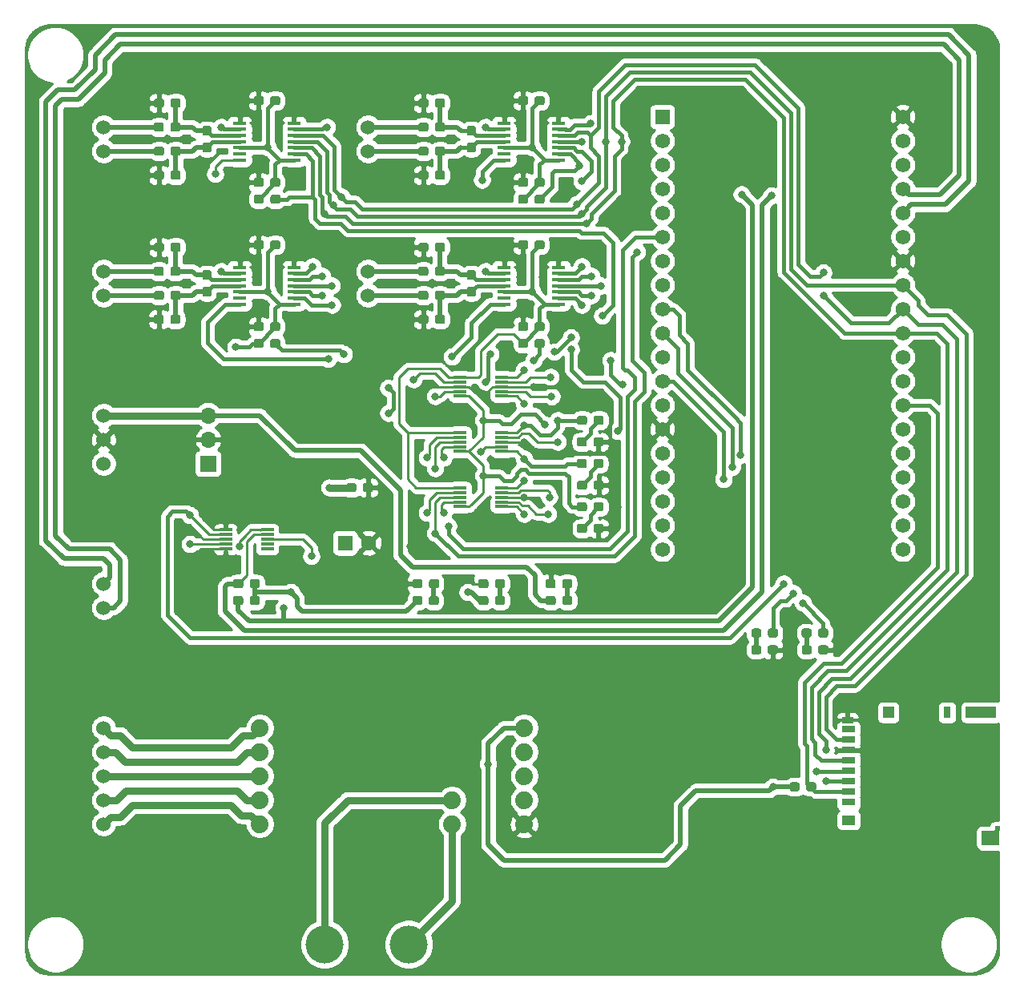
<source format=gbr>
G04 #@! TF.GenerationSoftware,KiCad,Pcbnew,(5.1.4)-1*
G04 #@! TF.CreationDate,2020-12-10T13:14:28-06:00*
G04 #@! TF.ProjectId,InstrumentationBoard2021,496e7374-7275-46d6-956e-746174696f6e,rev?*
G04 #@! TF.SameCoordinates,Original*
G04 #@! TF.FileFunction,Copper,L1,Top*
G04 #@! TF.FilePolarity,Positive*
%FSLAX46Y46*%
G04 Gerber Fmt 4.6, Leading zero omitted, Abs format (unit mm)*
G04 Created by KiCad (PCBNEW (5.1.4)-1) date 2020-12-10 13:14:28*
%MOMM*%
%LPD*%
G04 APERTURE LIST*
%ADD10C,1.560000*%
%ADD11R,1.560000X1.560000*%
%ADD12R,1.480000X0.410000*%
%ADD13R,1.400000X0.300000*%
%ADD14C,1.879600*%
%ADD15C,0.100000*%
%ADD16C,0.950000*%
%ADD17R,1.400000X0.700000*%
%ADD18R,1.900000X1.500000*%
%ADD19R,1.400000X1.000000*%
%ADD20R,1.200000X1.200000*%
%ADD21R,3.200000X1.200000*%
%ADD22R,1.200000X0.700000*%
%ADD23R,0.500000X0.500000*%
%ADD24R,0.800000X1.200000*%
%ADD25C,0.200000*%
%ADD26O,1.700000X1.700000*%
%ADD27R,1.700000X1.700000*%
%ADD28C,1.524000*%
%ADD29C,1.600000*%
%ADD30R,1.600000X1.600000*%
%ADD31C,4.000000*%
%ADD32C,0.800000*%
%ADD33C,0.762000*%
%ADD34C,0.508000*%
%ADD35C,0.381000*%
%ADD36C,0.254000*%
%ADD37C,0.250000*%
G04 APERTURE END LIST*
D10*
X174625000Y-109399000D03*
X174625000Y-106859000D03*
X174625000Y-104319000D03*
X174625000Y-101779000D03*
X174625000Y-99239000D03*
X174625000Y-96699000D03*
X174625000Y-94159000D03*
X174625000Y-91619000D03*
X174625000Y-89079000D03*
X174625000Y-86539000D03*
X174625000Y-83999000D03*
X174625000Y-81459000D03*
X174625000Y-78919000D03*
X174625000Y-76379000D03*
X174625000Y-73839000D03*
X174625000Y-71299000D03*
X174625000Y-68759000D03*
X174625000Y-66219000D03*
X174625000Y-63679000D03*
X149225000Y-106859000D03*
X149225000Y-104319000D03*
X149225000Y-101779000D03*
X149225000Y-99239000D03*
X149225000Y-96699000D03*
X149225000Y-94159000D03*
X149225000Y-91619000D03*
X149225000Y-89079000D03*
X149225000Y-86539000D03*
X149225000Y-83999000D03*
X149225000Y-81459000D03*
X149225000Y-78919000D03*
X149225000Y-76379000D03*
X149225000Y-73839000D03*
X149225000Y-71299000D03*
X149225000Y-68759000D03*
X149225000Y-109399000D03*
X149225000Y-66219000D03*
D11*
X149225000Y-63679000D03*
D12*
X110307000Y-79584000D03*
X110307000Y-80234000D03*
X110307000Y-80884000D03*
X110307000Y-81534000D03*
X110307000Y-82184000D03*
X110307000Y-82834000D03*
X110307000Y-83484000D03*
X104577000Y-83484000D03*
X104577000Y-82834000D03*
X104577000Y-82184000D03*
X104577000Y-81534000D03*
X104577000Y-80884000D03*
X104577000Y-80234000D03*
X104577000Y-79584000D03*
X138247000Y-79584000D03*
X138247000Y-80234000D03*
X138247000Y-80884000D03*
X138247000Y-81534000D03*
X138247000Y-82184000D03*
X138247000Y-82834000D03*
X138247000Y-83484000D03*
X132517000Y-83484000D03*
X132517000Y-82834000D03*
X132517000Y-82184000D03*
X132517000Y-81534000D03*
X132517000Y-80884000D03*
X132517000Y-80234000D03*
X132517000Y-79584000D03*
D13*
X127848000Y-104886000D03*
X127848000Y-104386000D03*
X127848000Y-103886000D03*
X127848000Y-103386000D03*
X127848000Y-102886000D03*
X132248000Y-102886000D03*
X132248000Y-103386000D03*
X132248000Y-103886000D03*
X132248000Y-104386000D03*
X132248000Y-104886000D03*
X127848000Y-99044000D03*
X127848000Y-98544000D03*
X127848000Y-98044000D03*
X127848000Y-97544000D03*
X127848000Y-97044000D03*
X132248000Y-97044000D03*
X132248000Y-97544000D03*
X132248000Y-98044000D03*
X132248000Y-98544000D03*
X132248000Y-99044000D03*
D12*
X138247000Y-64344000D03*
X138247000Y-64994000D03*
X138247000Y-65644000D03*
X138247000Y-66294000D03*
X138247000Y-66944000D03*
X138247000Y-67594000D03*
X138247000Y-68244000D03*
X132517000Y-68244000D03*
X132517000Y-67594000D03*
X132517000Y-66944000D03*
X132517000Y-66294000D03*
X132517000Y-65644000D03*
X132517000Y-64994000D03*
X132517000Y-64344000D03*
X110307000Y-64344000D03*
X110307000Y-64994000D03*
X110307000Y-65644000D03*
X110307000Y-66294000D03*
X110307000Y-66944000D03*
X110307000Y-67594000D03*
X110307000Y-68244000D03*
X104577000Y-68244000D03*
X104577000Y-67594000D03*
X104577000Y-66944000D03*
X104577000Y-66294000D03*
X104577000Y-65644000D03*
X104577000Y-64994000D03*
X104577000Y-64344000D03*
D13*
X127848000Y-93202000D03*
X127848000Y-92702000D03*
X127848000Y-92202000D03*
X127848000Y-91702000D03*
X127848000Y-91202000D03*
X132248000Y-91202000D03*
X132248000Y-91702000D03*
X132248000Y-92202000D03*
X132248000Y-92702000D03*
X132248000Y-93202000D03*
D14*
X127000000Y-138430000D03*
X127000000Y-135890000D03*
X134620000Y-138430000D03*
X134620000Y-135890000D03*
X134620000Y-133350000D03*
X134620000Y-130810000D03*
X134620000Y-128270000D03*
X106680000Y-128270000D03*
X106680000Y-130810000D03*
X106680000Y-133350000D03*
X106680000Y-135890000D03*
X106680000Y-138430000D03*
D13*
X107483000Y-107331000D03*
X107483000Y-107831000D03*
X107483000Y-108331000D03*
X107483000Y-108831000D03*
X107483000Y-109331000D03*
X103083000Y-109331000D03*
X103083000Y-108831000D03*
X103083000Y-108331000D03*
X103083000Y-107831000D03*
X103083000Y-107331000D03*
D15*
G36*
X159469779Y-117763144D02*
G01*
X159492834Y-117766563D01*
X159515443Y-117772227D01*
X159537387Y-117780079D01*
X159558457Y-117790044D01*
X159578448Y-117802026D01*
X159597168Y-117815910D01*
X159614438Y-117831562D01*
X159630090Y-117848832D01*
X159643974Y-117867552D01*
X159655956Y-117887543D01*
X159665921Y-117908613D01*
X159673773Y-117930557D01*
X159679437Y-117953166D01*
X159682856Y-117976221D01*
X159684000Y-117999500D01*
X159684000Y-118474500D01*
X159682856Y-118497779D01*
X159679437Y-118520834D01*
X159673773Y-118543443D01*
X159665921Y-118565387D01*
X159655956Y-118586457D01*
X159643974Y-118606448D01*
X159630090Y-118625168D01*
X159614438Y-118642438D01*
X159597168Y-118658090D01*
X159578448Y-118671974D01*
X159558457Y-118683956D01*
X159537387Y-118693921D01*
X159515443Y-118701773D01*
X159492834Y-118707437D01*
X159469779Y-118710856D01*
X159446500Y-118712000D01*
X158871500Y-118712000D01*
X158848221Y-118710856D01*
X158825166Y-118707437D01*
X158802557Y-118701773D01*
X158780613Y-118693921D01*
X158759543Y-118683956D01*
X158739552Y-118671974D01*
X158720832Y-118658090D01*
X158703562Y-118642438D01*
X158687910Y-118625168D01*
X158674026Y-118606448D01*
X158662044Y-118586457D01*
X158652079Y-118565387D01*
X158644227Y-118543443D01*
X158638563Y-118520834D01*
X158635144Y-118497779D01*
X158634000Y-118474500D01*
X158634000Y-117999500D01*
X158635144Y-117976221D01*
X158638563Y-117953166D01*
X158644227Y-117930557D01*
X158652079Y-117908613D01*
X158662044Y-117887543D01*
X158674026Y-117867552D01*
X158687910Y-117848832D01*
X158703562Y-117831562D01*
X158720832Y-117815910D01*
X158739552Y-117802026D01*
X158759543Y-117790044D01*
X158780613Y-117780079D01*
X158802557Y-117772227D01*
X158825166Y-117766563D01*
X158848221Y-117763144D01*
X158871500Y-117762000D01*
X159446500Y-117762000D01*
X159469779Y-117763144D01*
X159469779Y-117763144D01*
G37*
D16*
X159159000Y-118237000D03*
D15*
G36*
X161219779Y-117763144D02*
G01*
X161242834Y-117766563D01*
X161265443Y-117772227D01*
X161287387Y-117780079D01*
X161308457Y-117790044D01*
X161328448Y-117802026D01*
X161347168Y-117815910D01*
X161364438Y-117831562D01*
X161380090Y-117848832D01*
X161393974Y-117867552D01*
X161405956Y-117887543D01*
X161415921Y-117908613D01*
X161423773Y-117930557D01*
X161429437Y-117953166D01*
X161432856Y-117976221D01*
X161434000Y-117999500D01*
X161434000Y-118474500D01*
X161432856Y-118497779D01*
X161429437Y-118520834D01*
X161423773Y-118543443D01*
X161415921Y-118565387D01*
X161405956Y-118586457D01*
X161393974Y-118606448D01*
X161380090Y-118625168D01*
X161364438Y-118642438D01*
X161347168Y-118658090D01*
X161328448Y-118671974D01*
X161308457Y-118683956D01*
X161287387Y-118693921D01*
X161265443Y-118701773D01*
X161242834Y-118707437D01*
X161219779Y-118710856D01*
X161196500Y-118712000D01*
X160621500Y-118712000D01*
X160598221Y-118710856D01*
X160575166Y-118707437D01*
X160552557Y-118701773D01*
X160530613Y-118693921D01*
X160509543Y-118683956D01*
X160489552Y-118671974D01*
X160470832Y-118658090D01*
X160453562Y-118642438D01*
X160437910Y-118625168D01*
X160424026Y-118606448D01*
X160412044Y-118586457D01*
X160402079Y-118565387D01*
X160394227Y-118543443D01*
X160388563Y-118520834D01*
X160385144Y-118497779D01*
X160384000Y-118474500D01*
X160384000Y-117999500D01*
X160385144Y-117976221D01*
X160388563Y-117953166D01*
X160394227Y-117930557D01*
X160402079Y-117908613D01*
X160412044Y-117887543D01*
X160424026Y-117867552D01*
X160437910Y-117848832D01*
X160453562Y-117831562D01*
X160470832Y-117815910D01*
X160489552Y-117802026D01*
X160509543Y-117790044D01*
X160530613Y-117780079D01*
X160552557Y-117772227D01*
X160575166Y-117766563D01*
X160598221Y-117763144D01*
X160621500Y-117762000D01*
X161196500Y-117762000D01*
X161219779Y-117763144D01*
X161219779Y-117763144D01*
G37*
D16*
X160909000Y-118237000D03*
D15*
G36*
X164775779Y-117763144D02*
G01*
X164798834Y-117766563D01*
X164821443Y-117772227D01*
X164843387Y-117780079D01*
X164864457Y-117790044D01*
X164884448Y-117802026D01*
X164903168Y-117815910D01*
X164920438Y-117831562D01*
X164936090Y-117848832D01*
X164949974Y-117867552D01*
X164961956Y-117887543D01*
X164971921Y-117908613D01*
X164979773Y-117930557D01*
X164985437Y-117953166D01*
X164988856Y-117976221D01*
X164990000Y-117999500D01*
X164990000Y-118474500D01*
X164988856Y-118497779D01*
X164985437Y-118520834D01*
X164979773Y-118543443D01*
X164971921Y-118565387D01*
X164961956Y-118586457D01*
X164949974Y-118606448D01*
X164936090Y-118625168D01*
X164920438Y-118642438D01*
X164903168Y-118658090D01*
X164884448Y-118671974D01*
X164864457Y-118683956D01*
X164843387Y-118693921D01*
X164821443Y-118701773D01*
X164798834Y-118707437D01*
X164775779Y-118710856D01*
X164752500Y-118712000D01*
X164177500Y-118712000D01*
X164154221Y-118710856D01*
X164131166Y-118707437D01*
X164108557Y-118701773D01*
X164086613Y-118693921D01*
X164065543Y-118683956D01*
X164045552Y-118671974D01*
X164026832Y-118658090D01*
X164009562Y-118642438D01*
X163993910Y-118625168D01*
X163980026Y-118606448D01*
X163968044Y-118586457D01*
X163958079Y-118565387D01*
X163950227Y-118543443D01*
X163944563Y-118520834D01*
X163941144Y-118497779D01*
X163940000Y-118474500D01*
X163940000Y-117999500D01*
X163941144Y-117976221D01*
X163944563Y-117953166D01*
X163950227Y-117930557D01*
X163958079Y-117908613D01*
X163968044Y-117887543D01*
X163980026Y-117867552D01*
X163993910Y-117848832D01*
X164009562Y-117831562D01*
X164026832Y-117815910D01*
X164045552Y-117802026D01*
X164065543Y-117790044D01*
X164086613Y-117780079D01*
X164108557Y-117772227D01*
X164131166Y-117766563D01*
X164154221Y-117763144D01*
X164177500Y-117762000D01*
X164752500Y-117762000D01*
X164775779Y-117763144D01*
X164775779Y-117763144D01*
G37*
D16*
X164465000Y-118237000D03*
D15*
G36*
X166525779Y-117763144D02*
G01*
X166548834Y-117766563D01*
X166571443Y-117772227D01*
X166593387Y-117780079D01*
X166614457Y-117790044D01*
X166634448Y-117802026D01*
X166653168Y-117815910D01*
X166670438Y-117831562D01*
X166686090Y-117848832D01*
X166699974Y-117867552D01*
X166711956Y-117887543D01*
X166721921Y-117908613D01*
X166729773Y-117930557D01*
X166735437Y-117953166D01*
X166738856Y-117976221D01*
X166740000Y-117999500D01*
X166740000Y-118474500D01*
X166738856Y-118497779D01*
X166735437Y-118520834D01*
X166729773Y-118543443D01*
X166721921Y-118565387D01*
X166711956Y-118586457D01*
X166699974Y-118606448D01*
X166686090Y-118625168D01*
X166670438Y-118642438D01*
X166653168Y-118658090D01*
X166634448Y-118671974D01*
X166614457Y-118683956D01*
X166593387Y-118693921D01*
X166571443Y-118701773D01*
X166548834Y-118707437D01*
X166525779Y-118710856D01*
X166502500Y-118712000D01*
X165927500Y-118712000D01*
X165904221Y-118710856D01*
X165881166Y-118707437D01*
X165858557Y-118701773D01*
X165836613Y-118693921D01*
X165815543Y-118683956D01*
X165795552Y-118671974D01*
X165776832Y-118658090D01*
X165759562Y-118642438D01*
X165743910Y-118625168D01*
X165730026Y-118606448D01*
X165718044Y-118586457D01*
X165708079Y-118565387D01*
X165700227Y-118543443D01*
X165694563Y-118520834D01*
X165691144Y-118497779D01*
X165690000Y-118474500D01*
X165690000Y-117999500D01*
X165691144Y-117976221D01*
X165694563Y-117953166D01*
X165700227Y-117930557D01*
X165708079Y-117908613D01*
X165718044Y-117887543D01*
X165730026Y-117867552D01*
X165743910Y-117848832D01*
X165759562Y-117831562D01*
X165776832Y-117815910D01*
X165795552Y-117802026D01*
X165815543Y-117790044D01*
X165836613Y-117780079D01*
X165858557Y-117772227D01*
X165881166Y-117766563D01*
X165904221Y-117763144D01*
X165927500Y-117762000D01*
X166502500Y-117762000D01*
X166525779Y-117763144D01*
X166525779Y-117763144D01*
G37*
D16*
X166215000Y-118237000D03*
D15*
G36*
X163505779Y-134019144D02*
G01*
X163528834Y-134022563D01*
X163551443Y-134028227D01*
X163573387Y-134036079D01*
X163594457Y-134046044D01*
X163614448Y-134058026D01*
X163633168Y-134071910D01*
X163650438Y-134087562D01*
X163666090Y-134104832D01*
X163679974Y-134123552D01*
X163691956Y-134143543D01*
X163701921Y-134164613D01*
X163709773Y-134186557D01*
X163715437Y-134209166D01*
X163718856Y-134232221D01*
X163720000Y-134255500D01*
X163720000Y-134730500D01*
X163718856Y-134753779D01*
X163715437Y-134776834D01*
X163709773Y-134799443D01*
X163701921Y-134821387D01*
X163691956Y-134842457D01*
X163679974Y-134862448D01*
X163666090Y-134881168D01*
X163650438Y-134898438D01*
X163633168Y-134914090D01*
X163614448Y-134927974D01*
X163594457Y-134939956D01*
X163573387Y-134949921D01*
X163551443Y-134957773D01*
X163528834Y-134963437D01*
X163505779Y-134966856D01*
X163482500Y-134968000D01*
X162907500Y-134968000D01*
X162884221Y-134966856D01*
X162861166Y-134963437D01*
X162838557Y-134957773D01*
X162816613Y-134949921D01*
X162795543Y-134939956D01*
X162775552Y-134927974D01*
X162756832Y-134914090D01*
X162739562Y-134898438D01*
X162723910Y-134881168D01*
X162710026Y-134862448D01*
X162698044Y-134842457D01*
X162688079Y-134821387D01*
X162680227Y-134799443D01*
X162674563Y-134776834D01*
X162671144Y-134753779D01*
X162670000Y-134730500D01*
X162670000Y-134255500D01*
X162671144Y-134232221D01*
X162674563Y-134209166D01*
X162680227Y-134186557D01*
X162688079Y-134164613D01*
X162698044Y-134143543D01*
X162710026Y-134123552D01*
X162723910Y-134104832D01*
X162739562Y-134087562D01*
X162756832Y-134071910D01*
X162775552Y-134058026D01*
X162795543Y-134046044D01*
X162816613Y-134036079D01*
X162838557Y-134028227D01*
X162861166Y-134022563D01*
X162884221Y-134019144D01*
X162907500Y-134018000D01*
X163482500Y-134018000D01*
X163505779Y-134019144D01*
X163505779Y-134019144D01*
G37*
D16*
X163195000Y-134493000D03*
D15*
G36*
X165255779Y-134019144D02*
G01*
X165278834Y-134022563D01*
X165301443Y-134028227D01*
X165323387Y-134036079D01*
X165344457Y-134046044D01*
X165364448Y-134058026D01*
X165383168Y-134071910D01*
X165400438Y-134087562D01*
X165416090Y-134104832D01*
X165429974Y-134123552D01*
X165441956Y-134143543D01*
X165451921Y-134164613D01*
X165459773Y-134186557D01*
X165465437Y-134209166D01*
X165468856Y-134232221D01*
X165470000Y-134255500D01*
X165470000Y-134730500D01*
X165468856Y-134753779D01*
X165465437Y-134776834D01*
X165459773Y-134799443D01*
X165451921Y-134821387D01*
X165441956Y-134842457D01*
X165429974Y-134862448D01*
X165416090Y-134881168D01*
X165400438Y-134898438D01*
X165383168Y-134914090D01*
X165364448Y-134927974D01*
X165344457Y-134939956D01*
X165323387Y-134949921D01*
X165301443Y-134957773D01*
X165278834Y-134963437D01*
X165255779Y-134966856D01*
X165232500Y-134968000D01*
X164657500Y-134968000D01*
X164634221Y-134966856D01*
X164611166Y-134963437D01*
X164588557Y-134957773D01*
X164566613Y-134949921D01*
X164545543Y-134939956D01*
X164525552Y-134927974D01*
X164506832Y-134914090D01*
X164489562Y-134898438D01*
X164473910Y-134881168D01*
X164460026Y-134862448D01*
X164448044Y-134842457D01*
X164438079Y-134821387D01*
X164430227Y-134799443D01*
X164424563Y-134776834D01*
X164421144Y-134753779D01*
X164420000Y-134730500D01*
X164420000Y-134255500D01*
X164421144Y-134232221D01*
X164424563Y-134209166D01*
X164430227Y-134186557D01*
X164438079Y-134164613D01*
X164448044Y-134143543D01*
X164460026Y-134123552D01*
X164473910Y-134104832D01*
X164489562Y-134087562D01*
X164506832Y-134071910D01*
X164525552Y-134058026D01*
X164545543Y-134046044D01*
X164566613Y-134036079D01*
X164588557Y-134028227D01*
X164611166Y-134022563D01*
X164634221Y-134019144D01*
X164657500Y-134018000D01*
X165232500Y-134018000D01*
X165255779Y-134019144D01*
X165255779Y-134019144D01*
G37*
D16*
X164945000Y-134493000D03*
D15*
G36*
X108627779Y-87156144D02*
G01*
X108650834Y-87159563D01*
X108673443Y-87165227D01*
X108695387Y-87173079D01*
X108716457Y-87183044D01*
X108736448Y-87195026D01*
X108755168Y-87208910D01*
X108772438Y-87224562D01*
X108788090Y-87241832D01*
X108801974Y-87260552D01*
X108813956Y-87280543D01*
X108823921Y-87301613D01*
X108831773Y-87323557D01*
X108837437Y-87346166D01*
X108840856Y-87369221D01*
X108842000Y-87392500D01*
X108842000Y-87867500D01*
X108840856Y-87890779D01*
X108837437Y-87913834D01*
X108831773Y-87936443D01*
X108823921Y-87958387D01*
X108813956Y-87979457D01*
X108801974Y-87999448D01*
X108788090Y-88018168D01*
X108772438Y-88035438D01*
X108755168Y-88051090D01*
X108736448Y-88064974D01*
X108716457Y-88076956D01*
X108695387Y-88086921D01*
X108673443Y-88094773D01*
X108650834Y-88100437D01*
X108627779Y-88103856D01*
X108604500Y-88105000D01*
X108029500Y-88105000D01*
X108006221Y-88103856D01*
X107983166Y-88100437D01*
X107960557Y-88094773D01*
X107938613Y-88086921D01*
X107917543Y-88076956D01*
X107897552Y-88064974D01*
X107878832Y-88051090D01*
X107861562Y-88035438D01*
X107845910Y-88018168D01*
X107832026Y-87999448D01*
X107820044Y-87979457D01*
X107810079Y-87958387D01*
X107802227Y-87936443D01*
X107796563Y-87913834D01*
X107793144Y-87890779D01*
X107792000Y-87867500D01*
X107792000Y-87392500D01*
X107793144Y-87369221D01*
X107796563Y-87346166D01*
X107802227Y-87323557D01*
X107810079Y-87301613D01*
X107820044Y-87280543D01*
X107832026Y-87260552D01*
X107845910Y-87241832D01*
X107861562Y-87224562D01*
X107878832Y-87208910D01*
X107897552Y-87195026D01*
X107917543Y-87183044D01*
X107938613Y-87173079D01*
X107960557Y-87165227D01*
X107983166Y-87159563D01*
X108006221Y-87156144D01*
X108029500Y-87155000D01*
X108604500Y-87155000D01*
X108627779Y-87156144D01*
X108627779Y-87156144D01*
G37*
D16*
X108317000Y-87630000D03*
D15*
G36*
X106877779Y-87156144D02*
G01*
X106900834Y-87159563D01*
X106923443Y-87165227D01*
X106945387Y-87173079D01*
X106966457Y-87183044D01*
X106986448Y-87195026D01*
X107005168Y-87208910D01*
X107022438Y-87224562D01*
X107038090Y-87241832D01*
X107051974Y-87260552D01*
X107063956Y-87280543D01*
X107073921Y-87301613D01*
X107081773Y-87323557D01*
X107087437Y-87346166D01*
X107090856Y-87369221D01*
X107092000Y-87392500D01*
X107092000Y-87867500D01*
X107090856Y-87890779D01*
X107087437Y-87913834D01*
X107081773Y-87936443D01*
X107073921Y-87958387D01*
X107063956Y-87979457D01*
X107051974Y-87999448D01*
X107038090Y-88018168D01*
X107022438Y-88035438D01*
X107005168Y-88051090D01*
X106986448Y-88064974D01*
X106966457Y-88076956D01*
X106945387Y-88086921D01*
X106923443Y-88094773D01*
X106900834Y-88100437D01*
X106877779Y-88103856D01*
X106854500Y-88105000D01*
X106279500Y-88105000D01*
X106256221Y-88103856D01*
X106233166Y-88100437D01*
X106210557Y-88094773D01*
X106188613Y-88086921D01*
X106167543Y-88076956D01*
X106147552Y-88064974D01*
X106128832Y-88051090D01*
X106111562Y-88035438D01*
X106095910Y-88018168D01*
X106082026Y-87999448D01*
X106070044Y-87979457D01*
X106060079Y-87958387D01*
X106052227Y-87936443D01*
X106046563Y-87913834D01*
X106043144Y-87890779D01*
X106042000Y-87867500D01*
X106042000Y-87392500D01*
X106043144Y-87369221D01*
X106046563Y-87346166D01*
X106052227Y-87323557D01*
X106060079Y-87301613D01*
X106070044Y-87280543D01*
X106082026Y-87260552D01*
X106095910Y-87241832D01*
X106111562Y-87224562D01*
X106128832Y-87208910D01*
X106147552Y-87195026D01*
X106167543Y-87183044D01*
X106188613Y-87173079D01*
X106210557Y-87165227D01*
X106233166Y-87159563D01*
X106256221Y-87156144D01*
X106279500Y-87155000D01*
X106854500Y-87155000D01*
X106877779Y-87156144D01*
X106877779Y-87156144D01*
G37*
D16*
X106567000Y-87630000D03*
D15*
G36*
X136567779Y-87156144D02*
G01*
X136590834Y-87159563D01*
X136613443Y-87165227D01*
X136635387Y-87173079D01*
X136656457Y-87183044D01*
X136676448Y-87195026D01*
X136695168Y-87208910D01*
X136712438Y-87224562D01*
X136728090Y-87241832D01*
X136741974Y-87260552D01*
X136753956Y-87280543D01*
X136763921Y-87301613D01*
X136771773Y-87323557D01*
X136777437Y-87346166D01*
X136780856Y-87369221D01*
X136782000Y-87392500D01*
X136782000Y-87867500D01*
X136780856Y-87890779D01*
X136777437Y-87913834D01*
X136771773Y-87936443D01*
X136763921Y-87958387D01*
X136753956Y-87979457D01*
X136741974Y-87999448D01*
X136728090Y-88018168D01*
X136712438Y-88035438D01*
X136695168Y-88051090D01*
X136676448Y-88064974D01*
X136656457Y-88076956D01*
X136635387Y-88086921D01*
X136613443Y-88094773D01*
X136590834Y-88100437D01*
X136567779Y-88103856D01*
X136544500Y-88105000D01*
X135969500Y-88105000D01*
X135946221Y-88103856D01*
X135923166Y-88100437D01*
X135900557Y-88094773D01*
X135878613Y-88086921D01*
X135857543Y-88076956D01*
X135837552Y-88064974D01*
X135818832Y-88051090D01*
X135801562Y-88035438D01*
X135785910Y-88018168D01*
X135772026Y-87999448D01*
X135760044Y-87979457D01*
X135750079Y-87958387D01*
X135742227Y-87936443D01*
X135736563Y-87913834D01*
X135733144Y-87890779D01*
X135732000Y-87867500D01*
X135732000Y-87392500D01*
X135733144Y-87369221D01*
X135736563Y-87346166D01*
X135742227Y-87323557D01*
X135750079Y-87301613D01*
X135760044Y-87280543D01*
X135772026Y-87260552D01*
X135785910Y-87241832D01*
X135801562Y-87224562D01*
X135818832Y-87208910D01*
X135837552Y-87195026D01*
X135857543Y-87183044D01*
X135878613Y-87173079D01*
X135900557Y-87165227D01*
X135923166Y-87159563D01*
X135946221Y-87156144D01*
X135969500Y-87155000D01*
X136544500Y-87155000D01*
X136567779Y-87156144D01*
X136567779Y-87156144D01*
G37*
D16*
X136257000Y-87630000D03*
D15*
G36*
X134817779Y-87156144D02*
G01*
X134840834Y-87159563D01*
X134863443Y-87165227D01*
X134885387Y-87173079D01*
X134906457Y-87183044D01*
X134926448Y-87195026D01*
X134945168Y-87208910D01*
X134962438Y-87224562D01*
X134978090Y-87241832D01*
X134991974Y-87260552D01*
X135003956Y-87280543D01*
X135013921Y-87301613D01*
X135021773Y-87323557D01*
X135027437Y-87346166D01*
X135030856Y-87369221D01*
X135032000Y-87392500D01*
X135032000Y-87867500D01*
X135030856Y-87890779D01*
X135027437Y-87913834D01*
X135021773Y-87936443D01*
X135013921Y-87958387D01*
X135003956Y-87979457D01*
X134991974Y-87999448D01*
X134978090Y-88018168D01*
X134962438Y-88035438D01*
X134945168Y-88051090D01*
X134926448Y-88064974D01*
X134906457Y-88076956D01*
X134885387Y-88086921D01*
X134863443Y-88094773D01*
X134840834Y-88100437D01*
X134817779Y-88103856D01*
X134794500Y-88105000D01*
X134219500Y-88105000D01*
X134196221Y-88103856D01*
X134173166Y-88100437D01*
X134150557Y-88094773D01*
X134128613Y-88086921D01*
X134107543Y-88076956D01*
X134087552Y-88064974D01*
X134068832Y-88051090D01*
X134051562Y-88035438D01*
X134035910Y-88018168D01*
X134022026Y-87999448D01*
X134010044Y-87979457D01*
X134000079Y-87958387D01*
X133992227Y-87936443D01*
X133986563Y-87913834D01*
X133983144Y-87890779D01*
X133982000Y-87867500D01*
X133982000Y-87392500D01*
X133983144Y-87369221D01*
X133986563Y-87346166D01*
X133992227Y-87323557D01*
X134000079Y-87301613D01*
X134010044Y-87280543D01*
X134022026Y-87260552D01*
X134035910Y-87241832D01*
X134051562Y-87224562D01*
X134068832Y-87208910D01*
X134087552Y-87195026D01*
X134107543Y-87183044D01*
X134128613Y-87173079D01*
X134150557Y-87165227D01*
X134173166Y-87159563D01*
X134196221Y-87156144D01*
X134219500Y-87155000D01*
X134794500Y-87155000D01*
X134817779Y-87156144D01*
X134817779Y-87156144D01*
G37*
D16*
X134507000Y-87630000D03*
D15*
G36*
X98072779Y-79536144D02*
G01*
X98095834Y-79539563D01*
X98118443Y-79545227D01*
X98140387Y-79553079D01*
X98161457Y-79563044D01*
X98181448Y-79575026D01*
X98200168Y-79588910D01*
X98217438Y-79604562D01*
X98233090Y-79621832D01*
X98246974Y-79640552D01*
X98258956Y-79660543D01*
X98268921Y-79681613D01*
X98276773Y-79703557D01*
X98282437Y-79726166D01*
X98285856Y-79749221D01*
X98287000Y-79772500D01*
X98287000Y-80247500D01*
X98285856Y-80270779D01*
X98282437Y-80293834D01*
X98276773Y-80316443D01*
X98268921Y-80338387D01*
X98258956Y-80359457D01*
X98246974Y-80379448D01*
X98233090Y-80398168D01*
X98217438Y-80415438D01*
X98200168Y-80431090D01*
X98181448Y-80444974D01*
X98161457Y-80456956D01*
X98140387Y-80466921D01*
X98118443Y-80474773D01*
X98095834Y-80480437D01*
X98072779Y-80483856D01*
X98049500Y-80485000D01*
X97474500Y-80485000D01*
X97451221Y-80483856D01*
X97428166Y-80480437D01*
X97405557Y-80474773D01*
X97383613Y-80466921D01*
X97362543Y-80456956D01*
X97342552Y-80444974D01*
X97323832Y-80431090D01*
X97306562Y-80415438D01*
X97290910Y-80398168D01*
X97277026Y-80379448D01*
X97265044Y-80359457D01*
X97255079Y-80338387D01*
X97247227Y-80316443D01*
X97241563Y-80293834D01*
X97238144Y-80270779D01*
X97237000Y-80247500D01*
X97237000Y-79772500D01*
X97238144Y-79749221D01*
X97241563Y-79726166D01*
X97247227Y-79703557D01*
X97255079Y-79681613D01*
X97265044Y-79660543D01*
X97277026Y-79640552D01*
X97290910Y-79621832D01*
X97306562Y-79604562D01*
X97323832Y-79588910D01*
X97342552Y-79575026D01*
X97362543Y-79563044D01*
X97383613Y-79553079D01*
X97405557Y-79545227D01*
X97428166Y-79539563D01*
X97451221Y-79536144D01*
X97474500Y-79535000D01*
X98049500Y-79535000D01*
X98072779Y-79536144D01*
X98072779Y-79536144D01*
G37*
D16*
X97762000Y-80010000D03*
D15*
G36*
X96322779Y-79536144D02*
G01*
X96345834Y-79539563D01*
X96368443Y-79545227D01*
X96390387Y-79553079D01*
X96411457Y-79563044D01*
X96431448Y-79575026D01*
X96450168Y-79588910D01*
X96467438Y-79604562D01*
X96483090Y-79621832D01*
X96496974Y-79640552D01*
X96508956Y-79660543D01*
X96518921Y-79681613D01*
X96526773Y-79703557D01*
X96532437Y-79726166D01*
X96535856Y-79749221D01*
X96537000Y-79772500D01*
X96537000Y-80247500D01*
X96535856Y-80270779D01*
X96532437Y-80293834D01*
X96526773Y-80316443D01*
X96518921Y-80338387D01*
X96508956Y-80359457D01*
X96496974Y-80379448D01*
X96483090Y-80398168D01*
X96467438Y-80415438D01*
X96450168Y-80431090D01*
X96431448Y-80444974D01*
X96411457Y-80456956D01*
X96390387Y-80466921D01*
X96368443Y-80474773D01*
X96345834Y-80480437D01*
X96322779Y-80483856D01*
X96299500Y-80485000D01*
X95724500Y-80485000D01*
X95701221Y-80483856D01*
X95678166Y-80480437D01*
X95655557Y-80474773D01*
X95633613Y-80466921D01*
X95612543Y-80456956D01*
X95592552Y-80444974D01*
X95573832Y-80431090D01*
X95556562Y-80415438D01*
X95540910Y-80398168D01*
X95527026Y-80379448D01*
X95515044Y-80359457D01*
X95505079Y-80338387D01*
X95497227Y-80316443D01*
X95491563Y-80293834D01*
X95488144Y-80270779D01*
X95487000Y-80247500D01*
X95487000Y-79772500D01*
X95488144Y-79749221D01*
X95491563Y-79726166D01*
X95497227Y-79703557D01*
X95505079Y-79681613D01*
X95515044Y-79660543D01*
X95527026Y-79640552D01*
X95540910Y-79621832D01*
X95556562Y-79604562D01*
X95573832Y-79588910D01*
X95592552Y-79575026D01*
X95612543Y-79563044D01*
X95633613Y-79553079D01*
X95655557Y-79545227D01*
X95678166Y-79539563D01*
X95701221Y-79536144D01*
X95724500Y-79535000D01*
X96299500Y-79535000D01*
X96322779Y-79536144D01*
X96322779Y-79536144D01*
G37*
D16*
X96012000Y-80010000D03*
D15*
G36*
X98100779Y-82076144D02*
G01*
X98123834Y-82079563D01*
X98146443Y-82085227D01*
X98168387Y-82093079D01*
X98189457Y-82103044D01*
X98209448Y-82115026D01*
X98228168Y-82128910D01*
X98245438Y-82144562D01*
X98261090Y-82161832D01*
X98274974Y-82180552D01*
X98286956Y-82200543D01*
X98296921Y-82221613D01*
X98304773Y-82243557D01*
X98310437Y-82266166D01*
X98313856Y-82289221D01*
X98315000Y-82312500D01*
X98315000Y-82787500D01*
X98313856Y-82810779D01*
X98310437Y-82833834D01*
X98304773Y-82856443D01*
X98296921Y-82878387D01*
X98286956Y-82899457D01*
X98274974Y-82919448D01*
X98261090Y-82938168D01*
X98245438Y-82955438D01*
X98228168Y-82971090D01*
X98209448Y-82984974D01*
X98189457Y-82996956D01*
X98168387Y-83006921D01*
X98146443Y-83014773D01*
X98123834Y-83020437D01*
X98100779Y-83023856D01*
X98077500Y-83025000D01*
X97502500Y-83025000D01*
X97479221Y-83023856D01*
X97456166Y-83020437D01*
X97433557Y-83014773D01*
X97411613Y-83006921D01*
X97390543Y-82996956D01*
X97370552Y-82984974D01*
X97351832Y-82971090D01*
X97334562Y-82955438D01*
X97318910Y-82938168D01*
X97305026Y-82919448D01*
X97293044Y-82899457D01*
X97283079Y-82878387D01*
X97275227Y-82856443D01*
X97269563Y-82833834D01*
X97266144Y-82810779D01*
X97265000Y-82787500D01*
X97265000Y-82312500D01*
X97266144Y-82289221D01*
X97269563Y-82266166D01*
X97275227Y-82243557D01*
X97283079Y-82221613D01*
X97293044Y-82200543D01*
X97305026Y-82180552D01*
X97318910Y-82161832D01*
X97334562Y-82144562D01*
X97351832Y-82128910D01*
X97370552Y-82115026D01*
X97390543Y-82103044D01*
X97411613Y-82093079D01*
X97433557Y-82085227D01*
X97456166Y-82079563D01*
X97479221Y-82076144D01*
X97502500Y-82075000D01*
X98077500Y-82075000D01*
X98100779Y-82076144D01*
X98100779Y-82076144D01*
G37*
D16*
X97790000Y-82550000D03*
D15*
G36*
X96350779Y-82076144D02*
G01*
X96373834Y-82079563D01*
X96396443Y-82085227D01*
X96418387Y-82093079D01*
X96439457Y-82103044D01*
X96459448Y-82115026D01*
X96478168Y-82128910D01*
X96495438Y-82144562D01*
X96511090Y-82161832D01*
X96524974Y-82180552D01*
X96536956Y-82200543D01*
X96546921Y-82221613D01*
X96554773Y-82243557D01*
X96560437Y-82266166D01*
X96563856Y-82289221D01*
X96565000Y-82312500D01*
X96565000Y-82787500D01*
X96563856Y-82810779D01*
X96560437Y-82833834D01*
X96554773Y-82856443D01*
X96546921Y-82878387D01*
X96536956Y-82899457D01*
X96524974Y-82919448D01*
X96511090Y-82938168D01*
X96495438Y-82955438D01*
X96478168Y-82971090D01*
X96459448Y-82984974D01*
X96439457Y-82996956D01*
X96418387Y-83006921D01*
X96396443Y-83014773D01*
X96373834Y-83020437D01*
X96350779Y-83023856D01*
X96327500Y-83025000D01*
X95752500Y-83025000D01*
X95729221Y-83023856D01*
X95706166Y-83020437D01*
X95683557Y-83014773D01*
X95661613Y-83006921D01*
X95640543Y-82996956D01*
X95620552Y-82984974D01*
X95601832Y-82971090D01*
X95584562Y-82955438D01*
X95568910Y-82938168D01*
X95555026Y-82919448D01*
X95543044Y-82899457D01*
X95533079Y-82878387D01*
X95525227Y-82856443D01*
X95519563Y-82833834D01*
X95516144Y-82810779D01*
X95515000Y-82787500D01*
X95515000Y-82312500D01*
X95516144Y-82289221D01*
X95519563Y-82266166D01*
X95525227Y-82243557D01*
X95533079Y-82221613D01*
X95543044Y-82200543D01*
X95555026Y-82180552D01*
X95568910Y-82161832D01*
X95584562Y-82144562D01*
X95601832Y-82128910D01*
X95620552Y-82115026D01*
X95640543Y-82103044D01*
X95661613Y-82093079D01*
X95683557Y-82085227D01*
X95706166Y-82079563D01*
X95729221Y-82076144D01*
X95752500Y-82075000D01*
X96327500Y-82075000D01*
X96350779Y-82076144D01*
X96350779Y-82076144D01*
G37*
D16*
X96040000Y-82550000D03*
D15*
G36*
X126026779Y-79536144D02*
G01*
X126049834Y-79539563D01*
X126072443Y-79545227D01*
X126094387Y-79553079D01*
X126115457Y-79563044D01*
X126135448Y-79575026D01*
X126154168Y-79588910D01*
X126171438Y-79604562D01*
X126187090Y-79621832D01*
X126200974Y-79640552D01*
X126212956Y-79660543D01*
X126222921Y-79681613D01*
X126230773Y-79703557D01*
X126236437Y-79726166D01*
X126239856Y-79749221D01*
X126241000Y-79772500D01*
X126241000Y-80247500D01*
X126239856Y-80270779D01*
X126236437Y-80293834D01*
X126230773Y-80316443D01*
X126222921Y-80338387D01*
X126212956Y-80359457D01*
X126200974Y-80379448D01*
X126187090Y-80398168D01*
X126171438Y-80415438D01*
X126154168Y-80431090D01*
X126135448Y-80444974D01*
X126115457Y-80456956D01*
X126094387Y-80466921D01*
X126072443Y-80474773D01*
X126049834Y-80480437D01*
X126026779Y-80483856D01*
X126003500Y-80485000D01*
X125428500Y-80485000D01*
X125405221Y-80483856D01*
X125382166Y-80480437D01*
X125359557Y-80474773D01*
X125337613Y-80466921D01*
X125316543Y-80456956D01*
X125296552Y-80444974D01*
X125277832Y-80431090D01*
X125260562Y-80415438D01*
X125244910Y-80398168D01*
X125231026Y-80379448D01*
X125219044Y-80359457D01*
X125209079Y-80338387D01*
X125201227Y-80316443D01*
X125195563Y-80293834D01*
X125192144Y-80270779D01*
X125191000Y-80247500D01*
X125191000Y-79772500D01*
X125192144Y-79749221D01*
X125195563Y-79726166D01*
X125201227Y-79703557D01*
X125209079Y-79681613D01*
X125219044Y-79660543D01*
X125231026Y-79640552D01*
X125244910Y-79621832D01*
X125260562Y-79604562D01*
X125277832Y-79588910D01*
X125296552Y-79575026D01*
X125316543Y-79563044D01*
X125337613Y-79553079D01*
X125359557Y-79545227D01*
X125382166Y-79539563D01*
X125405221Y-79536144D01*
X125428500Y-79535000D01*
X126003500Y-79535000D01*
X126026779Y-79536144D01*
X126026779Y-79536144D01*
G37*
D16*
X125716000Y-80010000D03*
D15*
G36*
X124276779Y-79536144D02*
G01*
X124299834Y-79539563D01*
X124322443Y-79545227D01*
X124344387Y-79553079D01*
X124365457Y-79563044D01*
X124385448Y-79575026D01*
X124404168Y-79588910D01*
X124421438Y-79604562D01*
X124437090Y-79621832D01*
X124450974Y-79640552D01*
X124462956Y-79660543D01*
X124472921Y-79681613D01*
X124480773Y-79703557D01*
X124486437Y-79726166D01*
X124489856Y-79749221D01*
X124491000Y-79772500D01*
X124491000Y-80247500D01*
X124489856Y-80270779D01*
X124486437Y-80293834D01*
X124480773Y-80316443D01*
X124472921Y-80338387D01*
X124462956Y-80359457D01*
X124450974Y-80379448D01*
X124437090Y-80398168D01*
X124421438Y-80415438D01*
X124404168Y-80431090D01*
X124385448Y-80444974D01*
X124365457Y-80456956D01*
X124344387Y-80466921D01*
X124322443Y-80474773D01*
X124299834Y-80480437D01*
X124276779Y-80483856D01*
X124253500Y-80485000D01*
X123678500Y-80485000D01*
X123655221Y-80483856D01*
X123632166Y-80480437D01*
X123609557Y-80474773D01*
X123587613Y-80466921D01*
X123566543Y-80456956D01*
X123546552Y-80444974D01*
X123527832Y-80431090D01*
X123510562Y-80415438D01*
X123494910Y-80398168D01*
X123481026Y-80379448D01*
X123469044Y-80359457D01*
X123459079Y-80338387D01*
X123451227Y-80316443D01*
X123445563Y-80293834D01*
X123442144Y-80270779D01*
X123441000Y-80247500D01*
X123441000Y-79772500D01*
X123442144Y-79749221D01*
X123445563Y-79726166D01*
X123451227Y-79703557D01*
X123459079Y-79681613D01*
X123469044Y-79660543D01*
X123481026Y-79640552D01*
X123494910Y-79621832D01*
X123510562Y-79604562D01*
X123527832Y-79588910D01*
X123546552Y-79575026D01*
X123566543Y-79563044D01*
X123587613Y-79553079D01*
X123609557Y-79545227D01*
X123632166Y-79539563D01*
X123655221Y-79536144D01*
X123678500Y-79535000D01*
X124253500Y-79535000D01*
X124276779Y-79536144D01*
X124276779Y-79536144D01*
G37*
D16*
X123966000Y-80010000D03*
D15*
G36*
X126026779Y-82076144D02*
G01*
X126049834Y-82079563D01*
X126072443Y-82085227D01*
X126094387Y-82093079D01*
X126115457Y-82103044D01*
X126135448Y-82115026D01*
X126154168Y-82128910D01*
X126171438Y-82144562D01*
X126187090Y-82161832D01*
X126200974Y-82180552D01*
X126212956Y-82200543D01*
X126222921Y-82221613D01*
X126230773Y-82243557D01*
X126236437Y-82266166D01*
X126239856Y-82289221D01*
X126241000Y-82312500D01*
X126241000Y-82787500D01*
X126239856Y-82810779D01*
X126236437Y-82833834D01*
X126230773Y-82856443D01*
X126222921Y-82878387D01*
X126212956Y-82899457D01*
X126200974Y-82919448D01*
X126187090Y-82938168D01*
X126171438Y-82955438D01*
X126154168Y-82971090D01*
X126135448Y-82984974D01*
X126115457Y-82996956D01*
X126094387Y-83006921D01*
X126072443Y-83014773D01*
X126049834Y-83020437D01*
X126026779Y-83023856D01*
X126003500Y-83025000D01*
X125428500Y-83025000D01*
X125405221Y-83023856D01*
X125382166Y-83020437D01*
X125359557Y-83014773D01*
X125337613Y-83006921D01*
X125316543Y-82996956D01*
X125296552Y-82984974D01*
X125277832Y-82971090D01*
X125260562Y-82955438D01*
X125244910Y-82938168D01*
X125231026Y-82919448D01*
X125219044Y-82899457D01*
X125209079Y-82878387D01*
X125201227Y-82856443D01*
X125195563Y-82833834D01*
X125192144Y-82810779D01*
X125191000Y-82787500D01*
X125191000Y-82312500D01*
X125192144Y-82289221D01*
X125195563Y-82266166D01*
X125201227Y-82243557D01*
X125209079Y-82221613D01*
X125219044Y-82200543D01*
X125231026Y-82180552D01*
X125244910Y-82161832D01*
X125260562Y-82144562D01*
X125277832Y-82128910D01*
X125296552Y-82115026D01*
X125316543Y-82103044D01*
X125337613Y-82093079D01*
X125359557Y-82085227D01*
X125382166Y-82079563D01*
X125405221Y-82076144D01*
X125428500Y-82075000D01*
X126003500Y-82075000D01*
X126026779Y-82076144D01*
X126026779Y-82076144D01*
G37*
D16*
X125716000Y-82550000D03*
D15*
G36*
X124276779Y-82076144D02*
G01*
X124299834Y-82079563D01*
X124322443Y-82085227D01*
X124344387Y-82093079D01*
X124365457Y-82103044D01*
X124385448Y-82115026D01*
X124404168Y-82128910D01*
X124421438Y-82144562D01*
X124437090Y-82161832D01*
X124450974Y-82180552D01*
X124462956Y-82200543D01*
X124472921Y-82221613D01*
X124480773Y-82243557D01*
X124486437Y-82266166D01*
X124489856Y-82289221D01*
X124491000Y-82312500D01*
X124491000Y-82787500D01*
X124489856Y-82810779D01*
X124486437Y-82833834D01*
X124480773Y-82856443D01*
X124472921Y-82878387D01*
X124462956Y-82899457D01*
X124450974Y-82919448D01*
X124437090Y-82938168D01*
X124421438Y-82955438D01*
X124404168Y-82971090D01*
X124385448Y-82984974D01*
X124365457Y-82996956D01*
X124344387Y-83006921D01*
X124322443Y-83014773D01*
X124299834Y-83020437D01*
X124276779Y-83023856D01*
X124253500Y-83025000D01*
X123678500Y-83025000D01*
X123655221Y-83023856D01*
X123632166Y-83020437D01*
X123609557Y-83014773D01*
X123587613Y-83006921D01*
X123566543Y-82996956D01*
X123546552Y-82984974D01*
X123527832Y-82971090D01*
X123510562Y-82955438D01*
X123494910Y-82938168D01*
X123481026Y-82919448D01*
X123469044Y-82899457D01*
X123459079Y-82878387D01*
X123451227Y-82856443D01*
X123445563Y-82833834D01*
X123442144Y-82810779D01*
X123441000Y-82787500D01*
X123441000Y-82312500D01*
X123442144Y-82289221D01*
X123445563Y-82266166D01*
X123451227Y-82243557D01*
X123459079Y-82221613D01*
X123469044Y-82200543D01*
X123481026Y-82180552D01*
X123494910Y-82161832D01*
X123510562Y-82144562D01*
X123527832Y-82128910D01*
X123546552Y-82115026D01*
X123566543Y-82103044D01*
X123587613Y-82093079D01*
X123609557Y-82085227D01*
X123632166Y-82079563D01*
X123655221Y-82076144D01*
X123678500Y-82075000D01*
X124253500Y-82075000D01*
X124276779Y-82076144D01*
X124276779Y-82076144D01*
G37*
D16*
X123966000Y-82550000D03*
D15*
G36*
X136567779Y-71916144D02*
G01*
X136590834Y-71919563D01*
X136613443Y-71925227D01*
X136635387Y-71933079D01*
X136656457Y-71943044D01*
X136676448Y-71955026D01*
X136695168Y-71968910D01*
X136712438Y-71984562D01*
X136728090Y-72001832D01*
X136741974Y-72020552D01*
X136753956Y-72040543D01*
X136763921Y-72061613D01*
X136771773Y-72083557D01*
X136777437Y-72106166D01*
X136780856Y-72129221D01*
X136782000Y-72152500D01*
X136782000Y-72627500D01*
X136780856Y-72650779D01*
X136777437Y-72673834D01*
X136771773Y-72696443D01*
X136763921Y-72718387D01*
X136753956Y-72739457D01*
X136741974Y-72759448D01*
X136728090Y-72778168D01*
X136712438Y-72795438D01*
X136695168Y-72811090D01*
X136676448Y-72824974D01*
X136656457Y-72836956D01*
X136635387Y-72846921D01*
X136613443Y-72854773D01*
X136590834Y-72860437D01*
X136567779Y-72863856D01*
X136544500Y-72865000D01*
X135969500Y-72865000D01*
X135946221Y-72863856D01*
X135923166Y-72860437D01*
X135900557Y-72854773D01*
X135878613Y-72846921D01*
X135857543Y-72836956D01*
X135837552Y-72824974D01*
X135818832Y-72811090D01*
X135801562Y-72795438D01*
X135785910Y-72778168D01*
X135772026Y-72759448D01*
X135760044Y-72739457D01*
X135750079Y-72718387D01*
X135742227Y-72696443D01*
X135736563Y-72673834D01*
X135733144Y-72650779D01*
X135732000Y-72627500D01*
X135732000Y-72152500D01*
X135733144Y-72129221D01*
X135736563Y-72106166D01*
X135742227Y-72083557D01*
X135750079Y-72061613D01*
X135760044Y-72040543D01*
X135772026Y-72020552D01*
X135785910Y-72001832D01*
X135801562Y-71984562D01*
X135818832Y-71968910D01*
X135837552Y-71955026D01*
X135857543Y-71943044D01*
X135878613Y-71933079D01*
X135900557Y-71925227D01*
X135923166Y-71919563D01*
X135946221Y-71916144D01*
X135969500Y-71915000D01*
X136544500Y-71915000D01*
X136567779Y-71916144D01*
X136567779Y-71916144D01*
G37*
D16*
X136257000Y-72390000D03*
D15*
G36*
X134817779Y-71916144D02*
G01*
X134840834Y-71919563D01*
X134863443Y-71925227D01*
X134885387Y-71933079D01*
X134906457Y-71943044D01*
X134926448Y-71955026D01*
X134945168Y-71968910D01*
X134962438Y-71984562D01*
X134978090Y-72001832D01*
X134991974Y-72020552D01*
X135003956Y-72040543D01*
X135013921Y-72061613D01*
X135021773Y-72083557D01*
X135027437Y-72106166D01*
X135030856Y-72129221D01*
X135032000Y-72152500D01*
X135032000Y-72627500D01*
X135030856Y-72650779D01*
X135027437Y-72673834D01*
X135021773Y-72696443D01*
X135013921Y-72718387D01*
X135003956Y-72739457D01*
X134991974Y-72759448D01*
X134978090Y-72778168D01*
X134962438Y-72795438D01*
X134945168Y-72811090D01*
X134926448Y-72824974D01*
X134906457Y-72836956D01*
X134885387Y-72846921D01*
X134863443Y-72854773D01*
X134840834Y-72860437D01*
X134817779Y-72863856D01*
X134794500Y-72865000D01*
X134219500Y-72865000D01*
X134196221Y-72863856D01*
X134173166Y-72860437D01*
X134150557Y-72854773D01*
X134128613Y-72846921D01*
X134107543Y-72836956D01*
X134087552Y-72824974D01*
X134068832Y-72811090D01*
X134051562Y-72795438D01*
X134035910Y-72778168D01*
X134022026Y-72759448D01*
X134010044Y-72739457D01*
X134000079Y-72718387D01*
X133992227Y-72696443D01*
X133986563Y-72673834D01*
X133983144Y-72650779D01*
X133982000Y-72627500D01*
X133982000Y-72152500D01*
X133983144Y-72129221D01*
X133986563Y-72106166D01*
X133992227Y-72083557D01*
X134000079Y-72061613D01*
X134010044Y-72040543D01*
X134022026Y-72020552D01*
X134035910Y-72001832D01*
X134051562Y-71984562D01*
X134068832Y-71968910D01*
X134087552Y-71955026D01*
X134107543Y-71943044D01*
X134128613Y-71933079D01*
X134150557Y-71925227D01*
X134173166Y-71919563D01*
X134196221Y-71916144D01*
X134219500Y-71915000D01*
X134794500Y-71915000D01*
X134817779Y-71916144D01*
X134817779Y-71916144D01*
G37*
D16*
X134507000Y-72390000D03*
D15*
G36*
X108641779Y-71916144D02*
G01*
X108664834Y-71919563D01*
X108687443Y-71925227D01*
X108709387Y-71933079D01*
X108730457Y-71943044D01*
X108750448Y-71955026D01*
X108769168Y-71968910D01*
X108786438Y-71984562D01*
X108802090Y-72001832D01*
X108815974Y-72020552D01*
X108827956Y-72040543D01*
X108837921Y-72061613D01*
X108845773Y-72083557D01*
X108851437Y-72106166D01*
X108854856Y-72129221D01*
X108856000Y-72152500D01*
X108856000Y-72627500D01*
X108854856Y-72650779D01*
X108851437Y-72673834D01*
X108845773Y-72696443D01*
X108837921Y-72718387D01*
X108827956Y-72739457D01*
X108815974Y-72759448D01*
X108802090Y-72778168D01*
X108786438Y-72795438D01*
X108769168Y-72811090D01*
X108750448Y-72824974D01*
X108730457Y-72836956D01*
X108709387Y-72846921D01*
X108687443Y-72854773D01*
X108664834Y-72860437D01*
X108641779Y-72863856D01*
X108618500Y-72865000D01*
X108043500Y-72865000D01*
X108020221Y-72863856D01*
X107997166Y-72860437D01*
X107974557Y-72854773D01*
X107952613Y-72846921D01*
X107931543Y-72836956D01*
X107911552Y-72824974D01*
X107892832Y-72811090D01*
X107875562Y-72795438D01*
X107859910Y-72778168D01*
X107846026Y-72759448D01*
X107834044Y-72739457D01*
X107824079Y-72718387D01*
X107816227Y-72696443D01*
X107810563Y-72673834D01*
X107807144Y-72650779D01*
X107806000Y-72627500D01*
X107806000Y-72152500D01*
X107807144Y-72129221D01*
X107810563Y-72106166D01*
X107816227Y-72083557D01*
X107824079Y-72061613D01*
X107834044Y-72040543D01*
X107846026Y-72020552D01*
X107859910Y-72001832D01*
X107875562Y-71984562D01*
X107892832Y-71968910D01*
X107911552Y-71955026D01*
X107931543Y-71943044D01*
X107952613Y-71933079D01*
X107974557Y-71925227D01*
X107997166Y-71919563D01*
X108020221Y-71916144D01*
X108043500Y-71915000D01*
X108618500Y-71915000D01*
X108641779Y-71916144D01*
X108641779Y-71916144D01*
G37*
D16*
X108331000Y-72390000D03*
D15*
G36*
X106891779Y-71916144D02*
G01*
X106914834Y-71919563D01*
X106937443Y-71925227D01*
X106959387Y-71933079D01*
X106980457Y-71943044D01*
X107000448Y-71955026D01*
X107019168Y-71968910D01*
X107036438Y-71984562D01*
X107052090Y-72001832D01*
X107065974Y-72020552D01*
X107077956Y-72040543D01*
X107087921Y-72061613D01*
X107095773Y-72083557D01*
X107101437Y-72106166D01*
X107104856Y-72129221D01*
X107106000Y-72152500D01*
X107106000Y-72627500D01*
X107104856Y-72650779D01*
X107101437Y-72673834D01*
X107095773Y-72696443D01*
X107087921Y-72718387D01*
X107077956Y-72739457D01*
X107065974Y-72759448D01*
X107052090Y-72778168D01*
X107036438Y-72795438D01*
X107019168Y-72811090D01*
X107000448Y-72824974D01*
X106980457Y-72836956D01*
X106959387Y-72846921D01*
X106937443Y-72854773D01*
X106914834Y-72860437D01*
X106891779Y-72863856D01*
X106868500Y-72865000D01*
X106293500Y-72865000D01*
X106270221Y-72863856D01*
X106247166Y-72860437D01*
X106224557Y-72854773D01*
X106202613Y-72846921D01*
X106181543Y-72836956D01*
X106161552Y-72824974D01*
X106142832Y-72811090D01*
X106125562Y-72795438D01*
X106109910Y-72778168D01*
X106096026Y-72759448D01*
X106084044Y-72739457D01*
X106074079Y-72718387D01*
X106066227Y-72696443D01*
X106060563Y-72673834D01*
X106057144Y-72650779D01*
X106056000Y-72627500D01*
X106056000Y-72152500D01*
X106057144Y-72129221D01*
X106060563Y-72106166D01*
X106066227Y-72083557D01*
X106074079Y-72061613D01*
X106084044Y-72040543D01*
X106096026Y-72020552D01*
X106109910Y-72001832D01*
X106125562Y-71984562D01*
X106142832Y-71968910D01*
X106161552Y-71955026D01*
X106181543Y-71943044D01*
X106202613Y-71933079D01*
X106224557Y-71925227D01*
X106247166Y-71919563D01*
X106270221Y-71916144D01*
X106293500Y-71915000D01*
X106868500Y-71915000D01*
X106891779Y-71916144D01*
X106891779Y-71916144D01*
G37*
D16*
X106581000Y-72390000D03*
D15*
G36*
X126040779Y-64296144D02*
G01*
X126063834Y-64299563D01*
X126086443Y-64305227D01*
X126108387Y-64313079D01*
X126129457Y-64323044D01*
X126149448Y-64335026D01*
X126168168Y-64348910D01*
X126185438Y-64364562D01*
X126201090Y-64381832D01*
X126214974Y-64400552D01*
X126226956Y-64420543D01*
X126236921Y-64441613D01*
X126244773Y-64463557D01*
X126250437Y-64486166D01*
X126253856Y-64509221D01*
X126255000Y-64532500D01*
X126255000Y-65007500D01*
X126253856Y-65030779D01*
X126250437Y-65053834D01*
X126244773Y-65076443D01*
X126236921Y-65098387D01*
X126226956Y-65119457D01*
X126214974Y-65139448D01*
X126201090Y-65158168D01*
X126185438Y-65175438D01*
X126168168Y-65191090D01*
X126149448Y-65204974D01*
X126129457Y-65216956D01*
X126108387Y-65226921D01*
X126086443Y-65234773D01*
X126063834Y-65240437D01*
X126040779Y-65243856D01*
X126017500Y-65245000D01*
X125442500Y-65245000D01*
X125419221Y-65243856D01*
X125396166Y-65240437D01*
X125373557Y-65234773D01*
X125351613Y-65226921D01*
X125330543Y-65216956D01*
X125310552Y-65204974D01*
X125291832Y-65191090D01*
X125274562Y-65175438D01*
X125258910Y-65158168D01*
X125245026Y-65139448D01*
X125233044Y-65119457D01*
X125223079Y-65098387D01*
X125215227Y-65076443D01*
X125209563Y-65053834D01*
X125206144Y-65030779D01*
X125205000Y-65007500D01*
X125205000Y-64532500D01*
X125206144Y-64509221D01*
X125209563Y-64486166D01*
X125215227Y-64463557D01*
X125223079Y-64441613D01*
X125233044Y-64420543D01*
X125245026Y-64400552D01*
X125258910Y-64381832D01*
X125274562Y-64364562D01*
X125291832Y-64348910D01*
X125310552Y-64335026D01*
X125330543Y-64323044D01*
X125351613Y-64313079D01*
X125373557Y-64305227D01*
X125396166Y-64299563D01*
X125419221Y-64296144D01*
X125442500Y-64295000D01*
X126017500Y-64295000D01*
X126040779Y-64296144D01*
X126040779Y-64296144D01*
G37*
D16*
X125730000Y-64770000D03*
D15*
G36*
X124290779Y-64296144D02*
G01*
X124313834Y-64299563D01*
X124336443Y-64305227D01*
X124358387Y-64313079D01*
X124379457Y-64323044D01*
X124399448Y-64335026D01*
X124418168Y-64348910D01*
X124435438Y-64364562D01*
X124451090Y-64381832D01*
X124464974Y-64400552D01*
X124476956Y-64420543D01*
X124486921Y-64441613D01*
X124494773Y-64463557D01*
X124500437Y-64486166D01*
X124503856Y-64509221D01*
X124505000Y-64532500D01*
X124505000Y-65007500D01*
X124503856Y-65030779D01*
X124500437Y-65053834D01*
X124494773Y-65076443D01*
X124486921Y-65098387D01*
X124476956Y-65119457D01*
X124464974Y-65139448D01*
X124451090Y-65158168D01*
X124435438Y-65175438D01*
X124418168Y-65191090D01*
X124399448Y-65204974D01*
X124379457Y-65216956D01*
X124358387Y-65226921D01*
X124336443Y-65234773D01*
X124313834Y-65240437D01*
X124290779Y-65243856D01*
X124267500Y-65245000D01*
X123692500Y-65245000D01*
X123669221Y-65243856D01*
X123646166Y-65240437D01*
X123623557Y-65234773D01*
X123601613Y-65226921D01*
X123580543Y-65216956D01*
X123560552Y-65204974D01*
X123541832Y-65191090D01*
X123524562Y-65175438D01*
X123508910Y-65158168D01*
X123495026Y-65139448D01*
X123483044Y-65119457D01*
X123473079Y-65098387D01*
X123465227Y-65076443D01*
X123459563Y-65053834D01*
X123456144Y-65030779D01*
X123455000Y-65007500D01*
X123455000Y-64532500D01*
X123456144Y-64509221D01*
X123459563Y-64486166D01*
X123465227Y-64463557D01*
X123473079Y-64441613D01*
X123483044Y-64420543D01*
X123495026Y-64400552D01*
X123508910Y-64381832D01*
X123524562Y-64364562D01*
X123541832Y-64348910D01*
X123560552Y-64335026D01*
X123580543Y-64323044D01*
X123601613Y-64313079D01*
X123623557Y-64305227D01*
X123646166Y-64299563D01*
X123669221Y-64296144D01*
X123692500Y-64295000D01*
X124267500Y-64295000D01*
X124290779Y-64296144D01*
X124290779Y-64296144D01*
G37*
D16*
X123980000Y-64770000D03*
D15*
G36*
X126040779Y-66836144D02*
G01*
X126063834Y-66839563D01*
X126086443Y-66845227D01*
X126108387Y-66853079D01*
X126129457Y-66863044D01*
X126149448Y-66875026D01*
X126168168Y-66888910D01*
X126185438Y-66904562D01*
X126201090Y-66921832D01*
X126214974Y-66940552D01*
X126226956Y-66960543D01*
X126236921Y-66981613D01*
X126244773Y-67003557D01*
X126250437Y-67026166D01*
X126253856Y-67049221D01*
X126255000Y-67072500D01*
X126255000Y-67547500D01*
X126253856Y-67570779D01*
X126250437Y-67593834D01*
X126244773Y-67616443D01*
X126236921Y-67638387D01*
X126226956Y-67659457D01*
X126214974Y-67679448D01*
X126201090Y-67698168D01*
X126185438Y-67715438D01*
X126168168Y-67731090D01*
X126149448Y-67744974D01*
X126129457Y-67756956D01*
X126108387Y-67766921D01*
X126086443Y-67774773D01*
X126063834Y-67780437D01*
X126040779Y-67783856D01*
X126017500Y-67785000D01*
X125442500Y-67785000D01*
X125419221Y-67783856D01*
X125396166Y-67780437D01*
X125373557Y-67774773D01*
X125351613Y-67766921D01*
X125330543Y-67756956D01*
X125310552Y-67744974D01*
X125291832Y-67731090D01*
X125274562Y-67715438D01*
X125258910Y-67698168D01*
X125245026Y-67679448D01*
X125233044Y-67659457D01*
X125223079Y-67638387D01*
X125215227Y-67616443D01*
X125209563Y-67593834D01*
X125206144Y-67570779D01*
X125205000Y-67547500D01*
X125205000Y-67072500D01*
X125206144Y-67049221D01*
X125209563Y-67026166D01*
X125215227Y-67003557D01*
X125223079Y-66981613D01*
X125233044Y-66960543D01*
X125245026Y-66940552D01*
X125258910Y-66921832D01*
X125274562Y-66904562D01*
X125291832Y-66888910D01*
X125310552Y-66875026D01*
X125330543Y-66863044D01*
X125351613Y-66853079D01*
X125373557Y-66845227D01*
X125396166Y-66839563D01*
X125419221Y-66836144D01*
X125442500Y-66835000D01*
X126017500Y-66835000D01*
X126040779Y-66836144D01*
X126040779Y-66836144D01*
G37*
D16*
X125730000Y-67310000D03*
D15*
G36*
X124290779Y-66836144D02*
G01*
X124313834Y-66839563D01*
X124336443Y-66845227D01*
X124358387Y-66853079D01*
X124379457Y-66863044D01*
X124399448Y-66875026D01*
X124418168Y-66888910D01*
X124435438Y-66904562D01*
X124451090Y-66921832D01*
X124464974Y-66940552D01*
X124476956Y-66960543D01*
X124486921Y-66981613D01*
X124494773Y-67003557D01*
X124500437Y-67026166D01*
X124503856Y-67049221D01*
X124505000Y-67072500D01*
X124505000Y-67547500D01*
X124503856Y-67570779D01*
X124500437Y-67593834D01*
X124494773Y-67616443D01*
X124486921Y-67638387D01*
X124476956Y-67659457D01*
X124464974Y-67679448D01*
X124451090Y-67698168D01*
X124435438Y-67715438D01*
X124418168Y-67731090D01*
X124399448Y-67744974D01*
X124379457Y-67756956D01*
X124358387Y-67766921D01*
X124336443Y-67774773D01*
X124313834Y-67780437D01*
X124290779Y-67783856D01*
X124267500Y-67785000D01*
X123692500Y-67785000D01*
X123669221Y-67783856D01*
X123646166Y-67780437D01*
X123623557Y-67774773D01*
X123601613Y-67766921D01*
X123580543Y-67756956D01*
X123560552Y-67744974D01*
X123541832Y-67731090D01*
X123524562Y-67715438D01*
X123508910Y-67698168D01*
X123495026Y-67679448D01*
X123483044Y-67659457D01*
X123473079Y-67638387D01*
X123465227Y-67616443D01*
X123459563Y-67593834D01*
X123456144Y-67570779D01*
X123455000Y-67547500D01*
X123455000Y-67072500D01*
X123456144Y-67049221D01*
X123459563Y-67026166D01*
X123465227Y-67003557D01*
X123473079Y-66981613D01*
X123483044Y-66960543D01*
X123495026Y-66940552D01*
X123508910Y-66921832D01*
X123524562Y-66904562D01*
X123541832Y-66888910D01*
X123560552Y-66875026D01*
X123580543Y-66863044D01*
X123601613Y-66853079D01*
X123623557Y-66845227D01*
X123646166Y-66839563D01*
X123669221Y-66836144D01*
X123692500Y-66835000D01*
X124267500Y-66835000D01*
X124290779Y-66836144D01*
X124290779Y-66836144D01*
G37*
D16*
X123980000Y-67310000D03*
D15*
G36*
X142790779Y-104428144D02*
G01*
X142813834Y-104431563D01*
X142836443Y-104437227D01*
X142858387Y-104445079D01*
X142879457Y-104455044D01*
X142899448Y-104467026D01*
X142918168Y-104480910D01*
X142935438Y-104496562D01*
X142951090Y-104513832D01*
X142964974Y-104532552D01*
X142976956Y-104552543D01*
X142986921Y-104573613D01*
X142994773Y-104595557D01*
X143000437Y-104618166D01*
X143003856Y-104641221D01*
X143005000Y-104664500D01*
X143005000Y-105139500D01*
X143003856Y-105162779D01*
X143000437Y-105185834D01*
X142994773Y-105208443D01*
X142986921Y-105230387D01*
X142976956Y-105251457D01*
X142964974Y-105271448D01*
X142951090Y-105290168D01*
X142935438Y-105307438D01*
X142918168Y-105323090D01*
X142899448Y-105336974D01*
X142879457Y-105348956D01*
X142858387Y-105358921D01*
X142836443Y-105366773D01*
X142813834Y-105372437D01*
X142790779Y-105375856D01*
X142767500Y-105377000D01*
X142192500Y-105377000D01*
X142169221Y-105375856D01*
X142146166Y-105372437D01*
X142123557Y-105366773D01*
X142101613Y-105358921D01*
X142080543Y-105348956D01*
X142060552Y-105336974D01*
X142041832Y-105323090D01*
X142024562Y-105307438D01*
X142008910Y-105290168D01*
X141995026Y-105271448D01*
X141983044Y-105251457D01*
X141973079Y-105230387D01*
X141965227Y-105208443D01*
X141959563Y-105185834D01*
X141956144Y-105162779D01*
X141955000Y-105139500D01*
X141955000Y-104664500D01*
X141956144Y-104641221D01*
X141959563Y-104618166D01*
X141965227Y-104595557D01*
X141973079Y-104573613D01*
X141983044Y-104552543D01*
X141995026Y-104532552D01*
X142008910Y-104513832D01*
X142024562Y-104496562D01*
X142041832Y-104480910D01*
X142060552Y-104467026D01*
X142080543Y-104455044D01*
X142101613Y-104445079D01*
X142123557Y-104437227D01*
X142146166Y-104431563D01*
X142169221Y-104428144D01*
X142192500Y-104427000D01*
X142767500Y-104427000D01*
X142790779Y-104428144D01*
X142790779Y-104428144D01*
G37*
D16*
X142480000Y-104902000D03*
D15*
G36*
X141040779Y-104428144D02*
G01*
X141063834Y-104431563D01*
X141086443Y-104437227D01*
X141108387Y-104445079D01*
X141129457Y-104455044D01*
X141149448Y-104467026D01*
X141168168Y-104480910D01*
X141185438Y-104496562D01*
X141201090Y-104513832D01*
X141214974Y-104532552D01*
X141226956Y-104552543D01*
X141236921Y-104573613D01*
X141244773Y-104595557D01*
X141250437Y-104618166D01*
X141253856Y-104641221D01*
X141255000Y-104664500D01*
X141255000Y-105139500D01*
X141253856Y-105162779D01*
X141250437Y-105185834D01*
X141244773Y-105208443D01*
X141236921Y-105230387D01*
X141226956Y-105251457D01*
X141214974Y-105271448D01*
X141201090Y-105290168D01*
X141185438Y-105307438D01*
X141168168Y-105323090D01*
X141149448Y-105336974D01*
X141129457Y-105348956D01*
X141108387Y-105358921D01*
X141086443Y-105366773D01*
X141063834Y-105372437D01*
X141040779Y-105375856D01*
X141017500Y-105377000D01*
X140442500Y-105377000D01*
X140419221Y-105375856D01*
X140396166Y-105372437D01*
X140373557Y-105366773D01*
X140351613Y-105358921D01*
X140330543Y-105348956D01*
X140310552Y-105336974D01*
X140291832Y-105323090D01*
X140274562Y-105307438D01*
X140258910Y-105290168D01*
X140245026Y-105271448D01*
X140233044Y-105251457D01*
X140223079Y-105230387D01*
X140215227Y-105208443D01*
X140209563Y-105185834D01*
X140206144Y-105162779D01*
X140205000Y-105139500D01*
X140205000Y-104664500D01*
X140206144Y-104641221D01*
X140209563Y-104618166D01*
X140215227Y-104595557D01*
X140223079Y-104573613D01*
X140233044Y-104552543D01*
X140245026Y-104532552D01*
X140258910Y-104513832D01*
X140274562Y-104496562D01*
X140291832Y-104480910D01*
X140310552Y-104467026D01*
X140330543Y-104455044D01*
X140351613Y-104445079D01*
X140373557Y-104437227D01*
X140396166Y-104431563D01*
X140419221Y-104428144D01*
X140442500Y-104427000D01*
X141017500Y-104427000D01*
X141040779Y-104428144D01*
X141040779Y-104428144D01*
G37*
D16*
X140730000Y-104902000D03*
D15*
G36*
X142776779Y-99856144D02*
G01*
X142799834Y-99859563D01*
X142822443Y-99865227D01*
X142844387Y-99873079D01*
X142865457Y-99883044D01*
X142885448Y-99895026D01*
X142904168Y-99908910D01*
X142921438Y-99924562D01*
X142937090Y-99941832D01*
X142950974Y-99960552D01*
X142962956Y-99980543D01*
X142972921Y-100001613D01*
X142980773Y-100023557D01*
X142986437Y-100046166D01*
X142989856Y-100069221D01*
X142991000Y-100092500D01*
X142991000Y-100567500D01*
X142989856Y-100590779D01*
X142986437Y-100613834D01*
X142980773Y-100636443D01*
X142972921Y-100658387D01*
X142962956Y-100679457D01*
X142950974Y-100699448D01*
X142937090Y-100718168D01*
X142921438Y-100735438D01*
X142904168Y-100751090D01*
X142885448Y-100764974D01*
X142865457Y-100776956D01*
X142844387Y-100786921D01*
X142822443Y-100794773D01*
X142799834Y-100800437D01*
X142776779Y-100803856D01*
X142753500Y-100805000D01*
X142178500Y-100805000D01*
X142155221Y-100803856D01*
X142132166Y-100800437D01*
X142109557Y-100794773D01*
X142087613Y-100786921D01*
X142066543Y-100776956D01*
X142046552Y-100764974D01*
X142027832Y-100751090D01*
X142010562Y-100735438D01*
X141994910Y-100718168D01*
X141981026Y-100699448D01*
X141969044Y-100679457D01*
X141959079Y-100658387D01*
X141951227Y-100636443D01*
X141945563Y-100613834D01*
X141942144Y-100590779D01*
X141941000Y-100567500D01*
X141941000Y-100092500D01*
X141942144Y-100069221D01*
X141945563Y-100046166D01*
X141951227Y-100023557D01*
X141959079Y-100001613D01*
X141969044Y-99980543D01*
X141981026Y-99960552D01*
X141994910Y-99941832D01*
X142010562Y-99924562D01*
X142027832Y-99908910D01*
X142046552Y-99895026D01*
X142066543Y-99883044D01*
X142087613Y-99873079D01*
X142109557Y-99865227D01*
X142132166Y-99859563D01*
X142155221Y-99856144D01*
X142178500Y-99855000D01*
X142753500Y-99855000D01*
X142776779Y-99856144D01*
X142776779Y-99856144D01*
G37*
D16*
X142466000Y-100330000D03*
D15*
G36*
X141026779Y-99856144D02*
G01*
X141049834Y-99859563D01*
X141072443Y-99865227D01*
X141094387Y-99873079D01*
X141115457Y-99883044D01*
X141135448Y-99895026D01*
X141154168Y-99908910D01*
X141171438Y-99924562D01*
X141187090Y-99941832D01*
X141200974Y-99960552D01*
X141212956Y-99980543D01*
X141222921Y-100001613D01*
X141230773Y-100023557D01*
X141236437Y-100046166D01*
X141239856Y-100069221D01*
X141241000Y-100092500D01*
X141241000Y-100567500D01*
X141239856Y-100590779D01*
X141236437Y-100613834D01*
X141230773Y-100636443D01*
X141222921Y-100658387D01*
X141212956Y-100679457D01*
X141200974Y-100699448D01*
X141187090Y-100718168D01*
X141171438Y-100735438D01*
X141154168Y-100751090D01*
X141135448Y-100764974D01*
X141115457Y-100776956D01*
X141094387Y-100786921D01*
X141072443Y-100794773D01*
X141049834Y-100800437D01*
X141026779Y-100803856D01*
X141003500Y-100805000D01*
X140428500Y-100805000D01*
X140405221Y-100803856D01*
X140382166Y-100800437D01*
X140359557Y-100794773D01*
X140337613Y-100786921D01*
X140316543Y-100776956D01*
X140296552Y-100764974D01*
X140277832Y-100751090D01*
X140260562Y-100735438D01*
X140244910Y-100718168D01*
X140231026Y-100699448D01*
X140219044Y-100679457D01*
X140209079Y-100658387D01*
X140201227Y-100636443D01*
X140195563Y-100613834D01*
X140192144Y-100590779D01*
X140191000Y-100567500D01*
X140191000Y-100092500D01*
X140192144Y-100069221D01*
X140195563Y-100046166D01*
X140201227Y-100023557D01*
X140209079Y-100001613D01*
X140219044Y-99980543D01*
X140231026Y-99960552D01*
X140244910Y-99941832D01*
X140260562Y-99924562D01*
X140277832Y-99908910D01*
X140296552Y-99895026D01*
X140316543Y-99883044D01*
X140337613Y-99873079D01*
X140359557Y-99865227D01*
X140382166Y-99859563D01*
X140405221Y-99856144D01*
X140428500Y-99855000D01*
X141003500Y-99855000D01*
X141026779Y-99856144D01*
X141026779Y-99856144D01*
G37*
D16*
X140716000Y-100330000D03*
D15*
G36*
X142804779Y-95284144D02*
G01*
X142827834Y-95287563D01*
X142850443Y-95293227D01*
X142872387Y-95301079D01*
X142893457Y-95311044D01*
X142913448Y-95323026D01*
X142932168Y-95336910D01*
X142949438Y-95352562D01*
X142965090Y-95369832D01*
X142978974Y-95388552D01*
X142990956Y-95408543D01*
X143000921Y-95429613D01*
X143008773Y-95451557D01*
X143014437Y-95474166D01*
X143017856Y-95497221D01*
X143019000Y-95520500D01*
X143019000Y-95995500D01*
X143017856Y-96018779D01*
X143014437Y-96041834D01*
X143008773Y-96064443D01*
X143000921Y-96086387D01*
X142990956Y-96107457D01*
X142978974Y-96127448D01*
X142965090Y-96146168D01*
X142949438Y-96163438D01*
X142932168Y-96179090D01*
X142913448Y-96192974D01*
X142893457Y-96204956D01*
X142872387Y-96214921D01*
X142850443Y-96222773D01*
X142827834Y-96228437D01*
X142804779Y-96231856D01*
X142781500Y-96233000D01*
X142206500Y-96233000D01*
X142183221Y-96231856D01*
X142160166Y-96228437D01*
X142137557Y-96222773D01*
X142115613Y-96214921D01*
X142094543Y-96204956D01*
X142074552Y-96192974D01*
X142055832Y-96179090D01*
X142038562Y-96163438D01*
X142022910Y-96146168D01*
X142009026Y-96127448D01*
X141997044Y-96107457D01*
X141987079Y-96086387D01*
X141979227Y-96064443D01*
X141973563Y-96041834D01*
X141970144Y-96018779D01*
X141969000Y-95995500D01*
X141969000Y-95520500D01*
X141970144Y-95497221D01*
X141973563Y-95474166D01*
X141979227Y-95451557D01*
X141987079Y-95429613D01*
X141997044Y-95408543D01*
X142009026Y-95388552D01*
X142022910Y-95369832D01*
X142038562Y-95352562D01*
X142055832Y-95336910D01*
X142074552Y-95323026D01*
X142094543Y-95311044D01*
X142115613Y-95301079D01*
X142137557Y-95293227D01*
X142160166Y-95287563D01*
X142183221Y-95284144D01*
X142206500Y-95283000D01*
X142781500Y-95283000D01*
X142804779Y-95284144D01*
X142804779Y-95284144D01*
G37*
D16*
X142494000Y-95758000D03*
D15*
G36*
X141054779Y-95284144D02*
G01*
X141077834Y-95287563D01*
X141100443Y-95293227D01*
X141122387Y-95301079D01*
X141143457Y-95311044D01*
X141163448Y-95323026D01*
X141182168Y-95336910D01*
X141199438Y-95352562D01*
X141215090Y-95369832D01*
X141228974Y-95388552D01*
X141240956Y-95408543D01*
X141250921Y-95429613D01*
X141258773Y-95451557D01*
X141264437Y-95474166D01*
X141267856Y-95497221D01*
X141269000Y-95520500D01*
X141269000Y-95995500D01*
X141267856Y-96018779D01*
X141264437Y-96041834D01*
X141258773Y-96064443D01*
X141250921Y-96086387D01*
X141240956Y-96107457D01*
X141228974Y-96127448D01*
X141215090Y-96146168D01*
X141199438Y-96163438D01*
X141182168Y-96179090D01*
X141163448Y-96192974D01*
X141143457Y-96204956D01*
X141122387Y-96214921D01*
X141100443Y-96222773D01*
X141077834Y-96228437D01*
X141054779Y-96231856D01*
X141031500Y-96233000D01*
X140456500Y-96233000D01*
X140433221Y-96231856D01*
X140410166Y-96228437D01*
X140387557Y-96222773D01*
X140365613Y-96214921D01*
X140344543Y-96204956D01*
X140324552Y-96192974D01*
X140305832Y-96179090D01*
X140288562Y-96163438D01*
X140272910Y-96146168D01*
X140259026Y-96127448D01*
X140247044Y-96107457D01*
X140237079Y-96086387D01*
X140229227Y-96064443D01*
X140223563Y-96041834D01*
X140220144Y-96018779D01*
X140219000Y-95995500D01*
X140219000Y-95520500D01*
X140220144Y-95497221D01*
X140223563Y-95474166D01*
X140229227Y-95451557D01*
X140237079Y-95429613D01*
X140247044Y-95408543D01*
X140259026Y-95388552D01*
X140272910Y-95369832D01*
X140288562Y-95352562D01*
X140305832Y-95336910D01*
X140324552Y-95323026D01*
X140344543Y-95311044D01*
X140365613Y-95301079D01*
X140387557Y-95293227D01*
X140410166Y-95287563D01*
X140433221Y-95284144D01*
X140456500Y-95283000D01*
X141031500Y-95283000D01*
X141054779Y-95284144D01*
X141054779Y-95284144D01*
G37*
D16*
X140744000Y-95758000D03*
D15*
G36*
X98072779Y-64296144D02*
G01*
X98095834Y-64299563D01*
X98118443Y-64305227D01*
X98140387Y-64313079D01*
X98161457Y-64323044D01*
X98181448Y-64335026D01*
X98200168Y-64348910D01*
X98217438Y-64364562D01*
X98233090Y-64381832D01*
X98246974Y-64400552D01*
X98258956Y-64420543D01*
X98268921Y-64441613D01*
X98276773Y-64463557D01*
X98282437Y-64486166D01*
X98285856Y-64509221D01*
X98287000Y-64532500D01*
X98287000Y-65007500D01*
X98285856Y-65030779D01*
X98282437Y-65053834D01*
X98276773Y-65076443D01*
X98268921Y-65098387D01*
X98258956Y-65119457D01*
X98246974Y-65139448D01*
X98233090Y-65158168D01*
X98217438Y-65175438D01*
X98200168Y-65191090D01*
X98181448Y-65204974D01*
X98161457Y-65216956D01*
X98140387Y-65226921D01*
X98118443Y-65234773D01*
X98095834Y-65240437D01*
X98072779Y-65243856D01*
X98049500Y-65245000D01*
X97474500Y-65245000D01*
X97451221Y-65243856D01*
X97428166Y-65240437D01*
X97405557Y-65234773D01*
X97383613Y-65226921D01*
X97362543Y-65216956D01*
X97342552Y-65204974D01*
X97323832Y-65191090D01*
X97306562Y-65175438D01*
X97290910Y-65158168D01*
X97277026Y-65139448D01*
X97265044Y-65119457D01*
X97255079Y-65098387D01*
X97247227Y-65076443D01*
X97241563Y-65053834D01*
X97238144Y-65030779D01*
X97237000Y-65007500D01*
X97237000Y-64532500D01*
X97238144Y-64509221D01*
X97241563Y-64486166D01*
X97247227Y-64463557D01*
X97255079Y-64441613D01*
X97265044Y-64420543D01*
X97277026Y-64400552D01*
X97290910Y-64381832D01*
X97306562Y-64364562D01*
X97323832Y-64348910D01*
X97342552Y-64335026D01*
X97362543Y-64323044D01*
X97383613Y-64313079D01*
X97405557Y-64305227D01*
X97428166Y-64299563D01*
X97451221Y-64296144D01*
X97474500Y-64295000D01*
X98049500Y-64295000D01*
X98072779Y-64296144D01*
X98072779Y-64296144D01*
G37*
D16*
X97762000Y-64770000D03*
D15*
G36*
X96322779Y-64296144D02*
G01*
X96345834Y-64299563D01*
X96368443Y-64305227D01*
X96390387Y-64313079D01*
X96411457Y-64323044D01*
X96431448Y-64335026D01*
X96450168Y-64348910D01*
X96467438Y-64364562D01*
X96483090Y-64381832D01*
X96496974Y-64400552D01*
X96508956Y-64420543D01*
X96518921Y-64441613D01*
X96526773Y-64463557D01*
X96532437Y-64486166D01*
X96535856Y-64509221D01*
X96537000Y-64532500D01*
X96537000Y-65007500D01*
X96535856Y-65030779D01*
X96532437Y-65053834D01*
X96526773Y-65076443D01*
X96518921Y-65098387D01*
X96508956Y-65119457D01*
X96496974Y-65139448D01*
X96483090Y-65158168D01*
X96467438Y-65175438D01*
X96450168Y-65191090D01*
X96431448Y-65204974D01*
X96411457Y-65216956D01*
X96390387Y-65226921D01*
X96368443Y-65234773D01*
X96345834Y-65240437D01*
X96322779Y-65243856D01*
X96299500Y-65245000D01*
X95724500Y-65245000D01*
X95701221Y-65243856D01*
X95678166Y-65240437D01*
X95655557Y-65234773D01*
X95633613Y-65226921D01*
X95612543Y-65216956D01*
X95592552Y-65204974D01*
X95573832Y-65191090D01*
X95556562Y-65175438D01*
X95540910Y-65158168D01*
X95527026Y-65139448D01*
X95515044Y-65119457D01*
X95505079Y-65098387D01*
X95497227Y-65076443D01*
X95491563Y-65053834D01*
X95488144Y-65030779D01*
X95487000Y-65007500D01*
X95487000Y-64532500D01*
X95488144Y-64509221D01*
X95491563Y-64486166D01*
X95497227Y-64463557D01*
X95505079Y-64441613D01*
X95515044Y-64420543D01*
X95527026Y-64400552D01*
X95540910Y-64381832D01*
X95556562Y-64364562D01*
X95573832Y-64348910D01*
X95592552Y-64335026D01*
X95612543Y-64323044D01*
X95633613Y-64313079D01*
X95655557Y-64305227D01*
X95678166Y-64299563D01*
X95701221Y-64296144D01*
X95724500Y-64295000D01*
X96299500Y-64295000D01*
X96322779Y-64296144D01*
X96322779Y-64296144D01*
G37*
D16*
X96012000Y-64770000D03*
D15*
G36*
X98100779Y-66836144D02*
G01*
X98123834Y-66839563D01*
X98146443Y-66845227D01*
X98168387Y-66853079D01*
X98189457Y-66863044D01*
X98209448Y-66875026D01*
X98228168Y-66888910D01*
X98245438Y-66904562D01*
X98261090Y-66921832D01*
X98274974Y-66940552D01*
X98286956Y-66960543D01*
X98296921Y-66981613D01*
X98304773Y-67003557D01*
X98310437Y-67026166D01*
X98313856Y-67049221D01*
X98315000Y-67072500D01*
X98315000Y-67547500D01*
X98313856Y-67570779D01*
X98310437Y-67593834D01*
X98304773Y-67616443D01*
X98296921Y-67638387D01*
X98286956Y-67659457D01*
X98274974Y-67679448D01*
X98261090Y-67698168D01*
X98245438Y-67715438D01*
X98228168Y-67731090D01*
X98209448Y-67744974D01*
X98189457Y-67756956D01*
X98168387Y-67766921D01*
X98146443Y-67774773D01*
X98123834Y-67780437D01*
X98100779Y-67783856D01*
X98077500Y-67785000D01*
X97502500Y-67785000D01*
X97479221Y-67783856D01*
X97456166Y-67780437D01*
X97433557Y-67774773D01*
X97411613Y-67766921D01*
X97390543Y-67756956D01*
X97370552Y-67744974D01*
X97351832Y-67731090D01*
X97334562Y-67715438D01*
X97318910Y-67698168D01*
X97305026Y-67679448D01*
X97293044Y-67659457D01*
X97283079Y-67638387D01*
X97275227Y-67616443D01*
X97269563Y-67593834D01*
X97266144Y-67570779D01*
X97265000Y-67547500D01*
X97265000Y-67072500D01*
X97266144Y-67049221D01*
X97269563Y-67026166D01*
X97275227Y-67003557D01*
X97283079Y-66981613D01*
X97293044Y-66960543D01*
X97305026Y-66940552D01*
X97318910Y-66921832D01*
X97334562Y-66904562D01*
X97351832Y-66888910D01*
X97370552Y-66875026D01*
X97390543Y-66863044D01*
X97411613Y-66853079D01*
X97433557Y-66845227D01*
X97456166Y-66839563D01*
X97479221Y-66836144D01*
X97502500Y-66835000D01*
X98077500Y-66835000D01*
X98100779Y-66836144D01*
X98100779Y-66836144D01*
G37*
D16*
X97790000Y-67310000D03*
D15*
G36*
X96350779Y-66836144D02*
G01*
X96373834Y-66839563D01*
X96396443Y-66845227D01*
X96418387Y-66853079D01*
X96439457Y-66863044D01*
X96459448Y-66875026D01*
X96478168Y-66888910D01*
X96495438Y-66904562D01*
X96511090Y-66921832D01*
X96524974Y-66940552D01*
X96536956Y-66960543D01*
X96546921Y-66981613D01*
X96554773Y-67003557D01*
X96560437Y-67026166D01*
X96563856Y-67049221D01*
X96565000Y-67072500D01*
X96565000Y-67547500D01*
X96563856Y-67570779D01*
X96560437Y-67593834D01*
X96554773Y-67616443D01*
X96546921Y-67638387D01*
X96536956Y-67659457D01*
X96524974Y-67679448D01*
X96511090Y-67698168D01*
X96495438Y-67715438D01*
X96478168Y-67731090D01*
X96459448Y-67744974D01*
X96439457Y-67756956D01*
X96418387Y-67766921D01*
X96396443Y-67774773D01*
X96373834Y-67780437D01*
X96350779Y-67783856D01*
X96327500Y-67785000D01*
X95752500Y-67785000D01*
X95729221Y-67783856D01*
X95706166Y-67780437D01*
X95683557Y-67774773D01*
X95661613Y-67766921D01*
X95640543Y-67756956D01*
X95620552Y-67744974D01*
X95601832Y-67731090D01*
X95584562Y-67715438D01*
X95568910Y-67698168D01*
X95555026Y-67679448D01*
X95543044Y-67659457D01*
X95533079Y-67638387D01*
X95525227Y-67616443D01*
X95519563Y-67593834D01*
X95516144Y-67570779D01*
X95515000Y-67547500D01*
X95515000Y-67072500D01*
X95516144Y-67049221D01*
X95519563Y-67026166D01*
X95525227Y-67003557D01*
X95533079Y-66981613D01*
X95543044Y-66960543D01*
X95555026Y-66940552D01*
X95568910Y-66921832D01*
X95584562Y-66904562D01*
X95601832Y-66888910D01*
X95620552Y-66875026D01*
X95640543Y-66863044D01*
X95661613Y-66853079D01*
X95683557Y-66845227D01*
X95706166Y-66839563D01*
X95729221Y-66836144D01*
X95752500Y-66835000D01*
X96327500Y-66835000D01*
X96350779Y-66836144D01*
X96350779Y-66836144D01*
G37*
D16*
X96040000Y-67310000D03*
D15*
G36*
X137738779Y-114334144D02*
G01*
X137761834Y-114337563D01*
X137784443Y-114343227D01*
X137806387Y-114351079D01*
X137827457Y-114361044D01*
X137847448Y-114373026D01*
X137866168Y-114386910D01*
X137883438Y-114402562D01*
X137899090Y-114419832D01*
X137912974Y-114438552D01*
X137924956Y-114458543D01*
X137934921Y-114479613D01*
X137942773Y-114501557D01*
X137948437Y-114524166D01*
X137951856Y-114547221D01*
X137953000Y-114570500D01*
X137953000Y-115045500D01*
X137951856Y-115068779D01*
X137948437Y-115091834D01*
X137942773Y-115114443D01*
X137934921Y-115136387D01*
X137924956Y-115157457D01*
X137912974Y-115177448D01*
X137899090Y-115196168D01*
X137883438Y-115213438D01*
X137866168Y-115229090D01*
X137847448Y-115242974D01*
X137827457Y-115254956D01*
X137806387Y-115264921D01*
X137784443Y-115272773D01*
X137761834Y-115278437D01*
X137738779Y-115281856D01*
X137715500Y-115283000D01*
X137140500Y-115283000D01*
X137117221Y-115281856D01*
X137094166Y-115278437D01*
X137071557Y-115272773D01*
X137049613Y-115264921D01*
X137028543Y-115254956D01*
X137008552Y-115242974D01*
X136989832Y-115229090D01*
X136972562Y-115213438D01*
X136956910Y-115196168D01*
X136943026Y-115177448D01*
X136931044Y-115157457D01*
X136921079Y-115136387D01*
X136913227Y-115114443D01*
X136907563Y-115091834D01*
X136904144Y-115068779D01*
X136903000Y-115045500D01*
X136903000Y-114570500D01*
X136904144Y-114547221D01*
X136907563Y-114524166D01*
X136913227Y-114501557D01*
X136921079Y-114479613D01*
X136931044Y-114458543D01*
X136943026Y-114438552D01*
X136956910Y-114419832D01*
X136972562Y-114402562D01*
X136989832Y-114386910D01*
X137008552Y-114373026D01*
X137028543Y-114361044D01*
X137049613Y-114351079D01*
X137071557Y-114343227D01*
X137094166Y-114337563D01*
X137117221Y-114334144D01*
X137140500Y-114333000D01*
X137715500Y-114333000D01*
X137738779Y-114334144D01*
X137738779Y-114334144D01*
G37*
D16*
X137428000Y-114808000D03*
D15*
G36*
X139488779Y-114334144D02*
G01*
X139511834Y-114337563D01*
X139534443Y-114343227D01*
X139556387Y-114351079D01*
X139577457Y-114361044D01*
X139597448Y-114373026D01*
X139616168Y-114386910D01*
X139633438Y-114402562D01*
X139649090Y-114419832D01*
X139662974Y-114438552D01*
X139674956Y-114458543D01*
X139684921Y-114479613D01*
X139692773Y-114501557D01*
X139698437Y-114524166D01*
X139701856Y-114547221D01*
X139703000Y-114570500D01*
X139703000Y-115045500D01*
X139701856Y-115068779D01*
X139698437Y-115091834D01*
X139692773Y-115114443D01*
X139684921Y-115136387D01*
X139674956Y-115157457D01*
X139662974Y-115177448D01*
X139649090Y-115196168D01*
X139633438Y-115213438D01*
X139616168Y-115229090D01*
X139597448Y-115242974D01*
X139577457Y-115254956D01*
X139556387Y-115264921D01*
X139534443Y-115272773D01*
X139511834Y-115278437D01*
X139488779Y-115281856D01*
X139465500Y-115283000D01*
X138890500Y-115283000D01*
X138867221Y-115281856D01*
X138844166Y-115278437D01*
X138821557Y-115272773D01*
X138799613Y-115264921D01*
X138778543Y-115254956D01*
X138758552Y-115242974D01*
X138739832Y-115229090D01*
X138722562Y-115213438D01*
X138706910Y-115196168D01*
X138693026Y-115177448D01*
X138681044Y-115157457D01*
X138671079Y-115136387D01*
X138663227Y-115114443D01*
X138657563Y-115091834D01*
X138654144Y-115068779D01*
X138653000Y-115045500D01*
X138653000Y-114570500D01*
X138654144Y-114547221D01*
X138657563Y-114524166D01*
X138663227Y-114501557D01*
X138671079Y-114479613D01*
X138681044Y-114458543D01*
X138693026Y-114438552D01*
X138706910Y-114419832D01*
X138722562Y-114402562D01*
X138739832Y-114386910D01*
X138758552Y-114373026D01*
X138778543Y-114361044D01*
X138799613Y-114351079D01*
X138821557Y-114343227D01*
X138844166Y-114337563D01*
X138867221Y-114334144D01*
X138890500Y-114333000D01*
X139465500Y-114333000D01*
X139488779Y-114334144D01*
X139488779Y-114334144D01*
G37*
D16*
X139178000Y-114808000D03*
D15*
G36*
X130626779Y-114334144D02*
G01*
X130649834Y-114337563D01*
X130672443Y-114343227D01*
X130694387Y-114351079D01*
X130715457Y-114361044D01*
X130735448Y-114373026D01*
X130754168Y-114386910D01*
X130771438Y-114402562D01*
X130787090Y-114419832D01*
X130800974Y-114438552D01*
X130812956Y-114458543D01*
X130822921Y-114479613D01*
X130830773Y-114501557D01*
X130836437Y-114524166D01*
X130839856Y-114547221D01*
X130841000Y-114570500D01*
X130841000Y-115045500D01*
X130839856Y-115068779D01*
X130836437Y-115091834D01*
X130830773Y-115114443D01*
X130822921Y-115136387D01*
X130812956Y-115157457D01*
X130800974Y-115177448D01*
X130787090Y-115196168D01*
X130771438Y-115213438D01*
X130754168Y-115229090D01*
X130735448Y-115242974D01*
X130715457Y-115254956D01*
X130694387Y-115264921D01*
X130672443Y-115272773D01*
X130649834Y-115278437D01*
X130626779Y-115281856D01*
X130603500Y-115283000D01*
X130028500Y-115283000D01*
X130005221Y-115281856D01*
X129982166Y-115278437D01*
X129959557Y-115272773D01*
X129937613Y-115264921D01*
X129916543Y-115254956D01*
X129896552Y-115242974D01*
X129877832Y-115229090D01*
X129860562Y-115213438D01*
X129844910Y-115196168D01*
X129831026Y-115177448D01*
X129819044Y-115157457D01*
X129809079Y-115136387D01*
X129801227Y-115114443D01*
X129795563Y-115091834D01*
X129792144Y-115068779D01*
X129791000Y-115045500D01*
X129791000Y-114570500D01*
X129792144Y-114547221D01*
X129795563Y-114524166D01*
X129801227Y-114501557D01*
X129809079Y-114479613D01*
X129819044Y-114458543D01*
X129831026Y-114438552D01*
X129844910Y-114419832D01*
X129860562Y-114402562D01*
X129877832Y-114386910D01*
X129896552Y-114373026D01*
X129916543Y-114361044D01*
X129937613Y-114351079D01*
X129959557Y-114343227D01*
X129982166Y-114337563D01*
X130005221Y-114334144D01*
X130028500Y-114333000D01*
X130603500Y-114333000D01*
X130626779Y-114334144D01*
X130626779Y-114334144D01*
G37*
D16*
X130316000Y-114808000D03*
D15*
G36*
X132376779Y-114334144D02*
G01*
X132399834Y-114337563D01*
X132422443Y-114343227D01*
X132444387Y-114351079D01*
X132465457Y-114361044D01*
X132485448Y-114373026D01*
X132504168Y-114386910D01*
X132521438Y-114402562D01*
X132537090Y-114419832D01*
X132550974Y-114438552D01*
X132562956Y-114458543D01*
X132572921Y-114479613D01*
X132580773Y-114501557D01*
X132586437Y-114524166D01*
X132589856Y-114547221D01*
X132591000Y-114570500D01*
X132591000Y-115045500D01*
X132589856Y-115068779D01*
X132586437Y-115091834D01*
X132580773Y-115114443D01*
X132572921Y-115136387D01*
X132562956Y-115157457D01*
X132550974Y-115177448D01*
X132537090Y-115196168D01*
X132521438Y-115213438D01*
X132504168Y-115229090D01*
X132485448Y-115242974D01*
X132465457Y-115254956D01*
X132444387Y-115264921D01*
X132422443Y-115272773D01*
X132399834Y-115278437D01*
X132376779Y-115281856D01*
X132353500Y-115283000D01*
X131778500Y-115283000D01*
X131755221Y-115281856D01*
X131732166Y-115278437D01*
X131709557Y-115272773D01*
X131687613Y-115264921D01*
X131666543Y-115254956D01*
X131646552Y-115242974D01*
X131627832Y-115229090D01*
X131610562Y-115213438D01*
X131594910Y-115196168D01*
X131581026Y-115177448D01*
X131569044Y-115157457D01*
X131559079Y-115136387D01*
X131551227Y-115114443D01*
X131545563Y-115091834D01*
X131542144Y-115068779D01*
X131541000Y-115045500D01*
X131541000Y-114570500D01*
X131542144Y-114547221D01*
X131545563Y-114524166D01*
X131551227Y-114501557D01*
X131559079Y-114479613D01*
X131569044Y-114458543D01*
X131581026Y-114438552D01*
X131594910Y-114419832D01*
X131610562Y-114402562D01*
X131627832Y-114386910D01*
X131646552Y-114373026D01*
X131666543Y-114361044D01*
X131687613Y-114351079D01*
X131709557Y-114343227D01*
X131732166Y-114337563D01*
X131755221Y-114334144D01*
X131778500Y-114333000D01*
X132353500Y-114333000D01*
X132376779Y-114334144D01*
X132376779Y-114334144D01*
G37*
D16*
X132066000Y-114808000D03*
D15*
G36*
X123641779Y-114334144D02*
G01*
X123664834Y-114337563D01*
X123687443Y-114343227D01*
X123709387Y-114351079D01*
X123730457Y-114361044D01*
X123750448Y-114373026D01*
X123769168Y-114386910D01*
X123786438Y-114402562D01*
X123802090Y-114419832D01*
X123815974Y-114438552D01*
X123827956Y-114458543D01*
X123837921Y-114479613D01*
X123845773Y-114501557D01*
X123851437Y-114524166D01*
X123854856Y-114547221D01*
X123856000Y-114570500D01*
X123856000Y-115045500D01*
X123854856Y-115068779D01*
X123851437Y-115091834D01*
X123845773Y-115114443D01*
X123837921Y-115136387D01*
X123827956Y-115157457D01*
X123815974Y-115177448D01*
X123802090Y-115196168D01*
X123786438Y-115213438D01*
X123769168Y-115229090D01*
X123750448Y-115242974D01*
X123730457Y-115254956D01*
X123709387Y-115264921D01*
X123687443Y-115272773D01*
X123664834Y-115278437D01*
X123641779Y-115281856D01*
X123618500Y-115283000D01*
X123043500Y-115283000D01*
X123020221Y-115281856D01*
X122997166Y-115278437D01*
X122974557Y-115272773D01*
X122952613Y-115264921D01*
X122931543Y-115254956D01*
X122911552Y-115242974D01*
X122892832Y-115229090D01*
X122875562Y-115213438D01*
X122859910Y-115196168D01*
X122846026Y-115177448D01*
X122834044Y-115157457D01*
X122824079Y-115136387D01*
X122816227Y-115114443D01*
X122810563Y-115091834D01*
X122807144Y-115068779D01*
X122806000Y-115045500D01*
X122806000Y-114570500D01*
X122807144Y-114547221D01*
X122810563Y-114524166D01*
X122816227Y-114501557D01*
X122824079Y-114479613D01*
X122834044Y-114458543D01*
X122846026Y-114438552D01*
X122859910Y-114419832D01*
X122875562Y-114402562D01*
X122892832Y-114386910D01*
X122911552Y-114373026D01*
X122931543Y-114361044D01*
X122952613Y-114351079D01*
X122974557Y-114343227D01*
X122997166Y-114337563D01*
X123020221Y-114334144D01*
X123043500Y-114333000D01*
X123618500Y-114333000D01*
X123641779Y-114334144D01*
X123641779Y-114334144D01*
G37*
D16*
X123331000Y-114808000D03*
D15*
G36*
X125391779Y-114334144D02*
G01*
X125414834Y-114337563D01*
X125437443Y-114343227D01*
X125459387Y-114351079D01*
X125480457Y-114361044D01*
X125500448Y-114373026D01*
X125519168Y-114386910D01*
X125536438Y-114402562D01*
X125552090Y-114419832D01*
X125565974Y-114438552D01*
X125577956Y-114458543D01*
X125587921Y-114479613D01*
X125595773Y-114501557D01*
X125601437Y-114524166D01*
X125604856Y-114547221D01*
X125606000Y-114570500D01*
X125606000Y-115045500D01*
X125604856Y-115068779D01*
X125601437Y-115091834D01*
X125595773Y-115114443D01*
X125587921Y-115136387D01*
X125577956Y-115157457D01*
X125565974Y-115177448D01*
X125552090Y-115196168D01*
X125536438Y-115213438D01*
X125519168Y-115229090D01*
X125500448Y-115242974D01*
X125480457Y-115254956D01*
X125459387Y-115264921D01*
X125437443Y-115272773D01*
X125414834Y-115278437D01*
X125391779Y-115281856D01*
X125368500Y-115283000D01*
X124793500Y-115283000D01*
X124770221Y-115281856D01*
X124747166Y-115278437D01*
X124724557Y-115272773D01*
X124702613Y-115264921D01*
X124681543Y-115254956D01*
X124661552Y-115242974D01*
X124642832Y-115229090D01*
X124625562Y-115213438D01*
X124609910Y-115196168D01*
X124596026Y-115177448D01*
X124584044Y-115157457D01*
X124574079Y-115136387D01*
X124566227Y-115114443D01*
X124560563Y-115091834D01*
X124557144Y-115068779D01*
X124556000Y-115045500D01*
X124556000Y-114570500D01*
X124557144Y-114547221D01*
X124560563Y-114524166D01*
X124566227Y-114501557D01*
X124574079Y-114479613D01*
X124584044Y-114458543D01*
X124596026Y-114438552D01*
X124609910Y-114419832D01*
X124625562Y-114402562D01*
X124642832Y-114386910D01*
X124661552Y-114373026D01*
X124681543Y-114361044D01*
X124702613Y-114351079D01*
X124724557Y-114343227D01*
X124747166Y-114337563D01*
X124770221Y-114334144D01*
X124793500Y-114333000D01*
X125368500Y-114333000D01*
X125391779Y-114334144D01*
X125391779Y-114334144D01*
G37*
D16*
X125081000Y-114808000D03*
D15*
G36*
X104718779Y-114334144D02*
G01*
X104741834Y-114337563D01*
X104764443Y-114343227D01*
X104786387Y-114351079D01*
X104807457Y-114361044D01*
X104827448Y-114373026D01*
X104846168Y-114386910D01*
X104863438Y-114402562D01*
X104879090Y-114419832D01*
X104892974Y-114438552D01*
X104904956Y-114458543D01*
X104914921Y-114479613D01*
X104922773Y-114501557D01*
X104928437Y-114524166D01*
X104931856Y-114547221D01*
X104933000Y-114570500D01*
X104933000Y-115045500D01*
X104931856Y-115068779D01*
X104928437Y-115091834D01*
X104922773Y-115114443D01*
X104914921Y-115136387D01*
X104904956Y-115157457D01*
X104892974Y-115177448D01*
X104879090Y-115196168D01*
X104863438Y-115213438D01*
X104846168Y-115229090D01*
X104827448Y-115242974D01*
X104807457Y-115254956D01*
X104786387Y-115264921D01*
X104764443Y-115272773D01*
X104741834Y-115278437D01*
X104718779Y-115281856D01*
X104695500Y-115283000D01*
X104120500Y-115283000D01*
X104097221Y-115281856D01*
X104074166Y-115278437D01*
X104051557Y-115272773D01*
X104029613Y-115264921D01*
X104008543Y-115254956D01*
X103988552Y-115242974D01*
X103969832Y-115229090D01*
X103952562Y-115213438D01*
X103936910Y-115196168D01*
X103923026Y-115177448D01*
X103911044Y-115157457D01*
X103901079Y-115136387D01*
X103893227Y-115114443D01*
X103887563Y-115091834D01*
X103884144Y-115068779D01*
X103883000Y-115045500D01*
X103883000Y-114570500D01*
X103884144Y-114547221D01*
X103887563Y-114524166D01*
X103893227Y-114501557D01*
X103901079Y-114479613D01*
X103911044Y-114458543D01*
X103923026Y-114438552D01*
X103936910Y-114419832D01*
X103952562Y-114402562D01*
X103969832Y-114386910D01*
X103988552Y-114373026D01*
X104008543Y-114361044D01*
X104029613Y-114351079D01*
X104051557Y-114343227D01*
X104074166Y-114337563D01*
X104097221Y-114334144D01*
X104120500Y-114333000D01*
X104695500Y-114333000D01*
X104718779Y-114334144D01*
X104718779Y-114334144D01*
G37*
D16*
X104408000Y-114808000D03*
D15*
G36*
X106468779Y-114334144D02*
G01*
X106491834Y-114337563D01*
X106514443Y-114343227D01*
X106536387Y-114351079D01*
X106557457Y-114361044D01*
X106577448Y-114373026D01*
X106596168Y-114386910D01*
X106613438Y-114402562D01*
X106629090Y-114419832D01*
X106642974Y-114438552D01*
X106654956Y-114458543D01*
X106664921Y-114479613D01*
X106672773Y-114501557D01*
X106678437Y-114524166D01*
X106681856Y-114547221D01*
X106683000Y-114570500D01*
X106683000Y-115045500D01*
X106681856Y-115068779D01*
X106678437Y-115091834D01*
X106672773Y-115114443D01*
X106664921Y-115136387D01*
X106654956Y-115157457D01*
X106642974Y-115177448D01*
X106629090Y-115196168D01*
X106613438Y-115213438D01*
X106596168Y-115229090D01*
X106577448Y-115242974D01*
X106557457Y-115254956D01*
X106536387Y-115264921D01*
X106514443Y-115272773D01*
X106491834Y-115278437D01*
X106468779Y-115281856D01*
X106445500Y-115283000D01*
X105870500Y-115283000D01*
X105847221Y-115281856D01*
X105824166Y-115278437D01*
X105801557Y-115272773D01*
X105779613Y-115264921D01*
X105758543Y-115254956D01*
X105738552Y-115242974D01*
X105719832Y-115229090D01*
X105702562Y-115213438D01*
X105686910Y-115196168D01*
X105673026Y-115177448D01*
X105661044Y-115157457D01*
X105651079Y-115136387D01*
X105643227Y-115114443D01*
X105637563Y-115091834D01*
X105634144Y-115068779D01*
X105633000Y-115045500D01*
X105633000Y-114570500D01*
X105634144Y-114547221D01*
X105637563Y-114524166D01*
X105643227Y-114501557D01*
X105651079Y-114479613D01*
X105661044Y-114458543D01*
X105673026Y-114438552D01*
X105686910Y-114419832D01*
X105702562Y-114402562D01*
X105719832Y-114386910D01*
X105738552Y-114373026D01*
X105758543Y-114361044D01*
X105779613Y-114351079D01*
X105801557Y-114343227D01*
X105824166Y-114337563D01*
X105847221Y-114334144D01*
X105870500Y-114333000D01*
X106445500Y-114333000D01*
X106468779Y-114334144D01*
X106468779Y-114334144D01*
G37*
D16*
X106158000Y-114808000D03*
D15*
G36*
X104718779Y-112556144D02*
G01*
X104741834Y-112559563D01*
X104764443Y-112565227D01*
X104786387Y-112573079D01*
X104807457Y-112583044D01*
X104827448Y-112595026D01*
X104846168Y-112608910D01*
X104863438Y-112624562D01*
X104879090Y-112641832D01*
X104892974Y-112660552D01*
X104904956Y-112680543D01*
X104914921Y-112701613D01*
X104922773Y-112723557D01*
X104928437Y-112746166D01*
X104931856Y-112769221D01*
X104933000Y-112792500D01*
X104933000Y-113267500D01*
X104931856Y-113290779D01*
X104928437Y-113313834D01*
X104922773Y-113336443D01*
X104914921Y-113358387D01*
X104904956Y-113379457D01*
X104892974Y-113399448D01*
X104879090Y-113418168D01*
X104863438Y-113435438D01*
X104846168Y-113451090D01*
X104827448Y-113464974D01*
X104807457Y-113476956D01*
X104786387Y-113486921D01*
X104764443Y-113494773D01*
X104741834Y-113500437D01*
X104718779Y-113503856D01*
X104695500Y-113505000D01*
X104120500Y-113505000D01*
X104097221Y-113503856D01*
X104074166Y-113500437D01*
X104051557Y-113494773D01*
X104029613Y-113486921D01*
X104008543Y-113476956D01*
X103988552Y-113464974D01*
X103969832Y-113451090D01*
X103952562Y-113435438D01*
X103936910Y-113418168D01*
X103923026Y-113399448D01*
X103911044Y-113379457D01*
X103901079Y-113358387D01*
X103893227Y-113336443D01*
X103887563Y-113313834D01*
X103884144Y-113290779D01*
X103883000Y-113267500D01*
X103883000Y-112792500D01*
X103884144Y-112769221D01*
X103887563Y-112746166D01*
X103893227Y-112723557D01*
X103901079Y-112701613D01*
X103911044Y-112680543D01*
X103923026Y-112660552D01*
X103936910Y-112641832D01*
X103952562Y-112624562D01*
X103969832Y-112608910D01*
X103988552Y-112595026D01*
X104008543Y-112583044D01*
X104029613Y-112573079D01*
X104051557Y-112565227D01*
X104074166Y-112559563D01*
X104097221Y-112556144D01*
X104120500Y-112555000D01*
X104695500Y-112555000D01*
X104718779Y-112556144D01*
X104718779Y-112556144D01*
G37*
D16*
X104408000Y-113030000D03*
D15*
G36*
X106468779Y-112556144D02*
G01*
X106491834Y-112559563D01*
X106514443Y-112565227D01*
X106536387Y-112573079D01*
X106557457Y-112583044D01*
X106577448Y-112595026D01*
X106596168Y-112608910D01*
X106613438Y-112624562D01*
X106629090Y-112641832D01*
X106642974Y-112660552D01*
X106654956Y-112680543D01*
X106664921Y-112701613D01*
X106672773Y-112723557D01*
X106678437Y-112746166D01*
X106681856Y-112769221D01*
X106683000Y-112792500D01*
X106683000Y-113267500D01*
X106681856Y-113290779D01*
X106678437Y-113313834D01*
X106672773Y-113336443D01*
X106664921Y-113358387D01*
X106654956Y-113379457D01*
X106642974Y-113399448D01*
X106629090Y-113418168D01*
X106613438Y-113435438D01*
X106596168Y-113451090D01*
X106577448Y-113464974D01*
X106557457Y-113476956D01*
X106536387Y-113486921D01*
X106514443Y-113494773D01*
X106491834Y-113500437D01*
X106468779Y-113503856D01*
X106445500Y-113505000D01*
X105870500Y-113505000D01*
X105847221Y-113503856D01*
X105824166Y-113500437D01*
X105801557Y-113494773D01*
X105779613Y-113486921D01*
X105758543Y-113476956D01*
X105738552Y-113464974D01*
X105719832Y-113451090D01*
X105702562Y-113435438D01*
X105686910Y-113418168D01*
X105673026Y-113399448D01*
X105661044Y-113379457D01*
X105651079Y-113358387D01*
X105643227Y-113336443D01*
X105637563Y-113313834D01*
X105634144Y-113290779D01*
X105633000Y-113267500D01*
X105633000Y-112792500D01*
X105634144Y-112769221D01*
X105637563Y-112746166D01*
X105643227Y-112723557D01*
X105651079Y-112701613D01*
X105661044Y-112680543D01*
X105673026Y-112660552D01*
X105686910Y-112641832D01*
X105702562Y-112624562D01*
X105719832Y-112608910D01*
X105738552Y-112595026D01*
X105758543Y-112583044D01*
X105779613Y-112573079D01*
X105801557Y-112565227D01*
X105824166Y-112559563D01*
X105847221Y-112556144D01*
X105870500Y-112555000D01*
X106445500Y-112555000D01*
X106468779Y-112556144D01*
X106468779Y-112556144D01*
G37*
D16*
X106158000Y-113030000D03*
D17*
X168905000Y-136125000D03*
D18*
X183905000Y-139925000D03*
D19*
X168905000Y-138025000D03*
D20*
X173105000Y-126625000D03*
D21*
X182905000Y-126625000D03*
D22*
X168805000Y-127475000D03*
D17*
X168905000Y-135025000D03*
X168905000Y-133925000D03*
X168905000Y-132825000D03*
X168905000Y-131725000D03*
X168905000Y-130625000D03*
X168905000Y-129525000D03*
X168905000Y-128425000D03*
D23*
X184605000Y-138925000D03*
D24*
X179305000Y-126625000D03*
D25*
X184355000Y-139175000D03*
D15*
G36*
X184496421Y-139175000D02*
G01*
X184355000Y-139316421D01*
X184213579Y-139175000D01*
X184355000Y-139033579D01*
X184496421Y-139175000D01*
X184496421Y-139175000D01*
G37*
D26*
X101219000Y-95250000D03*
X101219000Y-97790000D03*
D27*
X101219000Y-100330000D03*
D15*
G36*
X159455779Y-119541144D02*
G01*
X159478834Y-119544563D01*
X159501443Y-119550227D01*
X159523387Y-119558079D01*
X159544457Y-119568044D01*
X159564448Y-119580026D01*
X159583168Y-119593910D01*
X159600438Y-119609562D01*
X159616090Y-119626832D01*
X159629974Y-119645552D01*
X159641956Y-119665543D01*
X159651921Y-119686613D01*
X159659773Y-119708557D01*
X159665437Y-119731166D01*
X159668856Y-119754221D01*
X159670000Y-119777500D01*
X159670000Y-120252500D01*
X159668856Y-120275779D01*
X159665437Y-120298834D01*
X159659773Y-120321443D01*
X159651921Y-120343387D01*
X159641956Y-120364457D01*
X159629974Y-120384448D01*
X159616090Y-120403168D01*
X159600438Y-120420438D01*
X159583168Y-120436090D01*
X159564448Y-120449974D01*
X159544457Y-120461956D01*
X159523387Y-120471921D01*
X159501443Y-120479773D01*
X159478834Y-120485437D01*
X159455779Y-120488856D01*
X159432500Y-120490000D01*
X158857500Y-120490000D01*
X158834221Y-120488856D01*
X158811166Y-120485437D01*
X158788557Y-120479773D01*
X158766613Y-120471921D01*
X158745543Y-120461956D01*
X158725552Y-120449974D01*
X158706832Y-120436090D01*
X158689562Y-120420438D01*
X158673910Y-120403168D01*
X158660026Y-120384448D01*
X158648044Y-120364457D01*
X158638079Y-120343387D01*
X158630227Y-120321443D01*
X158624563Y-120298834D01*
X158621144Y-120275779D01*
X158620000Y-120252500D01*
X158620000Y-119777500D01*
X158621144Y-119754221D01*
X158624563Y-119731166D01*
X158630227Y-119708557D01*
X158638079Y-119686613D01*
X158648044Y-119665543D01*
X158660026Y-119645552D01*
X158673910Y-119626832D01*
X158689562Y-119609562D01*
X158706832Y-119593910D01*
X158725552Y-119580026D01*
X158745543Y-119568044D01*
X158766613Y-119558079D01*
X158788557Y-119550227D01*
X158811166Y-119544563D01*
X158834221Y-119541144D01*
X158857500Y-119540000D01*
X159432500Y-119540000D01*
X159455779Y-119541144D01*
X159455779Y-119541144D01*
G37*
D16*
X159145000Y-120015000D03*
D15*
G36*
X161205779Y-119541144D02*
G01*
X161228834Y-119544563D01*
X161251443Y-119550227D01*
X161273387Y-119558079D01*
X161294457Y-119568044D01*
X161314448Y-119580026D01*
X161333168Y-119593910D01*
X161350438Y-119609562D01*
X161366090Y-119626832D01*
X161379974Y-119645552D01*
X161391956Y-119665543D01*
X161401921Y-119686613D01*
X161409773Y-119708557D01*
X161415437Y-119731166D01*
X161418856Y-119754221D01*
X161420000Y-119777500D01*
X161420000Y-120252500D01*
X161418856Y-120275779D01*
X161415437Y-120298834D01*
X161409773Y-120321443D01*
X161401921Y-120343387D01*
X161391956Y-120364457D01*
X161379974Y-120384448D01*
X161366090Y-120403168D01*
X161350438Y-120420438D01*
X161333168Y-120436090D01*
X161314448Y-120449974D01*
X161294457Y-120461956D01*
X161273387Y-120471921D01*
X161251443Y-120479773D01*
X161228834Y-120485437D01*
X161205779Y-120488856D01*
X161182500Y-120490000D01*
X160607500Y-120490000D01*
X160584221Y-120488856D01*
X160561166Y-120485437D01*
X160538557Y-120479773D01*
X160516613Y-120471921D01*
X160495543Y-120461956D01*
X160475552Y-120449974D01*
X160456832Y-120436090D01*
X160439562Y-120420438D01*
X160423910Y-120403168D01*
X160410026Y-120384448D01*
X160398044Y-120364457D01*
X160388079Y-120343387D01*
X160380227Y-120321443D01*
X160374563Y-120298834D01*
X160371144Y-120275779D01*
X160370000Y-120252500D01*
X160370000Y-119777500D01*
X160371144Y-119754221D01*
X160374563Y-119731166D01*
X160380227Y-119708557D01*
X160388079Y-119686613D01*
X160398044Y-119665543D01*
X160410026Y-119645552D01*
X160423910Y-119626832D01*
X160439562Y-119609562D01*
X160456832Y-119593910D01*
X160475552Y-119580026D01*
X160495543Y-119568044D01*
X160516613Y-119558079D01*
X160538557Y-119550227D01*
X160561166Y-119544563D01*
X160584221Y-119541144D01*
X160607500Y-119540000D01*
X161182500Y-119540000D01*
X161205779Y-119541144D01*
X161205779Y-119541144D01*
G37*
D16*
X160895000Y-120015000D03*
D15*
G36*
X164789779Y-119541144D02*
G01*
X164812834Y-119544563D01*
X164835443Y-119550227D01*
X164857387Y-119558079D01*
X164878457Y-119568044D01*
X164898448Y-119580026D01*
X164917168Y-119593910D01*
X164934438Y-119609562D01*
X164950090Y-119626832D01*
X164963974Y-119645552D01*
X164975956Y-119665543D01*
X164985921Y-119686613D01*
X164993773Y-119708557D01*
X164999437Y-119731166D01*
X165002856Y-119754221D01*
X165004000Y-119777500D01*
X165004000Y-120252500D01*
X165002856Y-120275779D01*
X164999437Y-120298834D01*
X164993773Y-120321443D01*
X164985921Y-120343387D01*
X164975956Y-120364457D01*
X164963974Y-120384448D01*
X164950090Y-120403168D01*
X164934438Y-120420438D01*
X164917168Y-120436090D01*
X164898448Y-120449974D01*
X164878457Y-120461956D01*
X164857387Y-120471921D01*
X164835443Y-120479773D01*
X164812834Y-120485437D01*
X164789779Y-120488856D01*
X164766500Y-120490000D01*
X164191500Y-120490000D01*
X164168221Y-120488856D01*
X164145166Y-120485437D01*
X164122557Y-120479773D01*
X164100613Y-120471921D01*
X164079543Y-120461956D01*
X164059552Y-120449974D01*
X164040832Y-120436090D01*
X164023562Y-120420438D01*
X164007910Y-120403168D01*
X163994026Y-120384448D01*
X163982044Y-120364457D01*
X163972079Y-120343387D01*
X163964227Y-120321443D01*
X163958563Y-120298834D01*
X163955144Y-120275779D01*
X163954000Y-120252500D01*
X163954000Y-119777500D01*
X163955144Y-119754221D01*
X163958563Y-119731166D01*
X163964227Y-119708557D01*
X163972079Y-119686613D01*
X163982044Y-119665543D01*
X163994026Y-119645552D01*
X164007910Y-119626832D01*
X164023562Y-119609562D01*
X164040832Y-119593910D01*
X164059552Y-119580026D01*
X164079543Y-119568044D01*
X164100613Y-119558079D01*
X164122557Y-119550227D01*
X164145166Y-119544563D01*
X164168221Y-119541144D01*
X164191500Y-119540000D01*
X164766500Y-119540000D01*
X164789779Y-119541144D01*
X164789779Y-119541144D01*
G37*
D16*
X164479000Y-120015000D03*
D15*
G36*
X166539779Y-119541144D02*
G01*
X166562834Y-119544563D01*
X166585443Y-119550227D01*
X166607387Y-119558079D01*
X166628457Y-119568044D01*
X166648448Y-119580026D01*
X166667168Y-119593910D01*
X166684438Y-119609562D01*
X166700090Y-119626832D01*
X166713974Y-119645552D01*
X166725956Y-119665543D01*
X166735921Y-119686613D01*
X166743773Y-119708557D01*
X166749437Y-119731166D01*
X166752856Y-119754221D01*
X166754000Y-119777500D01*
X166754000Y-120252500D01*
X166752856Y-120275779D01*
X166749437Y-120298834D01*
X166743773Y-120321443D01*
X166735921Y-120343387D01*
X166725956Y-120364457D01*
X166713974Y-120384448D01*
X166700090Y-120403168D01*
X166684438Y-120420438D01*
X166667168Y-120436090D01*
X166648448Y-120449974D01*
X166628457Y-120461956D01*
X166607387Y-120471921D01*
X166585443Y-120479773D01*
X166562834Y-120485437D01*
X166539779Y-120488856D01*
X166516500Y-120490000D01*
X165941500Y-120490000D01*
X165918221Y-120488856D01*
X165895166Y-120485437D01*
X165872557Y-120479773D01*
X165850613Y-120471921D01*
X165829543Y-120461956D01*
X165809552Y-120449974D01*
X165790832Y-120436090D01*
X165773562Y-120420438D01*
X165757910Y-120403168D01*
X165744026Y-120384448D01*
X165732044Y-120364457D01*
X165722079Y-120343387D01*
X165714227Y-120321443D01*
X165708563Y-120298834D01*
X165705144Y-120275779D01*
X165704000Y-120252500D01*
X165704000Y-119777500D01*
X165705144Y-119754221D01*
X165708563Y-119731166D01*
X165714227Y-119708557D01*
X165722079Y-119686613D01*
X165732044Y-119665543D01*
X165744026Y-119645552D01*
X165757910Y-119626832D01*
X165773562Y-119609562D01*
X165790832Y-119593910D01*
X165809552Y-119580026D01*
X165829543Y-119568044D01*
X165850613Y-119558079D01*
X165872557Y-119550227D01*
X165895166Y-119544563D01*
X165918221Y-119541144D01*
X165941500Y-119540000D01*
X166516500Y-119540000D01*
X166539779Y-119541144D01*
X166539779Y-119541144D01*
G37*
D16*
X166229000Y-120015000D03*
D15*
G36*
X141040779Y-106714144D02*
G01*
X141063834Y-106717563D01*
X141086443Y-106723227D01*
X141108387Y-106731079D01*
X141129457Y-106741044D01*
X141149448Y-106753026D01*
X141168168Y-106766910D01*
X141185438Y-106782562D01*
X141201090Y-106799832D01*
X141214974Y-106818552D01*
X141226956Y-106838543D01*
X141236921Y-106859613D01*
X141244773Y-106881557D01*
X141250437Y-106904166D01*
X141253856Y-106927221D01*
X141255000Y-106950500D01*
X141255000Y-107425500D01*
X141253856Y-107448779D01*
X141250437Y-107471834D01*
X141244773Y-107494443D01*
X141236921Y-107516387D01*
X141226956Y-107537457D01*
X141214974Y-107557448D01*
X141201090Y-107576168D01*
X141185438Y-107593438D01*
X141168168Y-107609090D01*
X141149448Y-107622974D01*
X141129457Y-107634956D01*
X141108387Y-107644921D01*
X141086443Y-107652773D01*
X141063834Y-107658437D01*
X141040779Y-107661856D01*
X141017500Y-107663000D01*
X140442500Y-107663000D01*
X140419221Y-107661856D01*
X140396166Y-107658437D01*
X140373557Y-107652773D01*
X140351613Y-107644921D01*
X140330543Y-107634956D01*
X140310552Y-107622974D01*
X140291832Y-107609090D01*
X140274562Y-107593438D01*
X140258910Y-107576168D01*
X140245026Y-107557448D01*
X140233044Y-107537457D01*
X140223079Y-107516387D01*
X140215227Y-107494443D01*
X140209563Y-107471834D01*
X140206144Y-107448779D01*
X140205000Y-107425500D01*
X140205000Y-106950500D01*
X140206144Y-106927221D01*
X140209563Y-106904166D01*
X140215227Y-106881557D01*
X140223079Y-106859613D01*
X140233044Y-106838543D01*
X140245026Y-106818552D01*
X140258910Y-106799832D01*
X140274562Y-106782562D01*
X140291832Y-106766910D01*
X140310552Y-106753026D01*
X140330543Y-106741044D01*
X140351613Y-106731079D01*
X140373557Y-106723227D01*
X140396166Y-106717563D01*
X140419221Y-106714144D01*
X140442500Y-106713000D01*
X141017500Y-106713000D01*
X141040779Y-106714144D01*
X141040779Y-106714144D01*
G37*
D16*
X140730000Y-107188000D03*
D15*
G36*
X142790779Y-106714144D02*
G01*
X142813834Y-106717563D01*
X142836443Y-106723227D01*
X142858387Y-106731079D01*
X142879457Y-106741044D01*
X142899448Y-106753026D01*
X142918168Y-106766910D01*
X142935438Y-106782562D01*
X142951090Y-106799832D01*
X142964974Y-106818552D01*
X142976956Y-106838543D01*
X142986921Y-106859613D01*
X142994773Y-106881557D01*
X143000437Y-106904166D01*
X143003856Y-106927221D01*
X143005000Y-106950500D01*
X143005000Y-107425500D01*
X143003856Y-107448779D01*
X143000437Y-107471834D01*
X142994773Y-107494443D01*
X142986921Y-107516387D01*
X142976956Y-107537457D01*
X142964974Y-107557448D01*
X142951090Y-107576168D01*
X142935438Y-107593438D01*
X142918168Y-107609090D01*
X142899448Y-107622974D01*
X142879457Y-107634956D01*
X142858387Y-107644921D01*
X142836443Y-107652773D01*
X142813834Y-107658437D01*
X142790779Y-107661856D01*
X142767500Y-107663000D01*
X142192500Y-107663000D01*
X142169221Y-107661856D01*
X142146166Y-107658437D01*
X142123557Y-107652773D01*
X142101613Y-107644921D01*
X142080543Y-107634956D01*
X142060552Y-107622974D01*
X142041832Y-107609090D01*
X142024562Y-107593438D01*
X142008910Y-107576168D01*
X141995026Y-107557448D01*
X141983044Y-107537457D01*
X141973079Y-107516387D01*
X141965227Y-107494443D01*
X141959563Y-107471834D01*
X141956144Y-107448779D01*
X141955000Y-107425500D01*
X141955000Y-106950500D01*
X141956144Y-106927221D01*
X141959563Y-106904166D01*
X141965227Y-106881557D01*
X141973079Y-106859613D01*
X141983044Y-106838543D01*
X141995026Y-106818552D01*
X142008910Y-106799832D01*
X142024562Y-106782562D01*
X142041832Y-106766910D01*
X142060552Y-106753026D01*
X142080543Y-106741044D01*
X142101613Y-106731079D01*
X142123557Y-106723227D01*
X142146166Y-106717563D01*
X142169221Y-106714144D01*
X142192500Y-106713000D01*
X142767500Y-106713000D01*
X142790779Y-106714144D01*
X142790779Y-106714144D01*
G37*
D16*
X142480000Y-107188000D03*
D15*
G36*
X141054779Y-102142144D02*
G01*
X141077834Y-102145563D01*
X141100443Y-102151227D01*
X141122387Y-102159079D01*
X141143457Y-102169044D01*
X141163448Y-102181026D01*
X141182168Y-102194910D01*
X141199438Y-102210562D01*
X141215090Y-102227832D01*
X141228974Y-102246552D01*
X141240956Y-102266543D01*
X141250921Y-102287613D01*
X141258773Y-102309557D01*
X141264437Y-102332166D01*
X141267856Y-102355221D01*
X141269000Y-102378500D01*
X141269000Y-102853500D01*
X141267856Y-102876779D01*
X141264437Y-102899834D01*
X141258773Y-102922443D01*
X141250921Y-102944387D01*
X141240956Y-102965457D01*
X141228974Y-102985448D01*
X141215090Y-103004168D01*
X141199438Y-103021438D01*
X141182168Y-103037090D01*
X141163448Y-103050974D01*
X141143457Y-103062956D01*
X141122387Y-103072921D01*
X141100443Y-103080773D01*
X141077834Y-103086437D01*
X141054779Y-103089856D01*
X141031500Y-103091000D01*
X140456500Y-103091000D01*
X140433221Y-103089856D01*
X140410166Y-103086437D01*
X140387557Y-103080773D01*
X140365613Y-103072921D01*
X140344543Y-103062956D01*
X140324552Y-103050974D01*
X140305832Y-103037090D01*
X140288562Y-103021438D01*
X140272910Y-103004168D01*
X140259026Y-102985448D01*
X140247044Y-102965457D01*
X140237079Y-102944387D01*
X140229227Y-102922443D01*
X140223563Y-102899834D01*
X140220144Y-102876779D01*
X140219000Y-102853500D01*
X140219000Y-102378500D01*
X140220144Y-102355221D01*
X140223563Y-102332166D01*
X140229227Y-102309557D01*
X140237079Y-102287613D01*
X140247044Y-102266543D01*
X140259026Y-102246552D01*
X140272910Y-102227832D01*
X140288562Y-102210562D01*
X140305832Y-102194910D01*
X140324552Y-102181026D01*
X140344543Y-102169044D01*
X140365613Y-102159079D01*
X140387557Y-102151227D01*
X140410166Y-102145563D01*
X140433221Y-102142144D01*
X140456500Y-102141000D01*
X141031500Y-102141000D01*
X141054779Y-102142144D01*
X141054779Y-102142144D01*
G37*
D16*
X140744000Y-102616000D03*
D15*
G36*
X142804779Y-102142144D02*
G01*
X142827834Y-102145563D01*
X142850443Y-102151227D01*
X142872387Y-102159079D01*
X142893457Y-102169044D01*
X142913448Y-102181026D01*
X142932168Y-102194910D01*
X142949438Y-102210562D01*
X142965090Y-102227832D01*
X142978974Y-102246552D01*
X142990956Y-102266543D01*
X143000921Y-102287613D01*
X143008773Y-102309557D01*
X143014437Y-102332166D01*
X143017856Y-102355221D01*
X143019000Y-102378500D01*
X143019000Y-102853500D01*
X143017856Y-102876779D01*
X143014437Y-102899834D01*
X143008773Y-102922443D01*
X143000921Y-102944387D01*
X142990956Y-102965457D01*
X142978974Y-102985448D01*
X142965090Y-103004168D01*
X142949438Y-103021438D01*
X142932168Y-103037090D01*
X142913448Y-103050974D01*
X142893457Y-103062956D01*
X142872387Y-103072921D01*
X142850443Y-103080773D01*
X142827834Y-103086437D01*
X142804779Y-103089856D01*
X142781500Y-103091000D01*
X142206500Y-103091000D01*
X142183221Y-103089856D01*
X142160166Y-103086437D01*
X142137557Y-103080773D01*
X142115613Y-103072921D01*
X142094543Y-103062956D01*
X142074552Y-103050974D01*
X142055832Y-103037090D01*
X142038562Y-103021438D01*
X142022910Y-103004168D01*
X142009026Y-102985448D01*
X141997044Y-102965457D01*
X141987079Y-102944387D01*
X141979227Y-102922443D01*
X141973563Y-102899834D01*
X141970144Y-102876779D01*
X141969000Y-102853500D01*
X141969000Y-102378500D01*
X141970144Y-102355221D01*
X141973563Y-102332166D01*
X141979227Y-102309557D01*
X141987079Y-102287613D01*
X141997044Y-102266543D01*
X142009026Y-102246552D01*
X142022910Y-102227832D01*
X142038562Y-102210562D01*
X142055832Y-102194910D01*
X142074552Y-102181026D01*
X142094543Y-102169044D01*
X142115613Y-102159079D01*
X142137557Y-102151227D01*
X142160166Y-102145563D01*
X142183221Y-102142144D01*
X142206500Y-102141000D01*
X142781500Y-102141000D01*
X142804779Y-102142144D01*
X142804779Y-102142144D01*
G37*
D16*
X142494000Y-102616000D03*
D15*
G36*
X141026779Y-97570144D02*
G01*
X141049834Y-97573563D01*
X141072443Y-97579227D01*
X141094387Y-97587079D01*
X141115457Y-97597044D01*
X141135448Y-97609026D01*
X141154168Y-97622910D01*
X141171438Y-97638562D01*
X141187090Y-97655832D01*
X141200974Y-97674552D01*
X141212956Y-97694543D01*
X141222921Y-97715613D01*
X141230773Y-97737557D01*
X141236437Y-97760166D01*
X141239856Y-97783221D01*
X141241000Y-97806500D01*
X141241000Y-98281500D01*
X141239856Y-98304779D01*
X141236437Y-98327834D01*
X141230773Y-98350443D01*
X141222921Y-98372387D01*
X141212956Y-98393457D01*
X141200974Y-98413448D01*
X141187090Y-98432168D01*
X141171438Y-98449438D01*
X141154168Y-98465090D01*
X141135448Y-98478974D01*
X141115457Y-98490956D01*
X141094387Y-98500921D01*
X141072443Y-98508773D01*
X141049834Y-98514437D01*
X141026779Y-98517856D01*
X141003500Y-98519000D01*
X140428500Y-98519000D01*
X140405221Y-98517856D01*
X140382166Y-98514437D01*
X140359557Y-98508773D01*
X140337613Y-98500921D01*
X140316543Y-98490956D01*
X140296552Y-98478974D01*
X140277832Y-98465090D01*
X140260562Y-98449438D01*
X140244910Y-98432168D01*
X140231026Y-98413448D01*
X140219044Y-98393457D01*
X140209079Y-98372387D01*
X140201227Y-98350443D01*
X140195563Y-98327834D01*
X140192144Y-98304779D01*
X140191000Y-98281500D01*
X140191000Y-97806500D01*
X140192144Y-97783221D01*
X140195563Y-97760166D01*
X140201227Y-97737557D01*
X140209079Y-97715613D01*
X140219044Y-97694543D01*
X140231026Y-97674552D01*
X140244910Y-97655832D01*
X140260562Y-97638562D01*
X140277832Y-97622910D01*
X140296552Y-97609026D01*
X140316543Y-97597044D01*
X140337613Y-97587079D01*
X140359557Y-97579227D01*
X140382166Y-97573563D01*
X140405221Y-97570144D01*
X140428500Y-97569000D01*
X141003500Y-97569000D01*
X141026779Y-97570144D01*
X141026779Y-97570144D01*
G37*
D16*
X140716000Y-98044000D03*
D15*
G36*
X142776779Y-97570144D02*
G01*
X142799834Y-97573563D01*
X142822443Y-97579227D01*
X142844387Y-97587079D01*
X142865457Y-97597044D01*
X142885448Y-97609026D01*
X142904168Y-97622910D01*
X142921438Y-97638562D01*
X142937090Y-97655832D01*
X142950974Y-97674552D01*
X142962956Y-97694543D01*
X142972921Y-97715613D01*
X142980773Y-97737557D01*
X142986437Y-97760166D01*
X142989856Y-97783221D01*
X142991000Y-97806500D01*
X142991000Y-98281500D01*
X142989856Y-98304779D01*
X142986437Y-98327834D01*
X142980773Y-98350443D01*
X142972921Y-98372387D01*
X142962956Y-98393457D01*
X142950974Y-98413448D01*
X142937090Y-98432168D01*
X142921438Y-98449438D01*
X142904168Y-98465090D01*
X142885448Y-98478974D01*
X142865457Y-98490956D01*
X142844387Y-98500921D01*
X142822443Y-98508773D01*
X142799834Y-98514437D01*
X142776779Y-98517856D01*
X142753500Y-98519000D01*
X142178500Y-98519000D01*
X142155221Y-98517856D01*
X142132166Y-98514437D01*
X142109557Y-98508773D01*
X142087613Y-98500921D01*
X142066543Y-98490956D01*
X142046552Y-98478974D01*
X142027832Y-98465090D01*
X142010562Y-98449438D01*
X141994910Y-98432168D01*
X141981026Y-98413448D01*
X141969044Y-98393457D01*
X141959079Y-98372387D01*
X141951227Y-98350443D01*
X141945563Y-98327834D01*
X141942144Y-98304779D01*
X141941000Y-98281500D01*
X141941000Y-97806500D01*
X141942144Y-97783221D01*
X141945563Y-97760166D01*
X141951227Y-97737557D01*
X141959079Y-97715613D01*
X141969044Y-97694543D01*
X141981026Y-97674552D01*
X141994910Y-97655832D01*
X142010562Y-97638562D01*
X142027832Y-97622910D01*
X142046552Y-97609026D01*
X142066543Y-97597044D01*
X142087613Y-97587079D01*
X142109557Y-97579227D01*
X142132166Y-97573563D01*
X142155221Y-97570144D01*
X142178500Y-97569000D01*
X142753500Y-97569000D01*
X142776779Y-97570144D01*
X142776779Y-97570144D01*
G37*
D16*
X142466000Y-98044000D03*
D15*
G36*
X139474779Y-112556144D02*
G01*
X139497834Y-112559563D01*
X139520443Y-112565227D01*
X139542387Y-112573079D01*
X139563457Y-112583044D01*
X139583448Y-112595026D01*
X139602168Y-112608910D01*
X139619438Y-112624562D01*
X139635090Y-112641832D01*
X139648974Y-112660552D01*
X139660956Y-112680543D01*
X139670921Y-112701613D01*
X139678773Y-112723557D01*
X139684437Y-112746166D01*
X139687856Y-112769221D01*
X139689000Y-112792500D01*
X139689000Y-113267500D01*
X139687856Y-113290779D01*
X139684437Y-113313834D01*
X139678773Y-113336443D01*
X139670921Y-113358387D01*
X139660956Y-113379457D01*
X139648974Y-113399448D01*
X139635090Y-113418168D01*
X139619438Y-113435438D01*
X139602168Y-113451090D01*
X139583448Y-113464974D01*
X139563457Y-113476956D01*
X139542387Y-113486921D01*
X139520443Y-113494773D01*
X139497834Y-113500437D01*
X139474779Y-113503856D01*
X139451500Y-113505000D01*
X138876500Y-113505000D01*
X138853221Y-113503856D01*
X138830166Y-113500437D01*
X138807557Y-113494773D01*
X138785613Y-113486921D01*
X138764543Y-113476956D01*
X138744552Y-113464974D01*
X138725832Y-113451090D01*
X138708562Y-113435438D01*
X138692910Y-113418168D01*
X138679026Y-113399448D01*
X138667044Y-113379457D01*
X138657079Y-113358387D01*
X138649227Y-113336443D01*
X138643563Y-113313834D01*
X138640144Y-113290779D01*
X138639000Y-113267500D01*
X138639000Y-112792500D01*
X138640144Y-112769221D01*
X138643563Y-112746166D01*
X138649227Y-112723557D01*
X138657079Y-112701613D01*
X138667044Y-112680543D01*
X138679026Y-112660552D01*
X138692910Y-112641832D01*
X138708562Y-112624562D01*
X138725832Y-112608910D01*
X138744552Y-112595026D01*
X138764543Y-112583044D01*
X138785613Y-112573079D01*
X138807557Y-112565227D01*
X138830166Y-112559563D01*
X138853221Y-112556144D01*
X138876500Y-112555000D01*
X139451500Y-112555000D01*
X139474779Y-112556144D01*
X139474779Y-112556144D01*
G37*
D16*
X139164000Y-113030000D03*
D15*
G36*
X137724779Y-112556144D02*
G01*
X137747834Y-112559563D01*
X137770443Y-112565227D01*
X137792387Y-112573079D01*
X137813457Y-112583044D01*
X137833448Y-112595026D01*
X137852168Y-112608910D01*
X137869438Y-112624562D01*
X137885090Y-112641832D01*
X137898974Y-112660552D01*
X137910956Y-112680543D01*
X137920921Y-112701613D01*
X137928773Y-112723557D01*
X137934437Y-112746166D01*
X137937856Y-112769221D01*
X137939000Y-112792500D01*
X137939000Y-113267500D01*
X137937856Y-113290779D01*
X137934437Y-113313834D01*
X137928773Y-113336443D01*
X137920921Y-113358387D01*
X137910956Y-113379457D01*
X137898974Y-113399448D01*
X137885090Y-113418168D01*
X137869438Y-113435438D01*
X137852168Y-113451090D01*
X137833448Y-113464974D01*
X137813457Y-113476956D01*
X137792387Y-113486921D01*
X137770443Y-113494773D01*
X137747834Y-113500437D01*
X137724779Y-113503856D01*
X137701500Y-113505000D01*
X137126500Y-113505000D01*
X137103221Y-113503856D01*
X137080166Y-113500437D01*
X137057557Y-113494773D01*
X137035613Y-113486921D01*
X137014543Y-113476956D01*
X136994552Y-113464974D01*
X136975832Y-113451090D01*
X136958562Y-113435438D01*
X136942910Y-113418168D01*
X136929026Y-113399448D01*
X136917044Y-113379457D01*
X136907079Y-113358387D01*
X136899227Y-113336443D01*
X136893563Y-113313834D01*
X136890144Y-113290779D01*
X136889000Y-113267500D01*
X136889000Y-112792500D01*
X136890144Y-112769221D01*
X136893563Y-112746166D01*
X136899227Y-112723557D01*
X136907079Y-112701613D01*
X136917044Y-112680543D01*
X136929026Y-112660552D01*
X136942910Y-112641832D01*
X136958562Y-112624562D01*
X136975832Y-112608910D01*
X136994552Y-112595026D01*
X137014543Y-112583044D01*
X137035613Y-112573079D01*
X137057557Y-112565227D01*
X137080166Y-112559563D01*
X137103221Y-112556144D01*
X137126500Y-112555000D01*
X137701500Y-112555000D01*
X137724779Y-112556144D01*
X137724779Y-112556144D01*
G37*
D16*
X137414000Y-113030000D03*
D15*
G36*
X132376779Y-112556144D02*
G01*
X132399834Y-112559563D01*
X132422443Y-112565227D01*
X132444387Y-112573079D01*
X132465457Y-112583044D01*
X132485448Y-112595026D01*
X132504168Y-112608910D01*
X132521438Y-112624562D01*
X132537090Y-112641832D01*
X132550974Y-112660552D01*
X132562956Y-112680543D01*
X132572921Y-112701613D01*
X132580773Y-112723557D01*
X132586437Y-112746166D01*
X132589856Y-112769221D01*
X132591000Y-112792500D01*
X132591000Y-113267500D01*
X132589856Y-113290779D01*
X132586437Y-113313834D01*
X132580773Y-113336443D01*
X132572921Y-113358387D01*
X132562956Y-113379457D01*
X132550974Y-113399448D01*
X132537090Y-113418168D01*
X132521438Y-113435438D01*
X132504168Y-113451090D01*
X132485448Y-113464974D01*
X132465457Y-113476956D01*
X132444387Y-113486921D01*
X132422443Y-113494773D01*
X132399834Y-113500437D01*
X132376779Y-113503856D01*
X132353500Y-113505000D01*
X131778500Y-113505000D01*
X131755221Y-113503856D01*
X131732166Y-113500437D01*
X131709557Y-113494773D01*
X131687613Y-113486921D01*
X131666543Y-113476956D01*
X131646552Y-113464974D01*
X131627832Y-113451090D01*
X131610562Y-113435438D01*
X131594910Y-113418168D01*
X131581026Y-113399448D01*
X131569044Y-113379457D01*
X131559079Y-113358387D01*
X131551227Y-113336443D01*
X131545563Y-113313834D01*
X131542144Y-113290779D01*
X131541000Y-113267500D01*
X131541000Y-112792500D01*
X131542144Y-112769221D01*
X131545563Y-112746166D01*
X131551227Y-112723557D01*
X131559079Y-112701613D01*
X131569044Y-112680543D01*
X131581026Y-112660552D01*
X131594910Y-112641832D01*
X131610562Y-112624562D01*
X131627832Y-112608910D01*
X131646552Y-112595026D01*
X131666543Y-112583044D01*
X131687613Y-112573079D01*
X131709557Y-112565227D01*
X131732166Y-112559563D01*
X131755221Y-112556144D01*
X131778500Y-112555000D01*
X132353500Y-112555000D01*
X132376779Y-112556144D01*
X132376779Y-112556144D01*
G37*
D16*
X132066000Y-113030000D03*
D15*
G36*
X130626779Y-112556144D02*
G01*
X130649834Y-112559563D01*
X130672443Y-112565227D01*
X130694387Y-112573079D01*
X130715457Y-112583044D01*
X130735448Y-112595026D01*
X130754168Y-112608910D01*
X130771438Y-112624562D01*
X130787090Y-112641832D01*
X130800974Y-112660552D01*
X130812956Y-112680543D01*
X130822921Y-112701613D01*
X130830773Y-112723557D01*
X130836437Y-112746166D01*
X130839856Y-112769221D01*
X130841000Y-112792500D01*
X130841000Y-113267500D01*
X130839856Y-113290779D01*
X130836437Y-113313834D01*
X130830773Y-113336443D01*
X130822921Y-113358387D01*
X130812956Y-113379457D01*
X130800974Y-113399448D01*
X130787090Y-113418168D01*
X130771438Y-113435438D01*
X130754168Y-113451090D01*
X130735448Y-113464974D01*
X130715457Y-113476956D01*
X130694387Y-113486921D01*
X130672443Y-113494773D01*
X130649834Y-113500437D01*
X130626779Y-113503856D01*
X130603500Y-113505000D01*
X130028500Y-113505000D01*
X130005221Y-113503856D01*
X129982166Y-113500437D01*
X129959557Y-113494773D01*
X129937613Y-113486921D01*
X129916543Y-113476956D01*
X129896552Y-113464974D01*
X129877832Y-113451090D01*
X129860562Y-113435438D01*
X129844910Y-113418168D01*
X129831026Y-113399448D01*
X129819044Y-113379457D01*
X129809079Y-113358387D01*
X129801227Y-113336443D01*
X129795563Y-113313834D01*
X129792144Y-113290779D01*
X129791000Y-113267500D01*
X129791000Y-112792500D01*
X129792144Y-112769221D01*
X129795563Y-112746166D01*
X129801227Y-112723557D01*
X129809079Y-112701613D01*
X129819044Y-112680543D01*
X129831026Y-112660552D01*
X129844910Y-112641832D01*
X129860562Y-112624562D01*
X129877832Y-112608910D01*
X129896552Y-112595026D01*
X129916543Y-112583044D01*
X129937613Y-112573079D01*
X129959557Y-112565227D01*
X129982166Y-112559563D01*
X130005221Y-112556144D01*
X130028500Y-112555000D01*
X130603500Y-112555000D01*
X130626779Y-112556144D01*
X130626779Y-112556144D01*
G37*
D16*
X130316000Y-113030000D03*
D15*
G36*
X125405779Y-112556144D02*
G01*
X125428834Y-112559563D01*
X125451443Y-112565227D01*
X125473387Y-112573079D01*
X125494457Y-112583044D01*
X125514448Y-112595026D01*
X125533168Y-112608910D01*
X125550438Y-112624562D01*
X125566090Y-112641832D01*
X125579974Y-112660552D01*
X125591956Y-112680543D01*
X125601921Y-112701613D01*
X125609773Y-112723557D01*
X125615437Y-112746166D01*
X125618856Y-112769221D01*
X125620000Y-112792500D01*
X125620000Y-113267500D01*
X125618856Y-113290779D01*
X125615437Y-113313834D01*
X125609773Y-113336443D01*
X125601921Y-113358387D01*
X125591956Y-113379457D01*
X125579974Y-113399448D01*
X125566090Y-113418168D01*
X125550438Y-113435438D01*
X125533168Y-113451090D01*
X125514448Y-113464974D01*
X125494457Y-113476956D01*
X125473387Y-113486921D01*
X125451443Y-113494773D01*
X125428834Y-113500437D01*
X125405779Y-113503856D01*
X125382500Y-113505000D01*
X124807500Y-113505000D01*
X124784221Y-113503856D01*
X124761166Y-113500437D01*
X124738557Y-113494773D01*
X124716613Y-113486921D01*
X124695543Y-113476956D01*
X124675552Y-113464974D01*
X124656832Y-113451090D01*
X124639562Y-113435438D01*
X124623910Y-113418168D01*
X124610026Y-113399448D01*
X124598044Y-113379457D01*
X124588079Y-113358387D01*
X124580227Y-113336443D01*
X124574563Y-113313834D01*
X124571144Y-113290779D01*
X124570000Y-113267500D01*
X124570000Y-112792500D01*
X124571144Y-112769221D01*
X124574563Y-112746166D01*
X124580227Y-112723557D01*
X124588079Y-112701613D01*
X124598044Y-112680543D01*
X124610026Y-112660552D01*
X124623910Y-112641832D01*
X124639562Y-112624562D01*
X124656832Y-112608910D01*
X124675552Y-112595026D01*
X124695543Y-112583044D01*
X124716613Y-112573079D01*
X124738557Y-112565227D01*
X124761166Y-112559563D01*
X124784221Y-112556144D01*
X124807500Y-112555000D01*
X125382500Y-112555000D01*
X125405779Y-112556144D01*
X125405779Y-112556144D01*
G37*
D16*
X125095000Y-113030000D03*
D15*
G36*
X123655779Y-112556144D02*
G01*
X123678834Y-112559563D01*
X123701443Y-112565227D01*
X123723387Y-112573079D01*
X123744457Y-112583044D01*
X123764448Y-112595026D01*
X123783168Y-112608910D01*
X123800438Y-112624562D01*
X123816090Y-112641832D01*
X123829974Y-112660552D01*
X123841956Y-112680543D01*
X123851921Y-112701613D01*
X123859773Y-112723557D01*
X123865437Y-112746166D01*
X123868856Y-112769221D01*
X123870000Y-112792500D01*
X123870000Y-113267500D01*
X123868856Y-113290779D01*
X123865437Y-113313834D01*
X123859773Y-113336443D01*
X123851921Y-113358387D01*
X123841956Y-113379457D01*
X123829974Y-113399448D01*
X123816090Y-113418168D01*
X123800438Y-113435438D01*
X123783168Y-113451090D01*
X123764448Y-113464974D01*
X123744457Y-113476956D01*
X123723387Y-113486921D01*
X123701443Y-113494773D01*
X123678834Y-113500437D01*
X123655779Y-113503856D01*
X123632500Y-113505000D01*
X123057500Y-113505000D01*
X123034221Y-113503856D01*
X123011166Y-113500437D01*
X122988557Y-113494773D01*
X122966613Y-113486921D01*
X122945543Y-113476956D01*
X122925552Y-113464974D01*
X122906832Y-113451090D01*
X122889562Y-113435438D01*
X122873910Y-113418168D01*
X122860026Y-113399448D01*
X122848044Y-113379457D01*
X122838079Y-113358387D01*
X122830227Y-113336443D01*
X122824563Y-113313834D01*
X122821144Y-113290779D01*
X122820000Y-113267500D01*
X122820000Y-112792500D01*
X122821144Y-112769221D01*
X122824563Y-112746166D01*
X122830227Y-112723557D01*
X122838079Y-112701613D01*
X122848044Y-112680543D01*
X122860026Y-112660552D01*
X122873910Y-112641832D01*
X122889562Y-112624562D01*
X122906832Y-112608910D01*
X122925552Y-112595026D01*
X122945543Y-112583044D01*
X122966613Y-112573079D01*
X122988557Y-112565227D01*
X123011166Y-112559563D01*
X123034221Y-112556144D01*
X123057500Y-112555000D01*
X123632500Y-112555000D01*
X123655779Y-112556144D01*
X123655779Y-112556144D01*
G37*
D16*
X123345000Y-113030000D03*
D28*
X90170000Y-82550000D03*
X90170000Y-80010000D03*
X90170000Y-67310000D03*
X90170000Y-64770000D03*
X118110000Y-82550000D03*
X118110000Y-80010000D03*
X118110000Y-67310000D03*
X118110000Y-64770000D03*
X90170000Y-115570000D03*
X90170000Y-113030000D03*
X90170000Y-100330000D03*
X90170000Y-97790000D03*
X90170000Y-95250000D03*
X90170000Y-138430000D03*
X90170000Y-135890000D03*
X90170000Y-133350000D03*
X90170000Y-130810000D03*
X90170000Y-128270000D03*
D15*
G36*
X106877779Y-76742144D02*
G01*
X106900834Y-76745563D01*
X106923443Y-76751227D01*
X106945387Y-76759079D01*
X106966457Y-76769044D01*
X106986448Y-76781026D01*
X107005168Y-76794910D01*
X107022438Y-76810562D01*
X107038090Y-76827832D01*
X107051974Y-76846552D01*
X107063956Y-76866543D01*
X107073921Y-76887613D01*
X107081773Y-76909557D01*
X107087437Y-76932166D01*
X107090856Y-76955221D01*
X107092000Y-76978500D01*
X107092000Y-77453500D01*
X107090856Y-77476779D01*
X107087437Y-77499834D01*
X107081773Y-77522443D01*
X107073921Y-77544387D01*
X107063956Y-77565457D01*
X107051974Y-77585448D01*
X107038090Y-77604168D01*
X107022438Y-77621438D01*
X107005168Y-77637090D01*
X106986448Y-77650974D01*
X106966457Y-77662956D01*
X106945387Y-77672921D01*
X106923443Y-77680773D01*
X106900834Y-77686437D01*
X106877779Y-77689856D01*
X106854500Y-77691000D01*
X106279500Y-77691000D01*
X106256221Y-77689856D01*
X106233166Y-77686437D01*
X106210557Y-77680773D01*
X106188613Y-77672921D01*
X106167543Y-77662956D01*
X106147552Y-77650974D01*
X106128832Y-77637090D01*
X106111562Y-77621438D01*
X106095910Y-77604168D01*
X106082026Y-77585448D01*
X106070044Y-77565457D01*
X106060079Y-77544387D01*
X106052227Y-77522443D01*
X106046563Y-77499834D01*
X106043144Y-77476779D01*
X106042000Y-77453500D01*
X106042000Y-76978500D01*
X106043144Y-76955221D01*
X106046563Y-76932166D01*
X106052227Y-76909557D01*
X106060079Y-76887613D01*
X106070044Y-76866543D01*
X106082026Y-76846552D01*
X106095910Y-76827832D01*
X106111562Y-76810562D01*
X106128832Y-76794910D01*
X106147552Y-76781026D01*
X106167543Y-76769044D01*
X106188613Y-76759079D01*
X106210557Y-76751227D01*
X106233166Y-76745563D01*
X106256221Y-76742144D01*
X106279500Y-76741000D01*
X106854500Y-76741000D01*
X106877779Y-76742144D01*
X106877779Y-76742144D01*
G37*
D16*
X106567000Y-77216000D03*
D15*
G36*
X108627779Y-76742144D02*
G01*
X108650834Y-76745563D01*
X108673443Y-76751227D01*
X108695387Y-76759079D01*
X108716457Y-76769044D01*
X108736448Y-76781026D01*
X108755168Y-76794910D01*
X108772438Y-76810562D01*
X108788090Y-76827832D01*
X108801974Y-76846552D01*
X108813956Y-76866543D01*
X108823921Y-76887613D01*
X108831773Y-76909557D01*
X108837437Y-76932166D01*
X108840856Y-76955221D01*
X108842000Y-76978500D01*
X108842000Y-77453500D01*
X108840856Y-77476779D01*
X108837437Y-77499834D01*
X108831773Y-77522443D01*
X108823921Y-77544387D01*
X108813956Y-77565457D01*
X108801974Y-77585448D01*
X108788090Y-77604168D01*
X108772438Y-77621438D01*
X108755168Y-77637090D01*
X108736448Y-77650974D01*
X108716457Y-77662956D01*
X108695387Y-77672921D01*
X108673443Y-77680773D01*
X108650834Y-77686437D01*
X108627779Y-77689856D01*
X108604500Y-77691000D01*
X108029500Y-77691000D01*
X108006221Y-77689856D01*
X107983166Y-77686437D01*
X107960557Y-77680773D01*
X107938613Y-77672921D01*
X107917543Y-77662956D01*
X107897552Y-77650974D01*
X107878832Y-77637090D01*
X107861562Y-77621438D01*
X107845910Y-77604168D01*
X107832026Y-77585448D01*
X107820044Y-77565457D01*
X107810079Y-77544387D01*
X107802227Y-77522443D01*
X107796563Y-77499834D01*
X107793144Y-77476779D01*
X107792000Y-77453500D01*
X107792000Y-76978500D01*
X107793144Y-76955221D01*
X107796563Y-76932166D01*
X107802227Y-76909557D01*
X107810079Y-76887613D01*
X107820044Y-76866543D01*
X107832026Y-76846552D01*
X107845910Y-76827832D01*
X107861562Y-76810562D01*
X107878832Y-76794910D01*
X107897552Y-76781026D01*
X107917543Y-76769044D01*
X107938613Y-76759079D01*
X107960557Y-76751227D01*
X107983166Y-76745563D01*
X108006221Y-76742144D01*
X108029500Y-76741000D01*
X108604500Y-76741000D01*
X108627779Y-76742144D01*
X108627779Y-76742144D01*
G37*
D16*
X108317000Y-77216000D03*
D15*
G36*
X106877779Y-85378144D02*
G01*
X106900834Y-85381563D01*
X106923443Y-85387227D01*
X106945387Y-85395079D01*
X106966457Y-85405044D01*
X106986448Y-85417026D01*
X107005168Y-85430910D01*
X107022438Y-85446562D01*
X107038090Y-85463832D01*
X107051974Y-85482552D01*
X107063956Y-85502543D01*
X107073921Y-85523613D01*
X107081773Y-85545557D01*
X107087437Y-85568166D01*
X107090856Y-85591221D01*
X107092000Y-85614500D01*
X107092000Y-86089500D01*
X107090856Y-86112779D01*
X107087437Y-86135834D01*
X107081773Y-86158443D01*
X107073921Y-86180387D01*
X107063956Y-86201457D01*
X107051974Y-86221448D01*
X107038090Y-86240168D01*
X107022438Y-86257438D01*
X107005168Y-86273090D01*
X106986448Y-86286974D01*
X106966457Y-86298956D01*
X106945387Y-86308921D01*
X106923443Y-86316773D01*
X106900834Y-86322437D01*
X106877779Y-86325856D01*
X106854500Y-86327000D01*
X106279500Y-86327000D01*
X106256221Y-86325856D01*
X106233166Y-86322437D01*
X106210557Y-86316773D01*
X106188613Y-86308921D01*
X106167543Y-86298956D01*
X106147552Y-86286974D01*
X106128832Y-86273090D01*
X106111562Y-86257438D01*
X106095910Y-86240168D01*
X106082026Y-86221448D01*
X106070044Y-86201457D01*
X106060079Y-86180387D01*
X106052227Y-86158443D01*
X106046563Y-86135834D01*
X106043144Y-86112779D01*
X106042000Y-86089500D01*
X106042000Y-85614500D01*
X106043144Y-85591221D01*
X106046563Y-85568166D01*
X106052227Y-85545557D01*
X106060079Y-85523613D01*
X106070044Y-85502543D01*
X106082026Y-85482552D01*
X106095910Y-85463832D01*
X106111562Y-85446562D01*
X106128832Y-85430910D01*
X106147552Y-85417026D01*
X106167543Y-85405044D01*
X106188613Y-85395079D01*
X106210557Y-85387227D01*
X106233166Y-85381563D01*
X106256221Y-85378144D01*
X106279500Y-85377000D01*
X106854500Y-85377000D01*
X106877779Y-85378144D01*
X106877779Y-85378144D01*
G37*
D16*
X106567000Y-85852000D03*
D15*
G36*
X108627779Y-85378144D02*
G01*
X108650834Y-85381563D01*
X108673443Y-85387227D01*
X108695387Y-85395079D01*
X108716457Y-85405044D01*
X108736448Y-85417026D01*
X108755168Y-85430910D01*
X108772438Y-85446562D01*
X108788090Y-85463832D01*
X108801974Y-85482552D01*
X108813956Y-85502543D01*
X108823921Y-85523613D01*
X108831773Y-85545557D01*
X108837437Y-85568166D01*
X108840856Y-85591221D01*
X108842000Y-85614500D01*
X108842000Y-86089500D01*
X108840856Y-86112779D01*
X108837437Y-86135834D01*
X108831773Y-86158443D01*
X108823921Y-86180387D01*
X108813956Y-86201457D01*
X108801974Y-86221448D01*
X108788090Y-86240168D01*
X108772438Y-86257438D01*
X108755168Y-86273090D01*
X108736448Y-86286974D01*
X108716457Y-86298956D01*
X108695387Y-86308921D01*
X108673443Y-86316773D01*
X108650834Y-86322437D01*
X108627779Y-86325856D01*
X108604500Y-86327000D01*
X108029500Y-86327000D01*
X108006221Y-86325856D01*
X107983166Y-86322437D01*
X107960557Y-86316773D01*
X107938613Y-86308921D01*
X107917543Y-86298956D01*
X107897552Y-86286974D01*
X107878832Y-86273090D01*
X107861562Y-86257438D01*
X107845910Y-86240168D01*
X107832026Y-86221448D01*
X107820044Y-86201457D01*
X107810079Y-86180387D01*
X107802227Y-86158443D01*
X107796563Y-86135834D01*
X107793144Y-86112779D01*
X107792000Y-86089500D01*
X107792000Y-85614500D01*
X107793144Y-85591221D01*
X107796563Y-85568166D01*
X107802227Y-85545557D01*
X107810079Y-85523613D01*
X107820044Y-85502543D01*
X107832026Y-85482552D01*
X107845910Y-85463832D01*
X107861562Y-85446562D01*
X107878832Y-85430910D01*
X107897552Y-85417026D01*
X107917543Y-85405044D01*
X107938613Y-85395079D01*
X107960557Y-85387227D01*
X107983166Y-85381563D01*
X108006221Y-85378144D01*
X108029500Y-85377000D01*
X108604500Y-85377000D01*
X108627779Y-85378144D01*
X108627779Y-85378144D01*
G37*
D16*
X108317000Y-85852000D03*
D15*
G36*
X106877779Y-70138144D02*
G01*
X106900834Y-70141563D01*
X106923443Y-70147227D01*
X106945387Y-70155079D01*
X106966457Y-70165044D01*
X106986448Y-70177026D01*
X107005168Y-70190910D01*
X107022438Y-70206562D01*
X107038090Y-70223832D01*
X107051974Y-70242552D01*
X107063956Y-70262543D01*
X107073921Y-70283613D01*
X107081773Y-70305557D01*
X107087437Y-70328166D01*
X107090856Y-70351221D01*
X107092000Y-70374500D01*
X107092000Y-70849500D01*
X107090856Y-70872779D01*
X107087437Y-70895834D01*
X107081773Y-70918443D01*
X107073921Y-70940387D01*
X107063956Y-70961457D01*
X107051974Y-70981448D01*
X107038090Y-71000168D01*
X107022438Y-71017438D01*
X107005168Y-71033090D01*
X106986448Y-71046974D01*
X106966457Y-71058956D01*
X106945387Y-71068921D01*
X106923443Y-71076773D01*
X106900834Y-71082437D01*
X106877779Y-71085856D01*
X106854500Y-71087000D01*
X106279500Y-71087000D01*
X106256221Y-71085856D01*
X106233166Y-71082437D01*
X106210557Y-71076773D01*
X106188613Y-71068921D01*
X106167543Y-71058956D01*
X106147552Y-71046974D01*
X106128832Y-71033090D01*
X106111562Y-71017438D01*
X106095910Y-71000168D01*
X106082026Y-70981448D01*
X106070044Y-70961457D01*
X106060079Y-70940387D01*
X106052227Y-70918443D01*
X106046563Y-70895834D01*
X106043144Y-70872779D01*
X106042000Y-70849500D01*
X106042000Y-70374500D01*
X106043144Y-70351221D01*
X106046563Y-70328166D01*
X106052227Y-70305557D01*
X106060079Y-70283613D01*
X106070044Y-70262543D01*
X106082026Y-70242552D01*
X106095910Y-70223832D01*
X106111562Y-70206562D01*
X106128832Y-70190910D01*
X106147552Y-70177026D01*
X106167543Y-70165044D01*
X106188613Y-70155079D01*
X106210557Y-70147227D01*
X106233166Y-70141563D01*
X106256221Y-70138144D01*
X106279500Y-70137000D01*
X106854500Y-70137000D01*
X106877779Y-70138144D01*
X106877779Y-70138144D01*
G37*
D16*
X106567000Y-70612000D03*
D15*
G36*
X108627779Y-70138144D02*
G01*
X108650834Y-70141563D01*
X108673443Y-70147227D01*
X108695387Y-70155079D01*
X108716457Y-70165044D01*
X108736448Y-70177026D01*
X108755168Y-70190910D01*
X108772438Y-70206562D01*
X108788090Y-70223832D01*
X108801974Y-70242552D01*
X108813956Y-70262543D01*
X108823921Y-70283613D01*
X108831773Y-70305557D01*
X108837437Y-70328166D01*
X108840856Y-70351221D01*
X108842000Y-70374500D01*
X108842000Y-70849500D01*
X108840856Y-70872779D01*
X108837437Y-70895834D01*
X108831773Y-70918443D01*
X108823921Y-70940387D01*
X108813956Y-70961457D01*
X108801974Y-70981448D01*
X108788090Y-71000168D01*
X108772438Y-71017438D01*
X108755168Y-71033090D01*
X108736448Y-71046974D01*
X108716457Y-71058956D01*
X108695387Y-71068921D01*
X108673443Y-71076773D01*
X108650834Y-71082437D01*
X108627779Y-71085856D01*
X108604500Y-71087000D01*
X108029500Y-71087000D01*
X108006221Y-71085856D01*
X107983166Y-71082437D01*
X107960557Y-71076773D01*
X107938613Y-71068921D01*
X107917543Y-71058956D01*
X107897552Y-71046974D01*
X107878832Y-71033090D01*
X107861562Y-71017438D01*
X107845910Y-71000168D01*
X107832026Y-70981448D01*
X107820044Y-70961457D01*
X107810079Y-70940387D01*
X107802227Y-70918443D01*
X107796563Y-70895834D01*
X107793144Y-70872779D01*
X107792000Y-70849500D01*
X107792000Y-70374500D01*
X107793144Y-70351221D01*
X107796563Y-70328166D01*
X107802227Y-70305557D01*
X107810079Y-70283613D01*
X107820044Y-70262543D01*
X107832026Y-70242552D01*
X107845910Y-70223832D01*
X107861562Y-70206562D01*
X107878832Y-70190910D01*
X107897552Y-70177026D01*
X107917543Y-70165044D01*
X107938613Y-70155079D01*
X107960557Y-70147227D01*
X107983166Y-70141563D01*
X108006221Y-70138144D01*
X108029500Y-70137000D01*
X108604500Y-70137000D01*
X108627779Y-70138144D01*
X108627779Y-70138144D01*
G37*
D16*
X108317000Y-70612000D03*
D15*
G36*
X106877779Y-61502144D02*
G01*
X106900834Y-61505563D01*
X106923443Y-61511227D01*
X106945387Y-61519079D01*
X106966457Y-61529044D01*
X106986448Y-61541026D01*
X107005168Y-61554910D01*
X107022438Y-61570562D01*
X107038090Y-61587832D01*
X107051974Y-61606552D01*
X107063956Y-61626543D01*
X107073921Y-61647613D01*
X107081773Y-61669557D01*
X107087437Y-61692166D01*
X107090856Y-61715221D01*
X107092000Y-61738500D01*
X107092000Y-62213500D01*
X107090856Y-62236779D01*
X107087437Y-62259834D01*
X107081773Y-62282443D01*
X107073921Y-62304387D01*
X107063956Y-62325457D01*
X107051974Y-62345448D01*
X107038090Y-62364168D01*
X107022438Y-62381438D01*
X107005168Y-62397090D01*
X106986448Y-62410974D01*
X106966457Y-62422956D01*
X106945387Y-62432921D01*
X106923443Y-62440773D01*
X106900834Y-62446437D01*
X106877779Y-62449856D01*
X106854500Y-62451000D01*
X106279500Y-62451000D01*
X106256221Y-62449856D01*
X106233166Y-62446437D01*
X106210557Y-62440773D01*
X106188613Y-62432921D01*
X106167543Y-62422956D01*
X106147552Y-62410974D01*
X106128832Y-62397090D01*
X106111562Y-62381438D01*
X106095910Y-62364168D01*
X106082026Y-62345448D01*
X106070044Y-62325457D01*
X106060079Y-62304387D01*
X106052227Y-62282443D01*
X106046563Y-62259834D01*
X106043144Y-62236779D01*
X106042000Y-62213500D01*
X106042000Y-61738500D01*
X106043144Y-61715221D01*
X106046563Y-61692166D01*
X106052227Y-61669557D01*
X106060079Y-61647613D01*
X106070044Y-61626543D01*
X106082026Y-61606552D01*
X106095910Y-61587832D01*
X106111562Y-61570562D01*
X106128832Y-61554910D01*
X106147552Y-61541026D01*
X106167543Y-61529044D01*
X106188613Y-61519079D01*
X106210557Y-61511227D01*
X106233166Y-61505563D01*
X106256221Y-61502144D01*
X106279500Y-61501000D01*
X106854500Y-61501000D01*
X106877779Y-61502144D01*
X106877779Y-61502144D01*
G37*
D16*
X106567000Y-61976000D03*
D15*
G36*
X108627779Y-61502144D02*
G01*
X108650834Y-61505563D01*
X108673443Y-61511227D01*
X108695387Y-61519079D01*
X108716457Y-61529044D01*
X108736448Y-61541026D01*
X108755168Y-61554910D01*
X108772438Y-61570562D01*
X108788090Y-61587832D01*
X108801974Y-61606552D01*
X108813956Y-61626543D01*
X108823921Y-61647613D01*
X108831773Y-61669557D01*
X108837437Y-61692166D01*
X108840856Y-61715221D01*
X108842000Y-61738500D01*
X108842000Y-62213500D01*
X108840856Y-62236779D01*
X108837437Y-62259834D01*
X108831773Y-62282443D01*
X108823921Y-62304387D01*
X108813956Y-62325457D01*
X108801974Y-62345448D01*
X108788090Y-62364168D01*
X108772438Y-62381438D01*
X108755168Y-62397090D01*
X108736448Y-62410974D01*
X108716457Y-62422956D01*
X108695387Y-62432921D01*
X108673443Y-62440773D01*
X108650834Y-62446437D01*
X108627779Y-62449856D01*
X108604500Y-62451000D01*
X108029500Y-62451000D01*
X108006221Y-62449856D01*
X107983166Y-62446437D01*
X107960557Y-62440773D01*
X107938613Y-62432921D01*
X107917543Y-62422956D01*
X107897552Y-62410974D01*
X107878832Y-62397090D01*
X107861562Y-62381438D01*
X107845910Y-62364168D01*
X107832026Y-62345448D01*
X107820044Y-62325457D01*
X107810079Y-62304387D01*
X107802227Y-62282443D01*
X107796563Y-62259834D01*
X107793144Y-62236779D01*
X107792000Y-62213500D01*
X107792000Y-61738500D01*
X107793144Y-61715221D01*
X107796563Y-61692166D01*
X107802227Y-61669557D01*
X107810079Y-61647613D01*
X107820044Y-61626543D01*
X107832026Y-61606552D01*
X107845910Y-61587832D01*
X107861562Y-61570562D01*
X107878832Y-61554910D01*
X107897552Y-61541026D01*
X107917543Y-61529044D01*
X107938613Y-61519079D01*
X107960557Y-61511227D01*
X107983166Y-61505563D01*
X108006221Y-61502144D01*
X108029500Y-61501000D01*
X108604500Y-61501000D01*
X108627779Y-61502144D01*
X108627779Y-61502144D01*
G37*
D16*
X108317000Y-61976000D03*
D15*
G36*
X101352779Y-79881144D02*
G01*
X101375834Y-79884563D01*
X101398443Y-79890227D01*
X101420387Y-79898079D01*
X101441457Y-79908044D01*
X101461448Y-79920026D01*
X101480168Y-79933910D01*
X101497438Y-79949562D01*
X101513090Y-79966832D01*
X101526974Y-79985552D01*
X101538956Y-80005543D01*
X101548921Y-80026613D01*
X101556773Y-80048557D01*
X101562437Y-80071166D01*
X101565856Y-80094221D01*
X101567000Y-80117500D01*
X101567000Y-80692500D01*
X101565856Y-80715779D01*
X101562437Y-80738834D01*
X101556773Y-80761443D01*
X101548921Y-80783387D01*
X101538956Y-80804457D01*
X101526974Y-80824448D01*
X101513090Y-80843168D01*
X101497438Y-80860438D01*
X101480168Y-80876090D01*
X101461448Y-80889974D01*
X101441457Y-80901956D01*
X101420387Y-80911921D01*
X101398443Y-80919773D01*
X101375834Y-80925437D01*
X101352779Y-80928856D01*
X101329500Y-80930000D01*
X100854500Y-80930000D01*
X100831221Y-80928856D01*
X100808166Y-80925437D01*
X100785557Y-80919773D01*
X100763613Y-80911921D01*
X100742543Y-80901956D01*
X100722552Y-80889974D01*
X100703832Y-80876090D01*
X100686562Y-80860438D01*
X100670910Y-80843168D01*
X100657026Y-80824448D01*
X100645044Y-80804457D01*
X100635079Y-80783387D01*
X100627227Y-80761443D01*
X100621563Y-80738834D01*
X100618144Y-80715779D01*
X100617000Y-80692500D01*
X100617000Y-80117500D01*
X100618144Y-80094221D01*
X100621563Y-80071166D01*
X100627227Y-80048557D01*
X100635079Y-80026613D01*
X100645044Y-80005543D01*
X100657026Y-79985552D01*
X100670910Y-79966832D01*
X100686562Y-79949562D01*
X100703832Y-79933910D01*
X100722552Y-79920026D01*
X100742543Y-79908044D01*
X100763613Y-79898079D01*
X100785557Y-79890227D01*
X100808166Y-79884563D01*
X100831221Y-79881144D01*
X100854500Y-79880000D01*
X101329500Y-79880000D01*
X101352779Y-79881144D01*
X101352779Y-79881144D01*
G37*
D16*
X101092000Y-80405000D03*
D15*
G36*
X101352779Y-81631144D02*
G01*
X101375834Y-81634563D01*
X101398443Y-81640227D01*
X101420387Y-81648079D01*
X101441457Y-81658044D01*
X101461448Y-81670026D01*
X101480168Y-81683910D01*
X101497438Y-81699562D01*
X101513090Y-81716832D01*
X101526974Y-81735552D01*
X101538956Y-81755543D01*
X101548921Y-81776613D01*
X101556773Y-81798557D01*
X101562437Y-81821166D01*
X101565856Y-81844221D01*
X101567000Y-81867500D01*
X101567000Y-82442500D01*
X101565856Y-82465779D01*
X101562437Y-82488834D01*
X101556773Y-82511443D01*
X101548921Y-82533387D01*
X101538956Y-82554457D01*
X101526974Y-82574448D01*
X101513090Y-82593168D01*
X101497438Y-82610438D01*
X101480168Y-82626090D01*
X101461448Y-82639974D01*
X101441457Y-82651956D01*
X101420387Y-82661921D01*
X101398443Y-82669773D01*
X101375834Y-82675437D01*
X101352779Y-82678856D01*
X101329500Y-82680000D01*
X100854500Y-82680000D01*
X100831221Y-82678856D01*
X100808166Y-82675437D01*
X100785557Y-82669773D01*
X100763613Y-82661921D01*
X100742543Y-82651956D01*
X100722552Y-82639974D01*
X100703832Y-82626090D01*
X100686562Y-82610438D01*
X100670910Y-82593168D01*
X100657026Y-82574448D01*
X100645044Y-82554457D01*
X100635079Y-82533387D01*
X100627227Y-82511443D01*
X100621563Y-82488834D01*
X100618144Y-82465779D01*
X100617000Y-82442500D01*
X100617000Y-81867500D01*
X100618144Y-81844221D01*
X100621563Y-81821166D01*
X100627227Y-81798557D01*
X100635079Y-81776613D01*
X100645044Y-81755543D01*
X100657026Y-81735552D01*
X100670910Y-81716832D01*
X100686562Y-81699562D01*
X100703832Y-81683910D01*
X100722552Y-81670026D01*
X100742543Y-81658044D01*
X100763613Y-81648079D01*
X100785557Y-81640227D01*
X100808166Y-81634563D01*
X100831221Y-81631144D01*
X100854500Y-81630000D01*
X101329500Y-81630000D01*
X101352779Y-81631144D01*
X101352779Y-81631144D01*
G37*
D16*
X101092000Y-82155000D03*
D15*
G36*
X129292779Y-79881144D02*
G01*
X129315834Y-79884563D01*
X129338443Y-79890227D01*
X129360387Y-79898079D01*
X129381457Y-79908044D01*
X129401448Y-79920026D01*
X129420168Y-79933910D01*
X129437438Y-79949562D01*
X129453090Y-79966832D01*
X129466974Y-79985552D01*
X129478956Y-80005543D01*
X129488921Y-80026613D01*
X129496773Y-80048557D01*
X129502437Y-80071166D01*
X129505856Y-80094221D01*
X129507000Y-80117500D01*
X129507000Y-80692500D01*
X129505856Y-80715779D01*
X129502437Y-80738834D01*
X129496773Y-80761443D01*
X129488921Y-80783387D01*
X129478956Y-80804457D01*
X129466974Y-80824448D01*
X129453090Y-80843168D01*
X129437438Y-80860438D01*
X129420168Y-80876090D01*
X129401448Y-80889974D01*
X129381457Y-80901956D01*
X129360387Y-80911921D01*
X129338443Y-80919773D01*
X129315834Y-80925437D01*
X129292779Y-80928856D01*
X129269500Y-80930000D01*
X128794500Y-80930000D01*
X128771221Y-80928856D01*
X128748166Y-80925437D01*
X128725557Y-80919773D01*
X128703613Y-80911921D01*
X128682543Y-80901956D01*
X128662552Y-80889974D01*
X128643832Y-80876090D01*
X128626562Y-80860438D01*
X128610910Y-80843168D01*
X128597026Y-80824448D01*
X128585044Y-80804457D01*
X128575079Y-80783387D01*
X128567227Y-80761443D01*
X128561563Y-80738834D01*
X128558144Y-80715779D01*
X128557000Y-80692500D01*
X128557000Y-80117500D01*
X128558144Y-80094221D01*
X128561563Y-80071166D01*
X128567227Y-80048557D01*
X128575079Y-80026613D01*
X128585044Y-80005543D01*
X128597026Y-79985552D01*
X128610910Y-79966832D01*
X128626562Y-79949562D01*
X128643832Y-79933910D01*
X128662552Y-79920026D01*
X128682543Y-79908044D01*
X128703613Y-79898079D01*
X128725557Y-79890227D01*
X128748166Y-79884563D01*
X128771221Y-79881144D01*
X128794500Y-79880000D01*
X129269500Y-79880000D01*
X129292779Y-79881144D01*
X129292779Y-79881144D01*
G37*
D16*
X129032000Y-80405000D03*
D15*
G36*
X129292779Y-81631144D02*
G01*
X129315834Y-81634563D01*
X129338443Y-81640227D01*
X129360387Y-81648079D01*
X129381457Y-81658044D01*
X129401448Y-81670026D01*
X129420168Y-81683910D01*
X129437438Y-81699562D01*
X129453090Y-81716832D01*
X129466974Y-81735552D01*
X129478956Y-81755543D01*
X129488921Y-81776613D01*
X129496773Y-81798557D01*
X129502437Y-81821166D01*
X129505856Y-81844221D01*
X129507000Y-81867500D01*
X129507000Y-82442500D01*
X129505856Y-82465779D01*
X129502437Y-82488834D01*
X129496773Y-82511443D01*
X129488921Y-82533387D01*
X129478956Y-82554457D01*
X129466974Y-82574448D01*
X129453090Y-82593168D01*
X129437438Y-82610438D01*
X129420168Y-82626090D01*
X129401448Y-82639974D01*
X129381457Y-82651956D01*
X129360387Y-82661921D01*
X129338443Y-82669773D01*
X129315834Y-82675437D01*
X129292779Y-82678856D01*
X129269500Y-82680000D01*
X128794500Y-82680000D01*
X128771221Y-82678856D01*
X128748166Y-82675437D01*
X128725557Y-82669773D01*
X128703613Y-82661921D01*
X128682543Y-82651956D01*
X128662552Y-82639974D01*
X128643832Y-82626090D01*
X128626562Y-82610438D01*
X128610910Y-82593168D01*
X128597026Y-82574448D01*
X128585044Y-82554457D01*
X128575079Y-82533387D01*
X128567227Y-82511443D01*
X128561563Y-82488834D01*
X128558144Y-82465779D01*
X128557000Y-82442500D01*
X128557000Y-81867500D01*
X128558144Y-81844221D01*
X128561563Y-81821166D01*
X128567227Y-81798557D01*
X128575079Y-81776613D01*
X128585044Y-81755543D01*
X128597026Y-81735552D01*
X128610910Y-81716832D01*
X128626562Y-81699562D01*
X128643832Y-81683910D01*
X128662552Y-81670026D01*
X128682543Y-81658044D01*
X128703613Y-81648079D01*
X128725557Y-81640227D01*
X128748166Y-81634563D01*
X128771221Y-81631144D01*
X128794500Y-81630000D01*
X129269500Y-81630000D01*
X129292779Y-81631144D01*
X129292779Y-81631144D01*
G37*
D16*
X129032000Y-82155000D03*
D15*
G36*
X98100779Y-76996144D02*
G01*
X98123834Y-76999563D01*
X98146443Y-77005227D01*
X98168387Y-77013079D01*
X98189457Y-77023044D01*
X98209448Y-77035026D01*
X98228168Y-77048910D01*
X98245438Y-77064562D01*
X98261090Y-77081832D01*
X98274974Y-77100552D01*
X98286956Y-77120543D01*
X98296921Y-77141613D01*
X98304773Y-77163557D01*
X98310437Y-77186166D01*
X98313856Y-77209221D01*
X98315000Y-77232500D01*
X98315000Y-77707500D01*
X98313856Y-77730779D01*
X98310437Y-77753834D01*
X98304773Y-77776443D01*
X98296921Y-77798387D01*
X98286956Y-77819457D01*
X98274974Y-77839448D01*
X98261090Y-77858168D01*
X98245438Y-77875438D01*
X98228168Y-77891090D01*
X98209448Y-77904974D01*
X98189457Y-77916956D01*
X98168387Y-77926921D01*
X98146443Y-77934773D01*
X98123834Y-77940437D01*
X98100779Y-77943856D01*
X98077500Y-77945000D01*
X97502500Y-77945000D01*
X97479221Y-77943856D01*
X97456166Y-77940437D01*
X97433557Y-77934773D01*
X97411613Y-77926921D01*
X97390543Y-77916956D01*
X97370552Y-77904974D01*
X97351832Y-77891090D01*
X97334562Y-77875438D01*
X97318910Y-77858168D01*
X97305026Y-77839448D01*
X97293044Y-77819457D01*
X97283079Y-77798387D01*
X97275227Y-77776443D01*
X97269563Y-77753834D01*
X97266144Y-77730779D01*
X97265000Y-77707500D01*
X97265000Y-77232500D01*
X97266144Y-77209221D01*
X97269563Y-77186166D01*
X97275227Y-77163557D01*
X97283079Y-77141613D01*
X97293044Y-77120543D01*
X97305026Y-77100552D01*
X97318910Y-77081832D01*
X97334562Y-77064562D01*
X97351832Y-77048910D01*
X97370552Y-77035026D01*
X97390543Y-77023044D01*
X97411613Y-77013079D01*
X97433557Y-77005227D01*
X97456166Y-76999563D01*
X97479221Y-76996144D01*
X97502500Y-76995000D01*
X98077500Y-76995000D01*
X98100779Y-76996144D01*
X98100779Y-76996144D01*
G37*
D16*
X97790000Y-77470000D03*
D15*
G36*
X96350779Y-76996144D02*
G01*
X96373834Y-76999563D01*
X96396443Y-77005227D01*
X96418387Y-77013079D01*
X96439457Y-77023044D01*
X96459448Y-77035026D01*
X96478168Y-77048910D01*
X96495438Y-77064562D01*
X96511090Y-77081832D01*
X96524974Y-77100552D01*
X96536956Y-77120543D01*
X96546921Y-77141613D01*
X96554773Y-77163557D01*
X96560437Y-77186166D01*
X96563856Y-77209221D01*
X96565000Y-77232500D01*
X96565000Y-77707500D01*
X96563856Y-77730779D01*
X96560437Y-77753834D01*
X96554773Y-77776443D01*
X96546921Y-77798387D01*
X96536956Y-77819457D01*
X96524974Y-77839448D01*
X96511090Y-77858168D01*
X96495438Y-77875438D01*
X96478168Y-77891090D01*
X96459448Y-77904974D01*
X96439457Y-77916956D01*
X96418387Y-77926921D01*
X96396443Y-77934773D01*
X96373834Y-77940437D01*
X96350779Y-77943856D01*
X96327500Y-77945000D01*
X95752500Y-77945000D01*
X95729221Y-77943856D01*
X95706166Y-77940437D01*
X95683557Y-77934773D01*
X95661613Y-77926921D01*
X95640543Y-77916956D01*
X95620552Y-77904974D01*
X95601832Y-77891090D01*
X95584562Y-77875438D01*
X95568910Y-77858168D01*
X95555026Y-77839448D01*
X95543044Y-77819457D01*
X95533079Y-77798387D01*
X95525227Y-77776443D01*
X95519563Y-77753834D01*
X95516144Y-77730779D01*
X95515000Y-77707500D01*
X95515000Y-77232500D01*
X95516144Y-77209221D01*
X95519563Y-77186166D01*
X95525227Y-77163557D01*
X95533079Y-77141613D01*
X95543044Y-77120543D01*
X95555026Y-77100552D01*
X95568910Y-77081832D01*
X95584562Y-77064562D01*
X95601832Y-77048910D01*
X95620552Y-77035026D01*
X95640543Y-77023044D01*
X95661613Y-77013079D01*
X95683557Y-77005227D01*
X95706166Y-76999563D01*
X95729221Y-76996144D01*
X95752500Y-76995000D01*
X96327500Y-76995000D01*
X96350779Y-76996144D01*
X96350779Y-76996144D01*
G37*
D16*
X96040000Y-77470000D03*
D15*
G36*
X98072779Y-84616144D02*
G01*
X98095834Y-84619563D01*
X98118443Y-84625227D01*
X98140387Y-84633079D01*
X98161457Y-84643044D01*
X98181448Y-84655026D01*
X98200168Y-84668910D01*
X98217438Y-84684562D01*
X98233090Y-84701832D01*
X98246974Y-84720552D01*
X98258956Y-84740543D01*
X98268921Y-84761613D01*
X98276773Y-84783557D01*
X98282437Y-84806166D01*
X98285856Y-84829221D01*
X98287000Y-84852500D01*
X98287000Y-85327500D01*
X98285856Y-85350779D01*
X98282437Y-85373834D01*
X98276773Y-85396443D01*
X98268921Y-85418387D01*
X98258956Y-85439457D01*
X98246974Y-85459448D01*
X98233090Y-85478168D01*
X98217438Y-85495438D01*
X98200168Y-85511090D01*
X98181448Y-85524974D01*
X98161457Y-85536956D01*
X98140387Y-85546921D01*
X98118443Y-85554773D01*
X98095834Y-85560437D01*
X98072779Y-85563856D01*
X98049500Y-85565000D01*
X97474500Y-85565000D01*
X97451221Y-85563856D01*
X97428166Y-85560437D01*
X97405557Y-85554773D01*
X97383613Y-85546921D01*
X97362543Y-85536956D01*
X97342552Y-85524974D01*
X97323832Y-85511090D01*
X97306562Y-85495438D01*
X97290910Y-85478168D01*
X97277026Y-85459448D01*
X97265044Y-85439457D01*
X97255079Y-85418387D01*
X97247227Y-85396443D01*
X97241563Y-85373834D01*
X97238144Y-85350779D01*
X97237000Y-85327500D01*
X97237000Y-84852500D01*
X97238144Y-84829221D01*
X97241563Y-84806166D01*
X97247227Y-84783557D01*
X97255079Y-84761613D01*
X97265044Y-84740543D01*
X97277026Y-84720552D01*
X97290910Y-84701832D01*
X97306562Y-84684562D01*
X97323832Y-84668910D01*
X97342552Y-84655026D01*
X97362543Y-84643044D01*
X97383613Y-84633079D01*
X97405557Y-84625227D01*
X97428166Y-84619563D01*
X97451221Y-84616144D01*
X97474500Y-84615000D01*
X98049500Y-84615000D01*
X98072779Y-84616144D01*
X98072779Y-84616144D01*
G37*
D16*
X97762000Y-85090000D03*
D15*
G36*
X96322779Y-84616144D02*
G01*
X96345834Y-84619563D01*
X96368443Y-84625227D01*
X96390387Y-84633079D01*
X96411457Y-84643044D01*
X96431448Y-84655026D01*
X96450168Y-84668910D01*
X96467438Y-84684562D01*
X96483090Y-84701832D01*
X96496974Y-84720552D01*
X96508956Y-84740543D01*
X96518921Y-84761613D01*
X96526773Y-84783557D01*
X96532437Y-84806166D01*
X96535856Y-84829221D01*
X96537000Y-84852500D01*
X96537000Y-85327500D01*
X96535856Y-85350779D01*
X96532437Y-85373834D01*
X96526773Y-85396443D01*
X96518921Y-85418387D01*
X96508956Y-85439457D01*
X96496974Y-85459448D01*
X96483090Y-85478168D01*
X96467438Y-85495438D01*
X96450168Y-85511090D01*
X96431448Y-85524974D01*
X96411457Y-85536956D01*
X96390387Y-85546921D01*
X96368443Y-85554773D01*
X96345834Y-85560437D01*
X96322779Y-85563856D01*
X96299500Y-85565000D01*
X95724500Y-85565000D01*
X95701221Y-85563856D01*
X95678166Y-85560437D01*
X95655557Y-85554773D01*
X95633613Y-85546921D01*
X95612543Y-85536956D01*
X95592552Y-85524974D01*
X95573832Y-85511090D01*
X95556562Y-85495438D01*
X95540910Y-85478168D01*
X95527026Y-85459448D01*
X95515044Y-85439457D01*
X95505079Y-85418387D01*
X95497227Y-85396443D01*
X95491563Y-85373834D01*
X95488144Y-85350779D01*
X95487000Y-85327500D01*
X95487000Y-84852500D01*
X95488144Y-84829221D01*
X95491563Y-84806166D01*
X95497227Y-84783557D01*
X95505079Y-84761613D01*
X95515044Y-84740543D01*
X95527026Y-84720552D01*
X95540910Y-84701832D01*
X95556562Y-84684562D01*
X95573832Y-84668910D01*
X95592552Y-84655026D01*
X95612543Y-84643044D01*
X95633613Y-84633079D01*
X95655557Y-84625227D01*
X95678166Y-84619563D01*
X95701221Y-84616144D01*
X95724500Y-84615000D01*
X96299500Y-84615000D01*
X96322779Y-84616144D01*
X96322779Y-84616144D01*
G37*
D16*
X96012000Y-85090000D03*
D15*
G36*
X126040779Y-76996144D02*
G01*
X126063834Y-76999563D01*
X126086443Y-77005227D01*
X126108387Y-77013079D01*
X126129457Y-77023044D01*
X126149448Y-77035026D01*
X126168168Y-77048910D01*
X126185438Y-77064562D01*
X126201090Y-77081832D01*
X126214974Y-77100552D01*
X126226956Y-77120543D01*
X126236921Y-77141613D01*
X126244773Y-77163557D01*
X126250437Y-77186166D01*
X126253856Y-77209221D01*
X126255000Y-77232500D01*
X126255000Y-77707500D01*
X126253856Y-77730779D01*
X126250437Y-77753834D01*
X126244773Y-77776443D01*
X126236921Y-77798387D01*
X126226956Y-77819457D01*
X126214974Y-77839448D01*
X126201090Y-77858168D01*
X126185438Y-77875438D01*
X126168168Y-77891090D01*
X126149448Y-77904974D01*
X126129457Y-77916956D01*
X126108387Y-77926921D01*
X126086443Y-77934773D01*
X126063834Y-77940437D01*
X126040779Y-77943856D01*
X126017500Y-77945000D01*
X125442500Y-77945000D01*
X125419221Y-77943856D01*
X125396166Y-77940437D01*
X125373557Y-77934773D01*
X125351613Y-77926921D01*
X125330543Y-77916956D01*
X125310552Y-77904974D01*
X125291832Y-77891090D01*
X125274562Y-77875438D01*
X125258910Y-77858168D01*
X125245026Y-77839448D01*
X125233044Y-77819457D01*
X125223079Y-77798387D01*
X125215227Y-77776443D01*
X125209563Y-77753834D01*
X125206144Y-77730779D01*
X125205000Y-77707500D01*
X125205000Y-77232500D01*
X125206144Y-77209221D01*
X125209563Y-77186166D01*
X125215227Y-77163557D01*
X125223079Y-77141613D01*
X125233044Y-77120543D01*
X125245026Y-77100552D01*
X125258910Y-77081832D01*
X125274562Y-77064562D01*
X125291832Y-77048910D01*
X125310552Y-77035026D01*
X125330543Y-77023044D01*
X125351613Y-77013079D01*
X125373557Y-77005227D01*
X125396166Y-76999563D01*
X125419221Y-76996144D01*
X125442500Y-76995000D01*
X126017500Y-76995000D01*
X126040779Y-76996144D01*
X126040779Y-76996144D01*
G37*
D16*
X125730000Y-77470000D03*
D15*
G36*
X124290779Y-76996144D02*
G01*
X124313834Y-76999563D01*
X124336443Y-77005227D01*
X124358387Y-77013079D01*
X124379457Y-77023044D01*
X124399448Y-77035026D01*
X124418168Y-77048910D01*
X124435438Y-77064562D01*
X124451090Y-77081832D01*
X124464974Y-77100552D01*
X124476956Y-77120543D01*
X124486921Y-77141613D01*
X124494773Y-77163557D01*
X124500437Y-77186166D01*
X124503856Y-77209221D01*
X124505000Y-77232500D01*
X124505000Y-77707500D01*
X124503856Y-77730779D01*
X124500437Y-77753834D01*
X124494773Y-77776443D01*
X124486921Y-77798387D01*
X124476956Y-77819457D01*
X124464974Y-77839448D01*
X124451090Y-77858168D01*
X124435438Y-77875438D01*
X124418168Y-77891090D01*
X124399448Y-77904974D01*
X124379457Y-77916956D01*
X124358387Y-77926921D01*
X124336443Y-77934773D01*
X124313834Y-77940437D01*
X124290779Y-77943856D01*
X124267500Y-77945000D01*
X123692500Y-77945000D01*
X123669221Y-77943856D01*
X123646166Y-77940437D01*
X123623557Y-77934773D01*
X123601613Y-77926921D01*
X123580543Y-77916956D01*
X123560552Y-77904974D01*
X123541832Y-77891090D01*
X123524562Y-77875438D01*
X123508910Y-77858168D01*
X123495026Y-77839448D01*
X123483044Y-77819457D01*
X123473079Y-77798387D01*
X123465227Y-77776443D01*
X123459563Y-77753834D01*
X123456144Y-77730779D01*
X123455000Y-77707500D01*
X123455000Y-77232500D01*
X123456144Y-77209221D01*
X123459563Y-77186166D01*
X123465227Y-77163557D01*
X123473079Y-77141613D01*
X123483044Y-77120543D01*
X123495026Y-77100552D01*
X123508910Y-77081832D01*
X123524562Y-77064562D01*
X123541832Y-77048910D01*
X123560552Y-77035026D01*
X123580543Y-77023044D01*
X123601613Y-77013079D01*
X123623557Y-77005227D01*
X123646166Y-76999563D01*
X123669221Y-76996144D01*
X123692500Y-76995000D01*
X124267500Y-76995000D01*
X124290779Y-76996144D01*
X124290779Y-76996144D01*
G37*
D16*
X123980000Y-77470000D03*
D15*
G36*
X126040779Y-84616144D02*
G01*
X126063834Y-84619563D01*
X126086443Y-84625227D01*
X126108387Y-84633079D01*
X126129457Y-84643044D01*
X126149448Y-84655026D01*
X126168168Y-84668910D01*
X126185438Y-84684562D01*
X126201090Y-84701832D01*
X126214974Y-84720552D01*
X126226956Y-84740543D01*
X126236921Y-84761613D01*
X126244773Y-84783557D01*
X126250437Y-84806166D01*
X126253856Y-84829221D01*
X126255000Y-84852500D01*
X126255000Y-85327500D01*
X126253856Y-85350779D01*
X126250437Y-85373834D01*
X126244773Y-85396443D01*
X126236921Y-85418387D01*
X126226956Y-85439457D01*
X126214974Y-85459448D01*
X126201090Y-85478168D01*
X126185438Y-85495438D01*
X126168168Y-85511090D01*
X126149448Y-85524974D01*
X126129457Y-85536956D01*
X126108387Y-85546921D01*
X126086443Y-85554773D01*
X126063834Y-85560437D01*
X126040779Y-85563856D01*
X126017500Y-85565000D01*
X125442500Y-85565000D01*
X125419221Y-85563856D01*
X125396166Y-85560437D01*
X125373557Y-85554773D01*
X125351613Y-85546921D01*
X125330543Y-85536956D01*
X125310552Y-85524974D01*
X125291832Y-85511090D01*
X125274562Y-85495438D01*
X125258910Y-85478168D01*
X125245026Y-85459448D01*
X125233044Y-85439457D01*
X125223079Y-85418387D01*
X125215227Y-85396443D01*
X125209563Y-85373834D01*
X125206144Y-85350779D01*
X125205000Y-85327500D01*
X125205000Y-84852500D01*
X125206144Y-84829221D01*
X125209563Y-84806166D01*
X125215227Y-84783557D01*
X125223079Y-84761613D01*
X125233044Y-84740543D01*
X125245026Y-84720552D01*
X125258910Y-84701832D01*
X125274562Y-84684562D01*
X125291832Y-84668910D01*
X125310552Y-84655026D01*
X125330543Y-84643044D01*
X125351613Y-84633079D01*
X125373557Y-84625227D01*
X125396166Y-84619563D01*
X125419221Y-84616144D01*
X125442500Y-84615000D01*
X126017500Y-84615000D01*
X126040779Y-84616144D01*
X126040779Y-84616144D01*
G37*
D16*
X125730000Y-85090000D03*
D15*
G36*
X124290779Y-84616144D02*
G01*
X124313834Y-84619563D01*
X124336443Y-84625227D01*
X124358387Y-84633079D01*
X124379457Y-84643044D01*
X124399448Y-84655026D01*
X124418168Y-84668910D01*
X124435438Y-84684562D01*
X124451090Y-84701832D01*
X124464974Y-84720552D01*
X124476956Y-84740543D01*
X124486921Y-84761613D01*
X124494773Y-84783557D01*
X124500437Y-84806166D01*
X124503856Y-84829221D01*
X124505000Y-84852500D01*
X124505000Y-85327500D01*
X124503856Y-85350779D01*
X124500437Y-85373834D01*
X124494773Y-85396443D01*
X124486921Y-85418387D01*
X124476956Y-85439457D01*
X124464974Y-85459448D01*
X124451090Y-85478168D01*
X124435438Y-85495438D01*
X124418168Y-85511090D01*
X124399448Y-85524974D01*
X124379457Y-85536956D01*
X124358387Y-85546921D01*
X124336443Y-85554773D01*
X124313834Y-85560437D01*
X124290779Y-85563856D01*
X124267500Y-85565000D01*
X123692500Y-85565000D01*
X123669221Y-85563856D01*
X123646166Y-85560437D01*
X123623557Y-85554773D01*
X123601613Y-85546921D01*
X123580543Y-85536956D01*
X123560552Y-85524974D01*
X123541832Y-85511090D01*
X123524562Y-85495438D01*
X123508910Y-85478168D01*
X123495026Y-85459448D01*
X123483044Y-85439457D01*
X123473079Y-85418387D01*
X123465227Y-85396443D01*
X123459563Y-85373834D01*
X123456144Y-85350779D01*
X123455000Y-85327500D01*
X123455000Y-84852500D01*
X123456144Y-84829221D01*
X123459563Y-84806166D01*
X123465227Y-84783557D01*
X123473079Y-84761613D01*
X123483044Y-84740543D01*
X123495026Y-84720552D01*
X123508910Y-84701832D01*
X123524562Y-84684562D01*
X123541832Y-84668910D01*
X123560552Y-84655026D01*
X123580543Y-84643044D01*
X123601613Y-84633079D01*
X123623557Y-84625227D01*
X123646166Y-84619563D01*
X123669221Y-84616144D01*
X123692500Y-84615000D01*
X124267500Y-84615000D01*
X124290779Y-84616144D01*
X124290779Y-84616144D01*
G37*
D16*
X123980000Y-85090000D03*
D15*
G36*
X134817779Y-70138144D02*
G01*
X134840834Y-70141563D01*
X134863443Y-70147227D01*
X134885387Y-70155079D01*
X134906457Y-70165044D01*
X134926448Y-70177026D01*
X134945168Y-70190910D01*
X134962438Y-70206562D01*
X134978090Y-70223832D01*
X134991974Y-70242552D01*
X135003956Y-70262543D01*
X135013921Y-70283613D01*
X135021773Y-70305557D01*
X135027437Y-70328166D01*
X135030856Y-70351221D01*
X135032000Y-70374500D01*
X135032000Y-70849500D01*
X135030856Y-70872779D01*
X135027437Y-70895834D01*
X135021773Y-70918443D01*
X135013921Y-70940387D01*
X135003956Y-70961457D01*
X134991974Y-70981448D01*
X134978090Y-71000168D01*
X134962438Y-71017438D01*
X134945168Y-71033090D01*
X134926448Y-71046974D01*
X134906457Y-71058956D01*
X134885387Y-71068921D01*
X134863443Y-71076773D01*
X134840834Y-71082437D01*
X134817779Y-71085856D01*
X134794500Y-71087000D01*
X134219500Y-71087000D01*
X134196221Y-71085856D01*
X134173166Y-71082437D01*
X134150557Y-71076773D01*
X134128613Y-71068921D01*
X134107543Y-71058956D01*
X134087552Y-71046974D01*
X134068832Y-71033090D01*
X134051562Y-71017438D01*
X134035910Y-71000168D01*
X134022026Y-70981448D01*
X134010044Y-70961457D01*
X134000079Y-70940387D01*
X133992227Y-70918443D01*
X133986563Y-70895834D01*
X133983144Y-70872779D01*
X133982000Y-70849500D01*
X133982000Y-70374500D01*
X133983144Y-70351221D01*
X133986563Y-70328166D01*
X133992227Y-70305557D01*
X134000079Y-70283613D01*
X134010044Y-70262543D01*
X134022026Y-70242552D01*
X134035910Y-70223832D01*
X134051562Y-70206562D01*
X134068832Y-70190910D01*
X134087552Y-70177026D01*
X134107543Y-70165044D01*
X134128613Y-70155079D01*
X134150557Y-70147227D01*
X134173166Y-70141563D01*
X134196221Y-70138144D01*
X134219500Y-70137000D01*
X134794500Y-70137000D01*
X134817779Y-70138144D01*
X134817779Y-70138144D01*
G37*
D16*
X134507000Y-70612000D03*
D15*
G36*
X136567779Y-70138144D02*
G01*
X136590834Y-70141563D01*
X136613443Y-70147227D01*
X136635387Y-70155079D01*
X136656457Y-70165044D01*
X136676448Y-70177026D01*
X136695168Y-70190910D01*
X136712438Y-70206562D01*
X136728090Y-70223832D01*
X136741974Y-70242552D01*
X136753956Y-70262543D01*
X136763921Y-70283613D01*
X136771773Y-70305557D01*
X136777437Y-70328166D01*
X136780856Y-70351221D01*
X136782000Y-70374500D01*
X136782000Y-70849500D01*
X136780856Y-70872779D01*
X136777437Y-70895834D01*
X136771773Y-70918443D01*
X136763921Y-70940387D01*
X136753956Y-70961457D01*
X136741974Y-70981448D01*
X136728090Y-71000168D01*
X136712438Y-71017438D01*
X136695168Y-71033090D01*
X136676448Y-71046974D01*
X136656457Y-71058956D01*
X136635387Y-71068921D01*
X136613443Y-71076773D01*
X136590834Y-71082437D01*
X136567779Y-71085856D01*
X136544500Y-71087000D01*
X135969500Y-71087000D01*
X135946221Y-71085856D01*
X135923166Y-71082437D01*
X135900557Y-71076773D01*
X135878613Y-71068921D01*
X135857543Y-71058956D01*
X135837552Y-71046974D01*
X135818832Y-71033090D01*
X135801562Y-71017438D01*
X135785910Y-71000168D01*
X135772026Y-70981448D01*
X135760044Y-70961457D01*
X135750079Y-70940387D01*
X135742227Y-70918443D01*
X135736563Y-70895834D01*
X135733144Y-70872779D01*
X135732000Y-70849500D01*
X135732000Y-70374500D01*
X135733144Y-70351221D01*
X135736563Y-70328166D01*
X135742227Y-70305557D01*
X135750079Y-70283613D01*
X135760044Y-70262543D01*
X135772026Y-70242552D01*
X135785910Y-70223832D01*
X135801562Y-70206562D01*
X135818832Y-70190910D01*
X135837552Y-70177026D01*
X135857543Y-70165044D01*
X135878613Y-70155079D01*
X135900557Y-70147227D01*
X135923166Y-70141563D01*
X135946221Y-70138144D01*
X135969500Y-70137000D01*
X136544500Y-70137000D01*
X136567779Y-70138144D01*
X136567779Y-70138144D01*
G37*
D16*
X136257000Y-70612000D03*
D15*
G36*
X134817779Y-85378144D02*
G01*
X134840834Y-85381563D01*
X134863443Y-85387227D01*
X134885387Y-85395079D01*
X134906457Y-85405044D01*
X134926448Y-85417026D01*
X134945168Y-85430910D01*
X134962438Y-85446562D01*
X134978090Y-85463832D01*
X134991974Y-85482552D01*
X135003956Y-85502543D01*
X135013921Y-85523613D01*
X135021773Y-85545557D01*
X135027437Y-85568166D01*
X135030856Y-85591221D01*
X135032000Y-85614500D01*
X135032000Y-86089500D01*
X135030856Y-86112779D01*
X135027437Y-86135834D01*
X135021773Y-86158443D01*
X135013921Y-86180387D01*
X135003956Y-86201457D01*
X134991974Y-86221448D01*
X134978090Y-86240168D01*
X134962438Y-86257438D01*
X134945168Y-86273090D01*
X134926448Y-86286974D01*
X134906457Y-86298956D01*
X134885387Y-86308921D01*
X134863443Y-86316773D01*
X134840834Y-86322437D01*
X134817779Y-86325856D01*
X134794500Y-86327000D01*
X134219500Y-86327000D01*
X134196221Y-86325856D01*
X134173166Y-86322437D01*
X134150557Y-86316773D01*
X134128613Y-86308921D01*
X134107543Y-86298956D01*
X134087552Y-86286974D01*
X134068832Y-86273090D01*
X134051562Y-86257438D01*
X134035910Y-86240168D01*
X134022026Y-86221448D01*
X134010044Y-86201457D01*
X134000079Y-86180387D01*
X133992227Y-86158443D01*
X133986563Y-86135834D01*
X133983144Y-86112779D01*
X133982000Y-86089500D01*
X133982000Y-85614500D01*
X133983144Y-85591221D01*
X133986563Y-85568166D01*
X133992227Y-85545557D01*
X134000079Y-85523613D01*
X134010044Y-85502543D01*
X134022026Y-85482552D01*
X134035910Y-85463832D01*
X134051562Y-85446562D01*
X134068832Y-85430910D01*
X134087552Y-85417026D01*
X134107543Y-85405044D01*
X134128613Y-85395079D01*
X134150557Y-85387227D01*
X134173166Y-85381563D01*
X134196221Y-85378144D01*
X134219500Y-85377000D01*
X134794500Y-85377000D01*
X134817779Y-85378144D01*
X134817779Y-85378144D01*
G37*
D16*
X134507000Y-85852000D03*
D15*
G36*
X136567779Y-85378144D02*
G01*
X136590834Y-85381563D01*
X136613443Y-85387227D01*
X136635387Y-85395079D01*
X136656457Y-85405044D01*
X136676448Y-85417026D01*
X136695168Y-85430910D01*
X136712438Y-85446562D01*
X136728090Y-85463832D01*
X136741974Y-85482552D01*
X136753956Y-85502543D01*
X136763921Y-85523613D01*
X136771773Y-85545557D01*
X136777437Y-85568166D01*
X136780856Y-85591221D01*
X136782000Y-85614500D01*
X136782000Y-86089500D01*
X136780856Y-86112779D01*
X136777437Y-86135834D01*
X136771773Y-86158443D01*
X136763921Y-86180387D01*
X136753956Y-86201457D01*
X136741974Y-86221448D01*
X136728090Y-86240168D01*
X136712438Y-86257438D01*
X136695168Y-86273090D01*
X136676448Y-86286974D01*
X136656457Y-86298956D01*
X136635387Y-86308921D01*
X136613443Y-86316773D01*
X136590834Y-86322437D01*
X136567779Y-86325856D01*
X136544500Y-86327000D01*
X135969500Y-86327000D01*
X135946221Y-86325856D01*
X135923166Y-86322437D01*
X135900557Y-86316773D01*
X135878613Y-86308921D01*
X135857543Y-86298956D01*
X135837552Y-86286974D01*
X135818832Y-86273090D01*
X135801562Y-86257438D01*
X135785910Y-86240168D01*
X135772026Y-86221448D01*
X135760044Y-86201457D01*
X135750079Y-86180387D01*
X135742227Y-86158443D01*
X135736563Y-86135834D01*
X135733144Y-86112779D01*
X135732000Y-86089500D01*
X135732000Y-85614500D01*
X135733144Y-85591221D01*
X135736563Y-85568166D01*
X135742227Y-85545557D01*
X135750079Y-85523613D01*
X135760044Y-85502543D01*
X135772026Y-85482552D01*
X135785910Y-85463832D01*
X135801562Y-85446562D01*
X135818832Y-85430910D01*
X135837552Y-85417026D01*
X135857543Y-85405044D01*
X135878613Y-85395079D01*
X135900557Y-85387227D01*
X135923166Y-85381563D01*
X135946221Y-85378144D01*
X135969500Y-85377000D01*
X136544500Y-85377000D01*
X136567779Y-85378144D01*
X136567779Y-85378144D01*
G37*
D16*
X136257000Y-85852000D03*
D15*
G36*
X134817779Y-61502144D02*
G01*
X134840834Y-61505563D01*
X134863443Y-61511227D01*
X134885387Y-61519079D01*
X134906457Y-61529044D01*
X134926448Y-61541026D01*
X134945168Y-61554910D01*
X134962438Y-61570562D01*
X134978090Y-61587832D01*
X134991974Y-61606552D01*
X135003956Y-61626543D01*
X135013921Y-61647613D01*
X135021773Y-61669557D01*
X135027437Y-61692166D01*
X135030856Y-61715221D01*
X135032000Y-61738500D01*
X135032000Y-62213500D01*
X135030856Y-62236779D01*
X135027437Y-62259834D01*
X135021773Y-62282443D01*
X135013921Y-62304387D01*
X135003956Y-62325457D01*
X134991974Y-62345448D01*
X134978090Y-62364168D01*
X134962438Y-62381438D01*
X134945168Y-62397090D01*
X134926448Y-62410974D01*
X134906457Y-62422956D01*
X134885387Y-62432921D01*
X134863443Y-62440773D01*
X134840834Y-62446437D01*
X134817779Y-62449856D01*
X134794500Y-62451000D01*
X134219500Y-62451000D01*
X134196221Y-62449856D01*
X134173166Y-62446437D01*
X134150557Y-62440773D01*
X134128613Y-62432921D01*
X134107543Y-62422956D01*
X134087552Y-62410974D01*
X134068832Y-62397090D01*
X134051562Y-62381438D01*
X134035910Y-62364168D01*
X134022026Y-62345448D01*
X134010044Y-62325457D01*
X134000079Y-62304387D01*
X133992227Y-62282443D01*
X133986563Y-62259834D01*
X133983144Y-62236779D01*
X133982000Y-62213500D01*
X133982000Y-61738500D01*
X133983144Y-61715221D01*
X133986563Y-61692166D01*
X133992227Y-61669557D01*
X134000079Y-61647613D01*
X134010044Y-61626543D01*
X134022026Y-61606552D01*
X134035910Y-61587832D01*
X134051562Y-61570562D01*
X134068832Y-61554910D01*
X134087552Y-61541026D01*
X134107543Y-61529044D01*
X134128613Y-61519079D01*
X134150557Y-61511227D01*
X134173166Y-61505563D01*
X134196221Y-61502144D01*
X134219500Y-61501000D01*
X134794500Y-61501000D01*
X134817779Y-61502144D01*
X134817779Y-61502144D01*
G37*
D16*
X134507000Y-61976000D03*
D15*
G36*
X136567779Y-61502144D02*
G01*
X136590834Y-61505563D01*
X136613443Y-61511227D01*
X136635387Y-61519079D01*
X136656457Y-61529044D01*
X136676448Y-61541026D01*
X136695168Y-61554910D01*
X136712438Y-61570562D01*
X136728090Y-61587832D01*
X136741974Y-61606552D01*
X136753956Y-61626543D01*
X136763921Y-61647613D01*
X136771773Y-61669557D01*
X136777437Y-61692166D01*
X136780856Y-61715221D01*
X136782000Y-61738500D01*
X136782000Y-62213500D01*
X136780856Y-62236779D01*
X136777437Y-62259834D01*
X136771773Y-62282443D01*
X136763921Y-62304387D01*
X136753956Y-62325457D01*
X136741974Y-62345448D01*
X136728090Y-62364168D01*
X136712438Y-62381438D01*
X136695168Y-62397090D01*
X136676448Y-62410974D01*
X136656457Y-62422956D01*
X136635387Y-62432921D01*
X136613443Y-62440773D01*
X136590834Y-62446437D01*
X136567779Y-62449856D01*
X136544500Y-62451000D01*
X135969500Y-62451000D01*
X135946221Y-62449856D01*
X135923166Y-62446437D01*
X135900557Y-62440773D01*
X135878613Y-62432921D01*
X135857543Y-62422956D01*
X135837552Y-62410974D01*
X135818832Y-62397090D01*
X135801562Y-62381438D01*
X135785910Y-62364168D01*
X135772026Y-62345448D01*
X135760044Y-62325457D01*
X135750079Y-62304387D01*
X135742227Y-62282443D01*
X135736563Y-62259834D01*
X135733144Y-62236779D01*
X135732000Y-62213500D01*
X135732000Y-61738500D01*
X135733144Y-61715221D01*
X135736563Y-61692166D01*
X135742227Y-61669557D01*
X135750079Y-61647613D01*
X135760044Y-61626543D01*
X135772026Y-61606552D01*
X135785910Y-61587832D01*
X135801562Y-61570562D01*
X135818832Y-61554910D01*
X135837552Y-61541026D01*
X135857543Y-61529044D01*
X135878613Y-61519079D01*
X135900557Y-61511227D01*
X135923166Y-61505563D01*
X135946221Y-61502144D01*
X135969500Y-61501000D01*
X136544500Y-61501000D01*
X136567779Y-61502144D01*
X136567779Y-61502144D01*
G37*
D16*
X136257000Y-61976000D03*
D15*
G36*
X134817779Y-76742144D02*
G01*
X134840834Y-76745563D01*
X134863443Y-76751227D01*
X134885387Y-76759079D01*
X134906457Y-76769044D01*
X134926448Y-76781026D01*
X134945168Y-76794910D01*
X134962438Y-76810562D01*
X134978090Y-76827832D01*
X134991974Y-76846552D01*
X135003956Y-76866543D01*
X135013921Y-76887613D01*
X135021773Y-76909557D01*
X135027437Y-76932166D01*
X135030856Y-76955221D01*
X135032000Y-76978500D01*
X135032000Y-77453500D01*
X135030856Y-77476779D01*
X135027437Y-77499834D01*
X135021773Y-77522443D01*
X135013921Y-77544387D01*
X135003956Y-77565457D01*
X134991974Y-77585448D01*
X134978090Y-77604168D01*
X134962438Y-77621438D01*
X134945168Y-77637090D01*
X134926448Y-77650974D01*
X134906457Y-77662956D01*
X134885387Y-77672921D01*
X134863443Y-77680773D01*
X134840834Y-77686437D01*
X134817779Y-77689856D01*
X134794500Y-77691000D01*
X134219500Y-77691000D01*
X134196221Y-77689856D01*
X134173166Y-77686437D01*
X134150557Y-77680773D01*
X134128613Y-77672921D01*
X134107543Y-77662956D01*
X134087552Y-77650974D01*
X134068832Y-77637090D01*
X134051562Y-77621438D01*
X134035910Y-77604168D01*
X134022026Y-77585448D01*
X134010044Y-77565457D01*
X134000079Y-77544387D01*
X133992227Y-77522443D01*
X133986563Y-77499834D01*
X133983144Y-77476779D01*
X133982000Y-77453500D01*
X133982000Y-76978500D01*
X133983144Y-76955221D01*
X133986563Y-76932166D01*
X133992227Y-76909557D01*
X134000079Y-76887613D01*
X134010044Y-76866543D01*
X134022026Y-76846552D01*
X134035910Y-76827832D01*
X134051562Y-76810562D01*
X134068832Y-76794910D01*
X134087552Y-76781026D01*
X134107543Y-76769044D01*
X134128613Y-76759079D01*
X134150557Y-76751227D01*
X134173166Y-76745563D01*
X134196221Y-76742144D01*
X134219500Y-76741000D01*
X134794500Y-76741000D01*
X134817779Y-76742144D01*
X134817779Y-76742144D01*
G37*
D16*
X134507000Y-77216000D03*
D15*
G36*
X136567779Y-76742144D02*
G01*
X136590834Y-76745563D01*
X136613443Y-76751227D01*
X136635387Y-76759079D01*
X136656457Y-76769044D01*
X136676448Y-76781026D01*
X136695168Y-76794910D01*
X136712438Y-76810562D01*
X136728090Y-76827832D01*
X136741974Y-76846552D01*
X136753956Y-76866543D01*
X136763921Y-76887613D01*
X136771773Y-76909557D01*
X136777437Y-76932166D01*
X136780856Y-76955221D01*
X136782000Y-76978500D01*
X136782000Y-77453500D01*
X136780856Y-77476779D01*
X136777437Y-77499834D01*
X136771773Y-77522443D01*
X136763921Y-77544387D01*
X136753956Y-77565457D01*
X136741974Y-77585448D01*
X136728090Y-77604168D01*
X136712438Y-77621438D01*
X136695168Y-77637090D01*
X136676448Y-77650974D01*
X136656457Y-77662956D01*
X136635387Y-77672921D01*
X136613443Y-77680773D01*
X136590834Y-77686437D01*
X136567779Y-77689856D01*
X136544500Y-77691000D01*
X135969500Y-77691000D01*
X135946221Y-77689856D01*
X135923166Y-77686437D01*
X135900557Y-77680773D01*
X135878613Y-77672921D01*
X135857543Y-77662956D01*
X135837552Y-77650974D01*
X135818832Y-77637090D01*
X135801562Y-77621438D01*
X135785910Y-77604168D01*
X135772026Y-77585448D01*
X135760044Y-77565457D01*
X135750079Y-77544387D01*
X135742227Y-77522443D01*
X135736563Y-77499834D01*
X135733144Y-77476779D01*
X135732000Y-77453500D01*
X135732000Y-76978500D01*
X135733144Y-76955221D01*
X135736563Y-76932166D01*
X135742227Y-76909557D01*
X135750079Y-76887613D01*
X135760044Y-76866543D01*
X135772026Y-76846552D01*
X135785910Y-76827832D01*
X135801562Y-76810562D01*
X135818832Y-76794910D01*
X135837552Y-76781026D01*
X135857543Y-76769044D01*
X135878613Y-76759079D01*
X135900557Y-76751227D01*
X135923166Y-76745563D01*
X135946221Y-76742144D01*
X135969500Y-76741000D01*
X136544500Y-76741000D01*
X136567779Y-76742144D01*
X136567779Y-76742144D01*
G37*
D16*
X136257000Y-77216000D03*
D15*
G36*
X129292779Y-64641144D02*
G01*
X129315834Y-64644563D01*
X129338443Y-64650227D01*
X129360387Y-64658079D01*
X129381457Y-64668044D01*
X129401448Y-64680026D01*
X129420168Y-64693910D01*
X129437438Y-64709562D01*
X129453090Y-64726832D01*
X129466974Y-64745552D01*
X129478956Y-64765543D01*
X129488921Y-64786613D01*
X129496773Y-64808557D01*
X129502437Y-64831166D01*
X129505856Y-64854221D01*
X129507000Y-64877500D01*
X129507000Y-65452500D01*
X129505856Y-65475779D01*
X129502437Y-65498834D01*
X129496773Y-65521443D01*
X129488921Y-65543387D01*
X129478956Y-65564457D01*
X129466974Y-65584448D01*
X129453090Y-65603168D01*
X129437438Y-65620438D01*
X129420168Y-65636090D01*
X129401448Y-65649974D01*
X129381457Y-65661956D01*
X129360387Y-65671921D01*
X129338443Y-65679773D01*
X129315834Y-65685437D01*
X129292779Y-65688856D01*
X129269500Y-65690000D01*
X128794500Y-65690000D01*
X128771221Y-65688856D01*
X128748166Y-65685437D01*
X128725557Y-65679773D01*
X128703613Y-65671921D01*
X128682543Y-65661956D01*
X128662552Y-65649974D01*
X128643832Y-65636090D01*
X128626562Y-65620438D01*
X128610910Y-65603168D01*
X128597026Y-65584448D01*
X128585044Y-65564457D01*
X128575079Y-65543387D01*
X128567227Y-65521443D01*
X128561563Y-65498834D01*
X128558144Y-65475779D01*
X128557000Y-65452500D01*
X128557000Y-64877500D01*
X128558144Y-64854221D01*
X128561563Y-64831166D01*
X128567227Y-64808557D01*
X128575079Y-64786613D01*
X128585044Y-64765543D01*
X128597026Y-64745552D01*
X128610910Y-64726832D01*
X128626562Y-64709562D01*
X128643832Y-64693910D01*
X128662552Y-64680026D01*
X128682543Y-64668044D01*
X128703613Y-64658079D01*
X128725557Y-64650227D01*
X128748166Y-64644563D01*
X128771221Y-64641144D01*
X128794500Y-64640000D01*
X129269500Y-64640000D01*
X129292779Y-64641144D01*
X129292779Y-64641144D01*
G37*
D16*
X129032000Y-65165000D03*
D15*
G36*
X129292779Y-66391144D02*
G01*
X129315834Y-66394563D01*
X129338443Y-66400227D01*
X129360387Y-66408079D01*
X129381457Y-66418044D01*
X129401448Y-66430026D01*
X129420168Y-66443910D01*
X129437438Y-66459562D01*
X129453090Y-66476832D01*
X129466974Y-66495552D01*
X129478956Y-66515543D01*
X129488921Y-66536613D01*
X129496773Y-66558557D01*
X129502437Y-66581166D01*
X129505856Y-66604221D01*
X129507000Y-66627500D01*
X129507000Y-67202500D01*
X129505856Y-67225779D01*
X129502437Y-67248834D01*
X129496773Y-67271443D01*
X129488921Y-67293387D01*
X129478956Y-67314457D01*
X129466974Y-67334448D01*
X129453090Y-67353168D01*
X129437438Y-67370438D01*
X129420168Y-67386090D01*
X129401448Y-67399974D01*
X129381457Y-67411956D01*
X129360387Y-67421921D01*
X129338443Y-67429773D01*
X129315834Y-67435437D01*
X129292779Y-67438856D01*
X129269500Y-67440000D01*
X128794500Y-67440000D01*
X128771221Y-67438856D01*
X128748166Y-67435437D01*
X128725557Y-67429773D01*
X128703613Y-67421921D01*
X128682543Y-67411956D01*
X128662552Y-67399974D01*
X128643832Y-67386090D01*
X128626562Y-67370438D01*
X128610910Y-67353168D01*
X128597026Y-67334448D01*
X128585044Y-67314457D01*
X128575079Y-67293387D01*
X128567227Y-67271443D01*
X128561563Y-67248834D01*
X128558144Y-67225779D01*
X128557000Y-67202500D01*
X128557000Y-66627500D01*
X128558144Y-66604221D01*
X128561563Y-66581166D01*
X128567227Y-66558557D01*
X128575079Y-66536613D01*
X128585044Y-66515543D01*
X128597026Y-66495552D01*
X128610910Y-66476832D01*
X128626562Y-66459562D01*
X128643832Y-66443910D01*
X128662552Y-66430026D01*
X128682543Y-66418044D01*
X128703613Y-66408079D01*
X128725557Y-66400227D01*
X128748166Y-66394563D01*
X128771221Y-66391144D01*
X128794500Y-66390000D01*
X129269500Y-66390000D01*
X129292779Y-66391144D01*
X129292779Y-66391144D01*
G37*
D16*
X129032000Y-66915000D03*
D15*
G36*
X101352779Y-64641144D02*
G01*
X101375834Y-64644563D01*
X101398443Y-64650227D01*
X101420387Y-64658079D01*
X101441457Y-64668044D01*
X101461448Y-64680026D01*
X101480168Y-64693910D01*
X101497438Y-64709562D01*
X101513090Y-64726832D01*
X101526974Y-64745552D01*
X101538956Y-64765543D01*
X101548921Y-64786613D01*
X101556773Y-64808557D01*
X101562437Y-64831166D01*
X101565856Y-64854221D01*
X101567000Y-64877500D01*
X101567000Y-65452500D01*
X101565856Y-65475779D01*
X101562437Y-65498834D01*
X101556773Y-65521443D01*
X101548921Y-65543387D01*
X101538956Y-65564457D01*
X101526974Y-65584448D01*
X101513090Y-65603168D01*
X101497438Y-65620438D01*
X101480168Y-65636090D01*
X101461448Y-65649974D01*
X101441457Y-65661956D01*
X101420387Y-65671921D01*
X101398443Y-65679773D01*
X101375834Y-65685437D01*
X101352779Y-65688856D01*
X101329500Y-65690000D01*
X100854500Y-65690000D01*
X100831221Y-65688856D01*
X100808166Y-65685437D01*
X100785557Y-65679773D01*
X100763613Y-65671921D01*
X100742543Y-65661956D01*
X100722552Y-65649974D01*
X100703832Y-65636090D01*
X100686562Y-65620438D01*
X100670910Y-65603168D01*
X100657026Y-65584448D01*
X100645044Y-65564457D01*
X100635079Y-65543387D01*
X100627227Y-65521443D01*
X100621563Y-65498834D01*
X100618144Y-65475779D01*
X100617000Y-65452500D01*
X100617000Y-64877500D01*
X100618144Y-64854221D01*
X100621563Y-64831166D01*
X100627227Y-64808557D01*
X100635079Y-64786613D01*
X100645044Y-64765543D01*
X100657026Y-64745552D01*
X100670910Y-64726832D01*
X100686562Y-64709562D01*
X100703832Y-64693910D01*
X100722552Y-64680026D01*
X100742543Y-64668044D01*
X100763613Y-64658079D01*
X100785557Y-64650227D01*
X100808166Y-64644563D01*
X100831221Y-64641144D01*
X100854500Y-64640000D01*
X101329500Y-64640000D01*
X101352779Y-64641144D01*
X101352779Y-64641144D01*
G37*
D16*
X101092000Y-65165000D03*
D15*
G36*
X101352779Y-66391144D02*
G01*
X101375834Y-66394563D01*
X101398443Y-66400227D01*
X101420387Y-66408079D01*
X101441457Y-66418044D01*
X101461448Y-66430026D01*
X101480168Y-66443910D01*
X101497438Y-66459562D01*
X101513090Y-66476832D01*
X101526974Y-66495552D01*
X101538956Y-66515543D01*
X101548921Y-66536613D01*
X101556773Y-66558557D01*
X101562437Y-66581166D01*
X101565856Y-66604221D01*
X101567000Y-66627500D01*
X101567000Y-67202500D01*
X101565856Y-67225779D01*
X101562437Y-67248834D01*
X101556773Y-67271443D01*
X101548921Y-67293387D01*
X101538956Y-67314457D01*
X101526974Y-67334448D01*
X101513090Y-67353168D01*
X101497438Y-67370438D01*
X101480168Y-67386090D01*
X101461448Y-67399974D01*
X101441457Y-67411956D01*
X101420387Y-67421921D01*
X101398443Y-67429773D01*
X101375834Y-67435437D01*
X101352779Y-67438856D01*
X101329500Y-67440000D01*
X100854500Y-67440000D01*
X100831221Y-67438856D01*
X100808166Y-67435437D01*
X100785557Y-67429773D01*
X100763613Y-67421921D01*
X100742543Y-67411956D01*
X100722552Y-67399974D01*
X100703832Y-67386090D01*
X100686562Y-67370438D01*
X100670910Y-67353168D01*
X100657026Y-67334448D01*
X100645044Y-67314457D01*
X100635079Y-67293387D01*
X100627227Y-67271443D01*
X100621563Y-67248834D01*
X100618144Y-67225779D01*
X100617000Y-67202500D01*
X100617000Y-66627500D01*
X100618144Y-66604221D01*
X100621563Y-66581166D01*
X100627227Y-66558557D01*
X100635079Y-66536613D01*
X100645044Y-66515543D01*
X100657026Y-66495552D01*
X100670910Y-66476832D01*
X100686562Y-66459562D01*
X100703832Y-66443910D01*
X100722552Y-66430026D01*
X100742543Y-66418044D01*
X100763613Y-66408079D01*
X100785557Y-66400227D01*
X100808166Y-66394563D01*
X100831221Y-66391144D01*
X100854500Y-66390000D01*
X101329500Y-66390000D01*
X101352779Y-66391144D01*
X101352779Y-66391144D01*
G37*
D16*
X101092000Y-66915000D03*
D15*
G36*
X126040779Y-61756144D02*
G01*
X126063834Y-61759563D01*
X126086443Y-61765227D01*
X126108387Y-61773079D01*
X126129457Y-61783044D01*
X126149448Y-61795026D01*
X126168168Y-61808910D01*
X126185438Y-61824562D01*
X126201090Y-61841832D01*
X126214974Y-61860552D01*
X126226956Y-61880543D01*
X126236921Y-61901613D01*
X126244773Y-61923557D01*
X126250437Y-61946166D01*
X126253856Y-61969221D01*
X126255000Y-61992500D01*
X126255000Y-62467500D01*
X126253856Y-62490779D01*
X126250437Y-62513834D01*
X126244773Y-62536443D01*
X126236921Y-62558387D01*
X126226956Y-62579457D01*
X126214974Y-62599448D01*
X126201090Y-62618168D01*
X126185438Y-62635438D01*
X126168168Y-62651090D01*
X126149448Y-62664974D01*
X126129457Y-62676956D01*
X126108387Y-62686921D01*
X126086443Y-62694773D01*
X126063834Y-62700437D01*
X126040779Y-62703856D01*
X126017500Y-62705000D01*
X125442500Y-62705000D01*
X125419221Y-62703856D01*
X125396166Y-62700437D01*
X125373557Y-62694773D01*
X125351613Y-62686921D01*
X125330543Y-62676956D01*
X125310552Y-62664974D01*
X125291832Y-62651090D01*
X125274562Y-62635438D01*
X125258910Y-62618168D01*
X125245026Y-62599448D01*
X125233044Y-62579457D01*
X125223079Y-62558387D01*
X125215227Y-62536443D01*
X125209563Y-62513834D01*
X125206144Y-62490779D01*
X125205000Y-62467500D01*
X125205000Y-61992500D01*
X125206144Y-61969221D01*
X125209563Y-61946166D01*
X125215227Y-61923557D01*
X125223079Y-61901613D01*
X125233044Y-61880543D01*
X125245026Y-61860552D01*
X125258910Y-61841832D01*
X125274562Y-61824562D01*
X125291832Y-61808910D01*
X125310552Y-61795026D01*
X125330543Y-61783044D01*
X125351613Y-61773079D01*
X125373557Y-61765227D01*
X125396166Y-61759563D01*
X125419221Y-61756144D01*
X125442500Y-61755000D01*
X126017500Y-61755000D01*
X126040779Y-61756144D01*
X126040779Y-61756144D01*
G37*
D16*
X125730000Y-62230000D03*
D15*
G36*
X124290779Y-61756144D02*
G01*
X124313834Y-61759563D01*
X124336443Y-61765227D01*
X124358387Y-61773079D01*
X124379457Y-61783044D01*
X124399448Y-61795026D01*
X124418168Y-61808910D01*
X124435438Y-61824562D01*
X124451090Y-61841832D01*
X124464974Y-61860552D01*
X124476956Y-61880543D01*
X124486921Y-61901613D01*
X124494773Y-61923557D01*
X124500437Y-61946166D01*
X124503856Y-61969221D01*
X124505000Y-61992500D01*
X124505000Y-62467500D01*
X124503856Y-62490779D01*
X124500437Y-62513834D01*
X124494773Y-62536443D01*
X124486921Y-62558387D01*
X124476956Y-62579457D01*
X124464974Y-62599448D01*
X124451090Y-62618168D01*
X124435438Y-62635438D01*
X124418168Y-62651090D01*
X124399448Y-62664974D01*
X124379457Y-62676956D01*
X124358387Y-62686921D01*
X124336443Y-62694773D01*
X124313834Y-62700437D01*
X124290779Y-62703856D01*
X124267500Y-62705000D01*
X123692500Y-62705000D01*
X123669221Y-62703856D01*
X123646166Y-62700437D01*
X123623557Y-62694773D01*
X123601613Y-62686921D01*
X123580543Y-62676956D01*
X123560552Y-62664974D01*
X123541832Y-62651090D01*
X123524562Y-62635438D01*
X123508910Y-62618168D01*
X123495026Y-62599448D01*
X123483044Y-62579457D01*
X123473079Y-62558387D01*
X123465227Y-62536443D01*
X123459563Y-62513834D01*
X123456144Y-62490779D01*
X123455000Y-62467500D01*
X123455000Y-61992500D01*
X123456144Y-61969221D01*
X123459563Y-61946166D01*
X123465227Y-61923557D01*
X123473079Y-61901613D01*
X123483044Y-61880543D01*
X123495026Y-61860552D01*
X123508910Y-61841832D01*
X123524562Y-61824562D01*
X123541832Y-61808910D01*
X123560552Y-61795026D01*
X123580543Y-61783044D01*
X123601613Y-61773079D01*
X123623557Y-61765227D01*
X123646166Y-61759563D01*
X123669221Y-61756144D01*
X123692500Y-61755000D01*
X124267500Y-61755000D01*
X124290779Y-61756144D01*
X124290779Y-61756144D01*
G37*
D16*
X123980000Y-62230000D03*
D15*
G36*
X126040779Y-69376144D02*
G01*
X126063834Y-69379563D01*
X126086443Y-69385227D01*
X126108387Y-69393079D01*
X126129457Y-69403044D01*
X126149448Y-69415026D01*
X126168168Y-69428910D01*
X126185438Y-69444562D01*
X126201090Y-69461832D01*
X126214974Y-69480552D01*
X126226956Y-69500543D01*
X126236921Y-69521613D01*
X126244773Y-69543557D01*
X126250437Y-69566166D01*
X126253856Y-69589221D01*
X126255000Y-69612500D01*
X126255000Y-70087500D01*
X126253856Y-70110779D01*
X126250437Y-70133834D01*
X126244773Y-70156443D01*
X126236921Y-70178387D01*
X126226956Y-70199457D01*
X126214974Y-70219448D01*
X126201090Y-70238168D01*
X126185438Y-70255438D01*
X126168168Y-70271090D01*
X126149448Y-70284974D01*
X126129457Y-70296956D01*
X126108387Y-70306921D01*
X126086443Y-70314773D01*
X126063834Y-70320437D01*
X126040779Y-70323856D01*
X126017500Y-70325000D01*
X125442500Y-70325000D01*
X125419221Y-70323856D01*
X125396166Y-70320437D01*
X125373557Y-70314773D01*
X125351613Y-70306921D01*
X125330543Y-70296956D01*
X125310552Y-70284974D01*
X125291832Y-70271090D01*
X125274562Y-70255438D01*
X125258910Y-70238168D01*
X125245026Y-70219448D01*
X125233044Y-70199457D01*
X125223079Y-70178387D01*
X125215227Y-70156443D01*
X125209563Y-70133834D01*
X125206144Y-70110779D01*
X125205000Y-70087500D01*
X125205000Y-69612500D01*
X125206144Y-69589221D01*
X125209563Y-69566166D01*
X125215227Y-69543557D01*
X125223079Y-69521613D01*
X125233044Y-69500543D01*
X125245026Y-69480552D01*
X125258910Y-69461832D01*
X125274562Y-69444562D01*
X125291832Y-69428910D01*
X125310552Y-69415026D01*
X125330543Y-69403044D01*
X125351613Y-69393079D01*
X125373557Y-69385227D01*
X125396166Y-69379563D01*
X125419221Y-69376144D01*
X125442500Y-69375000D01*
X126017500Y-69375000D01*
X126040779Y-69376144D01*
X126040779Y-69376144D01*
G37*
D16*
X125730000Y-69850000D03*
D15*
G36*
X124290779Y-69376144D02*
G01*
X124313834Y-69379563D01*
X124336443Y-69385227D01*
X124358387Y-69393079D01*
X124379457Y-69403044D01*
X124399448Y-69415026D01*
X124418168Y-69428910D01*
X124435438Y-69444562D01*
X124451090Y-69461832D01*
X124464974Y-69480552D01*
X124476956Y-69500543D01*
X124486921Y-69521613D01*
X124494773Y-69543557D01*
X124500437Y-69566166D01*
X124503856Y-69589221D01*
X124505000Y-69612500D01*
X124505000Y-70087500D01*
X124503856Y-70110779D01*
X124500437Y-70133834D01*
X124494773Y-70156443D01*
X124486921Y-70178387D01*
X124476956Y-70199457D01*
X124464974Y-70219448D01*
X124451090Y-70238168D01*
X124435438Y-70255438D01*
X124418168Y-70271090D01*
X124399448Y-70284974D01*
X124379457Y-70296956D01*
X124358387Y-70306921D01*
X124336443Y-70314773D01*
X124313834Y-70320437D01*
X124290779Y-70323856D01*
X124267500Y-70325000D01*
X123692500Y-70325000D01*
X123669221Y-70323856D01*
X123646166Y-70320437D01*
X123623557Y-70314773D01*
X123601613Y-70306921D01*
X123580543Y-70296956D01*
X123560552Y-70284974D01*
X123541832Y-70271090D01*
X123524562Y-70255438D01*
X123508910Y-70238168D01*
X123495026Y-70219448D01*
X123483044Y-70199457D01*
X123473079Y-70178387D01*
X123465227Y-70156443D01*
X123459563Y-70133834D01*
X123456144Y-70110779D01*
X123455000Y-70087500D01*
X123455000Y-69612500D01*
X123456144Y-69589221D01*
X123459563Y-69566166D01*
X123465227Y-69543557D01*
X123473079Y-69521613D01*
X123483044Y-69500543D01*
X123495026Y-69480552D01*
X123508910Y-69461832D01*
X123524562Y-69444562D01*
X123541832Y-69428910D01*
X123560552Y-69415026D01*
X123580543Y-69403044D01*
X123601613Y-69393079D01*
X123623557Y-69385227D01*
X123646166Y-69379563D01*
X123669221Y-69376144D01*
X123692500Y-69375000D01*
X124267500Y-69375000D01*
X124290779Y-69376144D01*
X124290779Y-69376144D01*
G37*
D16*
X123980000Y-69850000D03*
D15*
G36*
X98100779Y-61756144D02*
G01*
X98123834Y-61759563D01*
X98146443Y-61765227D01*
X98168387Y-61773079D01*
X98189457Y-61783044D01*
X98209448Y-61795026D01*
X98228168Y-61808910D01*
X98245438Y-61824562D01*
X98261090Y-61841832D01*
X98274974Y-61860552D01*
X98286956Y-61880543D01*
X98296921Y-61901613D01*
X98304773Y-61923557D01*
X98310437Y-61946166D01*
X98313856Y-61969221D01*
X98315000Y-61992500D01*
X98315000Y-62467500D01*
X98313856Y-62490779D01*
X98310437Y-62513834D01*
X98304773Y-62536443D01*
X98296921Y-62558387D01*
X98286956Y-62579457D01*
X98274974Y-62599448D01*
X98261090Y-62618168D01*
X98245438Y-62635438D01*
X98228168Y-62651090D01*
X98209448Y-62664974D01*
X98189457Y-62676956D01*
X98168387Y-62686921D01*
X98146443Y-62694773D01*
X98123834Y-62700437D01*
X98100779Y-62703856D01*
X98077500Y-62705000D01*
X97502500Y-62705000D01*
X97479221Y-62703856D01*
X97456166Y-62700437D01*
X97433557Y-62694773D01*
X97411613Y-62686921D01*
X97390543Y-62676956D01*
X97370552Y-62664974D01*
X97351832Y-62651090D01*
X97334562Y-62635438D01*
X97318910Y-62618168D01*
X97305026Y-62599448D01*
X97293044Y-62579457D01*
X97283079Y-62558387D01*
X97275227Y-62536443D01*
X97269563Y-62513834D01*
X97266144Y-62490779D01*
X97265000Y-62467500D01*
X97265000Y-61992500D01*
X97266144Y-61969221D01*
X97269563Y-61946166D01*
X97275227Y-61923557D01*
X97283079Y-61901613D01*
X97293044Y-61880543D01*
X97305026Y-61860552D01*
X97318910Y-61841832D01*
X97334562Y-61824562D01*
X97351832Y-61808910D01*
X97370552Y-61795026D01*
X97390543Y-61783044D01*
X97411613Y-61773079D01*
X97433557Y-61765227D01*
X97456166Y-61759563D01*
X97479221Y-61756144D01*
X97502500Y-61755000D01*
X98077500Y-61755000D01*
X98100779Y-61756144D01*
X98100779Y-61756144D01*
G37*
D16*
X97790000Y-62230000D03*
D15*
G36*
X96350779Y-61756144D02*
G01*
X96373834Y-61759563D01*
X96396443Y-61765227D01*
X96418387Y-61773079D01*
X96439457Y-61783044D01*
X96459448Y-61795026D01*
X96478168Y-61808910D01*
X96495438Y-61824562D01*
X96511090Y-61841832D01*
X96524974Y-61860552D01*
X96536956Y-61880543D01*
X96546921Y-61901613D01*
X96554773Y-61923557D01*
X96560437Y-61946166D01*
X96563856Y-61969221D01*
X96565000Y-61992500D01*
X96565000Y-62467500D01*
X96563856Y-62490779D01*
X96560437Y-62513834D01*
X96554773Y-62536443D01*
X96546921Y-62558387D01*
X96536956Y-62579457D01*
X96524974Y-62599448D01*
X96511090Y-62618168D01*
X96495438Y-62635438D01*
X96478168Y-62651090D01*
X96459448Y-62664974D01*
X96439457Y-62676956D01*
X96418387Y-62686921D01*
X96396443Y-62694773D01*
X96373834Y-62700437D01*
X96350779Y-62703856D01*
X96327500Y-62705000D01*
X95752500Y-62705000D01*
X95729221Y-62703856D01*
X95706166Y-62700437D01*
X95683557Y-62694773D01*
X95661613Y-62686921D01*
X95640543Y-62676956D01*
X95620552Y-62664974D01*
X95601832Y-62651090D01*
X95584562Y-62635438D01*
X95568910Y-62618168D01*
X95555026Y-62599448D01*
X95543044Y-62579457D01*
X95533079Y-62558387D01*
X95525227Y-62536443D01*
X95519563Y-62513834D01*
X95516144Y-62490779D01*
X95515000Y-62467500D01*
X95515000Y-61992500D01*
X95516144Y-61969221D01*
X95519563Y-61946166D01*
X95525227Y-61923557D01*
X95533079Y-61901613D01*
X95543044Y-61880543D01*
X95555026Y-61860552D01*
X95568910Y-61841832D01*
X95584562Y-61824562D01*
X95601832Y-61808910D01*
X95620552Y-61795026D01*
X95640543Y-61783044D01*
X95661613Y-61773079D01*
X95683557Y-61765227D01*
X95706166Y-61759563D01*
X95729221Y-61756144D01*
X95752500Y-61755000D01*
X96327500Y-61755000D01*
X96350779Y-61756144D01*
X96350779Y-61756144D01*
G37*
D16*
X96040000Y-62230000D03*
D15*
G36*
X98100779Y-69376144D02*
G01*
X98123834Y-69379563D01*
X98146443Y-69385227D01*
X98168387Y-69393079D01*
X98189457Y-69403044D01*
X98209448Y-69415026D01*
X98228168Y-69428910D01*
X98245438Y-69444562D01*
X98261090Y-69461832D01*
X98274974Y-69480552D01*
X98286956Y-69500543D01*
X98296921Y-69521613D01*
X98304773Y-69543557D01*
X98310437Y-69566166D01*
X98313856Y-69589221D01*
X98315000Y-69612500D01*
X98315000Y-70087500D01*
X98313856Y-70110779D01*
X98310437Y-70133834D01*
X98304773Y-70156443D01*
X98296921Y-70178387D01*
X98286956Y-70199457D01*
X98274974Y-70219448D01*
X98261090Y-70238168D01*
X98245438Y-70255438D01*
X98228168Y-70271090D01*
X98209448Y-70284974D01*
X98189457Y-70296956D01*
X98168387Y-70306921D01*
X98146443Y-70314773D01*
X98123834Y-70320437D01*
X98100779Y-70323856D01*
X98077500Y-70325000D01*
X97502500Y-70325000D01*
X97479221Y-70323856D01*
X97456166Y-70320437D01*
X97433557Y-70314773D01*
X97411613Y-70306921D01*
X97390543Y-70296956D01*
X97370552Y-70284974D01*
X97351832Y-70271090D01*
X97334562Y-70255438D01*
X97318910Y-70238168D01*
X97305026Y-70219448D01*
X97293044Y-70199457D01*
X97283079Y-70178387D01*
X97275227Y-70156443D01*
X97269563Y-70133834D01*
X97266144Y-70110779D01*
X97265000Y-70087500D01*
X97265000Y-69612500D01*
X97266144Y-69589221D01*
X97269563Y-69566166D01*
X97275227Y-69543557D01*
X97283079Y-69521613D01*
X97293044Y-69500543D01*
X97305026Y-69480552D01*
X97318910Y-69461832D01*
X97334562Y-69444562D01*
X97351832Y-69428910D01*
X97370552Y-69415026D01*
X97390543Y-69403044D01*
X97411613Y-69393079D01*
X97433557Y-69385227D01*
X97456166Y-69379563D01*
X97479221Y-69376144D01*
X97502500Y-69375000D01*
X98077500Y-69375000D01*
X98100779Y-69376144D01*
X98100779Y-69376144D01*
G37*
D16*
X97790000Y-69850000D03*
D15*
G36*
X96350779Y-69376144D02*
G01*
X96373834Y-69379563D01*
X96396443Y-69385227D01*
X96418387Y-69393079D01*
X96439457Y-69403044D01*
X96459448Y-69415026D01*
X96478168Y-69428910D01*
X96495438Y-69444562D01*
X96511090Y-69461832D01*
X96524974Y-69480552D01*
X96536956Y-69500543D01*
X96546921Y-69521613D01*
X96554773Y-69543557D01*
X96560437Y-69566166D01*
X96563856Y-69589221D01*
X96565000Y-69612500D01*
X96565000Y-70087500D01*
X96563856Y-70110779D01*
X96560437Y-70133834D01*
X96554773Y-70156443D01*
X96546921Y-70178387D01*
X96536956Y-70199457D01*
X96524974Y-70219448D01*
X96511090Y-70238168D01*
X96495438Y-70255438D01*
X96478168Y-70271090D01*
X96459448Y-70284974D01*
X96439457Y-70296956D01*
X96418387Y-70306921D01*
X96396443Y-70314773D01*
X96373834Y-70320437D01*
X96350779Y-70323856D01*
X96327500Y-70325000D01*
X95752500Y-70325000D01*
X95729221Y-70323856D01*
X95706166Y-70320437D01*
X95683557Y-70314773D01*
X95661613Y-70306921D01*
X95640543Y-70296956D01*
X95620552Y-70284974D01*
X95601832Y-70271090D01*
X95584562Y-70255438D01*
X95568910Y-70238168D01*
X95555026Y-70219448D01*
X95543044Y-70199457D01*
X95533079Y-70178387D01*
X95525227Y-70156443D01*
X95519563Y-70133834D01*
X95516144Y-70110779D01*
X95515000Y-70087500D01*
X95515000Y-69612500D01*
X95516144Y-69589221D01*
X95519563Y-69566166D01*
X95525227Y-69543557D01*
X95533079Y-69521613D01*
X95543044Y-69500543D01*
X95555026Y-69480552D01*
X95568910Y-69461832D01*
X95584562Y-69444562D01*
X95601832Y-69428910D01*
X95620552Y-69415026D01*
X95640543Y-69403044D01*
X95661613Y-69393079D01*
X95683557Y-69385227D01*
X95706166Y-69379563D01*
X95729221Y-69376144D01*
X95752500Y-69375000D01*
X96327500Y-69375000D01*
X96350779Y-69376144D01*
X96350779Y-69376144D01*
G37*
D16*
X96040000Y-69850000D03*
D29*
X118197000Y-108712000D03*
D30*
X115697000Y-108712000D03*
D15*
G36*
X118420779Y-102396144D02*
G01*
X118443834Y-102399563D01*
X118466443Y-102405227D01*
X118488387Y-102413079D01*
X118509457Y-102423044D01*
X118529448Y-102435026D01*
X118548168Y-102448910D01*
X118565438Y-102464562D01*
X118581090Y-102481832D01*
X118594974Y-102500552D01*
X118606956Y-102520543D01*
X118616921Y-102541613D01*
X118624773Y-102563557D01*
X118630437Y-102586166D01*
X118633856Y-102609221D01*
X118635000Y-102632500D01*
X118635000Y-103107500D01*
X118633856Y-103130779D01*
X118630437Y-103153834D01*
X118624773Y-103176443D01*
X118616921Y-103198387D01*
X118606956Y-103219457D01*
X118594974Y-103239448D01*
X118581090Y-103258168D01*
X118565438Y-103275438D01*
X118548168Y-103291090D01*
X118529448Y-103304974D01*
X118509457Y-103316956D01*
X118488387Y-103326921D01*
X118466443Y-103334773D01*
X118443834Y-103340437D01*
X118420779Y-103343856D01*
X118397500Y-103345000D01*
X117822500Y-103345000D01*
X117799221Y-103343856D01*
X117776166Y-103340437D01*
X117753557Y-103334773D01*
X117731613Y-103326921D01*
X117710543Y-103316956D01*
X117690552Y-103304974D01*
X117671832Y-103291090D01*
X117654562Y-103275438D01*
X117638910Y-103258168D01*
X117625026Y-103239448D01*
X117613044Y-103219457D01*
X117603079Y-103198387D01*
X117595227Y-103176443D01*
X117589563Y-103153834D01*
X117586144Y-103130779D01*
X117585000Y-103107500D01*
X117585000Y-102632500D01*
X117586144Y-102609221D01*
X117589563Y-102586166D01*
X117595227Y-102563557D01*
X117603079Y-102541613D01*
X117613044Y-102520543D01*
X117625026Y-102500552D01*
X117638910Y-102481832D01*
X117654562Y-102464562D01*
X117671832Y-102448910D01*
X117690552Y-102435026D01*
X117710543Y-102423044D01*
X117731613Y-102413079D01*
X117753557Y-102405227D01*
X117776166Y-102399563D01*
X117799221Y-102396144D01*
X117822500Y-102395000D01*
X118397500Y-102395000D01*
X118420779Y-102396144D01*
X118420779Y-102396144D01*
G37*
D16*
X118110000Y-102870000D03*
D15*
G36*
X116670779Y-102396144D02*
G01*
X116693834Y-102399563D01*
X116716443Y-102405227D01*
X116738387Y-102413079D01*
X116759457Y-102423044D01*
X116779448Y-102435026D01*
X116798168Y-102448910D01*
X116815438Y-102464562D01*
X116831090Y-102481832D01*
X116844974Y-102500552D01*
X116856956Y-102520543D01*
X116866921Y-102541613D01*
X116874773Y-102563557D01*
X116880437Y-102586166D01*
X116883856Y-102609221D01*
X116885000Y-102632500D01*
X116885000Y-103107500D01*
X116883856Y-103130779D01*
X116880437Y-103153834D01*
X116874773Y-103176443D01*
X116866921Y-103198387D01*
X116856956Y-103219457D01*
X116844974Y-103239448D01*
X116831090Y-103258168D01*
X116815438Y-103275438D01*
X116798168Y-103291090D01*
X116779448Y-103304974D01*
X116759457Y-103316956D01*
X116738387Y-103326921D01*
X116716443Y-103334773D01*
X116693834Y-103340437D01*
X116670779Y-103343856D01*
X116647500Y-103345000D01*
X116072500Y-103345000D01*
X116049221Y-103343856D01*
X116026166Y-103340437D01*
X116003557Y-103334773D01*
X115981613Y-103326921D01*
X115960543Y-103316956D01*
X115940552Y-103304974D01*
X115921832Y-103291090D01*
X115904562Y-103275438D01*
X115888910Y-103258168D01*
X115875026Y-103239448D01*
X115863044Y-103219457D01*
X115853079Y-103198387D01*
X115845227Y-103176443D01*
X115839563Y-103153834D01*
X115836144Y-103130779D01*
X115835000Y-103107500D01*
X115835000Y-102632500D01*
X115836144Y-102609221D01*
X115839563Y-102586166D01*
X115845227Y-102563557D01*
X115853079Y-102541613D01*
X115863044Y-102520543D01*
X115875026Y-102500552D01*
X115888910Y-102481832D01*
X115904562Y-102464562D01*
X115921832Y-102448910D01*
X115940552Y-102435026D01*
X115960543Y-102423044D01*
X115981613Y-102413079D01*
X116003557Y-102405227D01*
X116026166Y-102399563D01*
X116049221Y-102396144D01*
X116072500Y-102395000D01*
X116647500Y-102395000D01*
X116670779Y-102396144D01*
X116670779Y-102396144D01*
G37*
D16*
X116360000Y-102870000D03*
D31*
X122428000Y-151130000D03*
X113538000Y-151130000D03*
D32*
X177546000Y-90424000D03*
X107554000Y-82184000D03*
X135494000Y-66944000D03*
X135494000Y-82184000D03*
X107554000Y-66944000D03*
X165481000Y-132842000D03*
X160909000Y-134493000D03*
X130810000Y-132080000D03*
X109982000Y-113919000D03*
X104140000Y-88011000D03*
X112141000Y-110109000D03*
X114046000Y-102870000D03*
X128651000Y-113919000D03*
X135636000Y-92202000D03*
X122682000Y-66040000D03*
X122682000Y-81280000D03*
X94742000Y-66040000D03*
X94742000Y-81280000D03*
X125222000Y-94869000D03*
X139065000Y-92202000D03*
X134620000Y-98044000D03*
X134620000Y-103886000D03*
X139700000Y-84582000D03*
X139827000Y-78359000D03*
X127000000Y-100838000D03*
X127000000Y-100838000D03*
X104140000Y-86360000D03*
X123825000Y-101473000D03*
X110490000Y-69596000D03*
X138049000Y-72136000D03*
X132715000Y-77216000D03*
X136525000Y-80645000D03*
X130683000Y-85598000D03*
X113538000Y-86233000D03*
X139065000Y-138430000D03*
X151765000Y-77724000D03*
X107569000Y-115697000D03*
X122555000Y-109093000D03*
X154178000Y-64135000D03*
X148463000Y-114935000D03*
X146304000Y-70358000D03*
X145796000Y-63246000D03*
X140208000Y-59690000D03*
X143002000Y-93218000D03*
X143510000Y-87122000D03*
X147320000Y-82804000D03*
X170815000Y-83312000D03*
X144526000Y-104902000D03*
X132334000Y-94361000D03*
X132588000Y-100203000D03*
X144272000Y-100330000D03*
X132461000Y-87884000D03*
X133096000Y-85598000D03*
X163322000Y-88392000D03*
X169926000Y-58293000D03*
X165989000Y-69469000D03*
X98552000Y-107315000D03*
X128651000Y-112522000D03*
X121158000Y-112268000D03*
X135636000Y-115824000D03*
X162687000Y-116332000D03*
X145034000Y-91948000D03*
X99314000Y-108839000D03*
X130556000Y-64770000D03*
X130556000Y-80010000D03*
X102616000Y-64770000D03*
X102616000Y-80010000D03*
X140716000Y-66294000D03*
X143256000Y-66294000D03*
X140716000Y-73914000D03*
X142748000Y-81534000D03*
X114427000Y-73025000D03*
X114300000Y-81534000D03*
X113284000Y-82550000D03*
X144907000Y-66294000D03*
X140716000Y-70485000D03*
X141224000Y-74930000D03*
X141732000Y-82550000D03*
X113538000Y-73914000D03*
X166497000Y-130619500D03*
X113284000Y-80518000D03*
X140208000Y-72898000D03*
X141732000Y-80518000D03*
X115316000Y-72136000D03*
X166497000Y-133921500D03*
X166243000Y-80137000D03*
X166243000Y-82550000D03*
X160782000Y-72009000D03*
X109220000Y-115570000D03*
X104521000Y-109093000D03*
X157607000Y-71882000D03*
X134620000Y-102108000D03*
X134620000Y-90424000D03*
X134620000Y-96266000D03*
X138176000Y-95758000D03*
X134620000Y-93980000D03*
X134620000Y-99822000D03*
X134620000Y-105664000D03*
X143764000Y-89408000D03*
X130302000Y-95758000D03*
X136842500Y-96202500D03*
X130302000Y-101600000D03*
X142875000Y-84709000D03*
X137414000Y-91186000D03*
X140462000Y-68834000D03*
X137525000Y-93234000D03*
X125222000Y-93218000D03*
X140716000Y-83566000D03*
X135636000Y-89408000D03*
X114319000Y-83566000D03*
X122936000Y-91440000D03*
X115570000Y-88773000D03*
X164084000Y-115062000D03*
X157480000Y-99441000D03*
X163068000Y-114046000D03*
X156591000Y-100711000D03*
X99314000Y-105791000D03*
X162052000Y-113030000D03*
X155702000Y-101981000D03*
X125222000Y-100838000D03*
X126619000Y-106934000D03*
X125222000Y-107696000D03*
X146558000Y-77978000D03*
X113792000Y-64770000D03*
X137287000Y-103886000D03*
X138176000Y-98044000D03*
X101981000Y-69723000D03*
X137160000Y-105664000D03*
X141605000Y-64389000D03*
X139573000Y-88265000D03*
X144526000Y-96901000D03*
X130175000Y-70358000D03*
X131064000Y-88773000D03*
X130048000Y-99060000D03*
X130556000Y-91694000D03*
X126119000Y-99703000D03*
X127000000Y-89027000D03*
X124341000Y-99703000D03*
X113919000Y-89281000D03*
X126119000Y-105545000D03*
X140716000Y-79502000D03*
X139573000Y-86995000D03*
X137795000Y-88519000D03*
X120269000Y-92329000D03*
X120269000Y-94996000D03*
X124341000Y-105545000D03*
X112268000Y-79502000D03*
D33*
X90170000Y-95250000D02*
X101219000Y-95250000D01*
D34*
X136398000Y-114808000D02*
X137428000Y-114808000D01*
X135763000Y-112141000D02*
X135763000Y-114173000D01*
X134874000Y-111252000D02*
X135763000Y-112141000D01*
X122809000Y-111252000D02*
X134874000Y-111252000D01*
X106680000Y-95250000D02*
X110363000Y-98933000D01*
X101219000Y-95250000D02*
X106680000Y-95250000D01*
X110363000Y-98933000D02*
X117348000Y-98933000D01*
X135763000Y-114173000D02*
X136398000Y-114808000D01*
X117348000Y-98933000D02*
X121539000Y-103124000D01*
X121539000Y-103124000D02*
X121539000Y-109982000D01*
X121539000Y-109982000D02*
X122809000Y-111252000D01*
X132461000Y-128270000D02*
X130810000Y-129921000D01*
D35*
X107554000Y-82184000D02*
X104577000Y-82184000D01*
X108794000Y-83484000D02*
X110307000Y-83484000D01*
X108317000Y-83961000D02*
X108794000Y-83484000D01*
X107554000Y-82184000D02*
X107554000Y-82184000D01*
X107554000Y-82244000D02*
X108794000Y-83484000D01*
X107554000Y-82184000D02*
X107554000Y-82244000D01*
X107554000Y-82184000D02*
X107554000Y-77979000D01*
X107554000Y-66944000D02*
X104577000Y-66944000D01*
X135494000Y-66944000D02*
X132517000Y-66944000D01*
X136734000Y-68184000D02*
X135494000Y-66944000D01*
X136257000Y-70612000D02*
X136257000Y-68721000D01*
X136734000Y-68244000D02*
X138247000Y-68244000D01*
X133970000Y-66944000D02*
X132517000Y-66944000D01*
X136257000Y-68721000D02*
X136525000Y-68453000D01*
X136525000Y-68453000D02*
X136734000Y-68244000D01*
X136257000Y-85852000D02*
X136257000Y-83961000D01*
X136734000Y-83484000D02*
X138247000Y-834840
... [437498 chars truncated]
</source>
